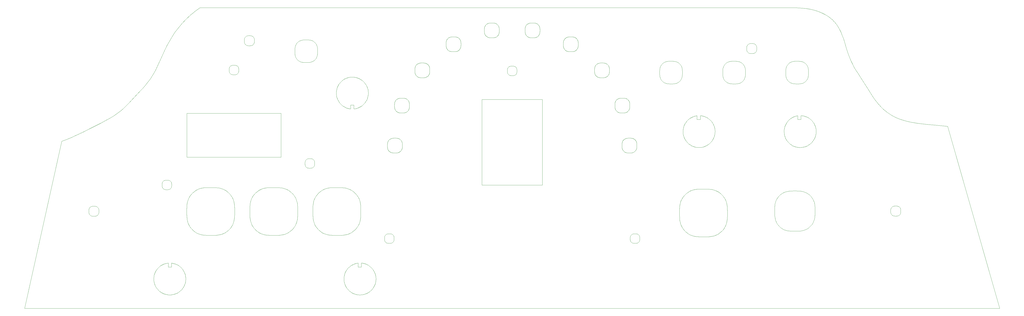
<source format=gbr>
G04 #@! TF.FileFunction,Profile,NP*
%FSLAX46Y46*%
G04 Gerber Fmt 4.6, Leading zero omitted, Abs format (unit mm)*
G04 Created by KiCad (PCBNEW 4.0.7) date 05/07/18 22:31:55*
%MOMM*%
%LPD*%
G01*
G04 APERTURE LIST*
%ADD10C,0.100000*%
G04 APERTURE END LIST*
D10*
X211825671Y-103085746D02*
X211923735Y-103124980D01*
X211726864Y-103054513D02*
X211825671Y-103085746D01*
X211628652Y-103030369D02*
X211726864Y-103054513D01*
X211532374Y-103012401D02*
X211628652Y-103030369D01*
X211439368Y-102999696D02*
X211532374Y-103012401D01*
X211350973Y-102991344D02*
X211439368Y-102999696D01*
X211268528Y-102986430D02*
X211350973Y-102991344D01*
X211193371Y-102984043D02*
X211268528Y-102986430D01*
X211126841Y-102983270D02*
X211193371Y-102984043D01*
X211070269Y-102983200D02*
X211126841Y-102983270D01*
X211023901Y-102983200D02*
X211070269Y-102983200D01*
X210985758Y-102983200D02*
X211023901Y-102983200D01*
X210953589Y-102983200D02*
X210985758Y-102983200D01*
X210925142Y-102983200D02*
X210953589Y-102983200D01*
X210898168Y-102983200D02*
X210925142Y-102983200D01*
X210870414Y-102983200D02*
X210898168Y-102983200D01*
X210839630Y-102983200D02*
X210870414Y-102983200D01*
X210803565Y-102983200D02*
X210839630Y-102983200D01*
X210759967Y-102983200D02*
X210803565Y-102983200D01*
X210706645Y-102983215D02*
X210759967Y-102983200D01*
X210643039Y-102983675D02*
X210706645Y-102983215D01*
X210570394Y-102985468D02*
X210643039Y-102983675D01*
X210490049Y-102989508D02*
X210570394Y-102985468D01*
X210403342Y-102996705D02*
X210490049Y-102989508D01*
X210311612Y-103007973D02*
X210403342Y-102996705D01*
X210216198Y-103024225D02*
X210311612Y-103007973D01*
X210118438Y-103046371D02*
X210216198Y-103024225D01*
X210019672Y-103075326D02*
X210118438Y-103046371D01*
X209921237Y-103112001D02*
X210019672Y-103075326D01*
X209824437Y-103157219D02*
X209921237Y-103112001D01*
X209730201Y-103210859D02*
X209824437Y-103157219D01*
X209639230Y-103272229D02*
X209730201Y-103210859D01*
X209552224Y-103340630D02*
X209639230Y-103272229D01*
X209469882Y-103415362D02*
X209552224Y-103340630D01*
X209392903Y-103495726D02*
X209469882Y-103415362D01*
X209321987Y-103581022D02*
X209392903Y-103495726D01*
X209257832Y-103670552D02*
X209321987Y-103581022D01*
X209201138Y-103763616D02*
X209257832Y-103670552D01*
X209152604Y-103859515D02*
X209201138Y-103763616D01*
X209112719Y-103957613D02*
X209152604Y-103859515D01*
X209080904Y-104057596D02*
X209112719Y-103957613D01*
X209056248Y-104159251D02*
X209080904Y-104057596D01*
X209037837Y-104262365D02*
X209056248Y-104159251D01*
X209024761Y-104366724D02*
X209037837Y-104262365D01*
X209016106Y-104472117D02*
X209024761Y-104366724D01*
X209010961Y-104578328D02*
X209016106Y-104472117D01*
X209008411Y-104685146D02*
X209010961Y-104578328D01*
X209007547Y-104792358D02*
X209008411Y-104685146D01*
X209007455Y-104899750D02*
X209007547Y-104792358D01*
X209007688Y-105007109D02*
X209007455Y-104899750D01*
X209008974Y-105114222D02*
X209007688Y-105007109D01*
X209012225Y-105220876D02*
X209008974Y-105114222D01*
X209018353Y-105326858D02*
X209012225Y-105220876D01*
X209028271Y-105431955D02*
X209018353Y-105326858D01*
X209042892Y-105535954D02*
X209028271Y-105431955D01*
X209063127Y-105638642D02*
X209042892Y-105535954D01*
X209089888Y-105739805D02*
X209063127Y-105638642D01*
X209124089Y-105839231D02*
X209089888Y-105739805D01*
X209166627Y-105936701D02*
X209124089Y-105839231D01*
X209217746Y-106031803D02*
X209166627Y-105936701D01*
X209276810Y-106123854D02*
X209217746Y-106031803D01*
X209343119Y-106212156D02*
X209276810Y-106123854D01*
X209415976Y-106296009D02*
X209343119Y-106212156D01*
X209494679Y-106374714D02*
X209415976Y-106296009D01*
X209578531Y-106447573D02*
X209494679Y-106374714D01*
X209666831Y-106513884D02*
X209578531Y-106447573D01*
X209758881Y-106572950D02*
X209666831Y-106513884D01*
X209853982Y-106624071D02*
X209758881Y-106572950D01*
X209951453Y-106666610D02*
X209853982Y-106624071D01*
X210050879Y-106700812D02*
X209951453Y-106666610D01*
X210152043Y-106727575D02*
X210050879Y-106700812D01*
X210254733Y-106747811D02*
X210152043Y-106727575D01*
X210358734Y-106762432D02*
X210254733Y-106747811D01*
X210463833Y-106772350D02*
X210358734Y-106762432D01*
X210569818Y-106778479D02*
X210463833Y-106772350D01*
X210676475Y-106781730D02*
X210569818Y-106778479D01*
X210783591Y-106783015D02*
X210676475Y-106781730D01*
X210890953Y-106783248D02*
X210783591Y-106783015D01*
X210998348Y-106783157D02*
X210890953Y-106783248D01*
X211105563Y-106782292D02*
X210998348Y-106783157D01*
X211212384Y-106779743D02*
X211105563Y-106782292D01*
X211318598Y-106774597D02*
X211212384Y-106779743D01*
X211423993Y-106765942D02*
X211318598Y-106774597D01*
X211528355Y-106752865D02*
X211423993Y-106765942D01*
X211631470Y-106734454D02*
X211528355Y-106752865D01*
X211733127Y-106709797D02*
X211631470Y-106734454D01*
X211833110Y-106677981D02*
X211733127Y-106709797D01*
X211931209Y-106638094D02*
X211833110Y-106677981D01*
X212027107Y-106589559D02*
X211931209Y-106638094D01*
X212120171Y-106532863D02*
X212027107Y-106589559D01*
X212209699Y-106468706D02*
X212120171Y-106532863D01*
X212294994Y-106397788D02*
X212209699Y-106468706D01*
X212375356Y-106320807D02*
X212294994Y-106397788D01*
X212450086Y-106238463D02*
X212375356Y-106320807D01*
X212518484Y-106151455D02*
X212450086Y-106238463D01*
X212579852Y-106060483D02*
X212518484Y-106151455D01*
X212633490Y-105966246D02*
X212579852Y-106060483D01*
X212678707Y-105869441D02*
X212633490Y-105966246D01*
X212715381Y-105770593D02*
X212678707Y-105869441D01*
X212744335Y-105669941D02*
X212715381Y-105770593D01*
X212766481Y-105567700D02*
X212744335Y-105669941D01*
X212782731Y-105464082D02*
X212766481Y-105567700D01*
X212793999Y-105359300D02*
X212782731Y-105464082D01*
X212801196Y-105253567D02*
X212793999Y-105359300D01*
X212805235Y-105147097D02*
X212801196Y-105253567D01*
X212807029Y-105040103D02*
X212805235Y-105147097D01*
X212807488Y-104932797D02*
X212807029Y-105040103D01*
X212807480Y-104825392D02*
X212807488Y-104932797D01*
X212806950Y-104718103D02*
X212807480Y-104825392D01*
X212805016Y-104611141D02*
X212806950Y-104718103D01*
X212800766Y-104504720D02*
X212805016Y-104611141D01*
X212793288Y-104399053D02*
X212800766Y-104504720D01*
X212781670Y-104294353D02*
X212793288Y-104399053D01*
X212764998Y-104190833D02*
X212781670Y-104294353D01*
X212742361Y-104088707D02*
X212764998Y-104190833D01*
X212712846Y-103988186D02*
X212742361Y-104088707D01*
X212675540Y-103889486D02*
X212712846Y-103988186D01*
X212629655Y-103792854D02*
X212675540Y-103889486D01*
X212575397Y-103698843D02*
X212629655Y-103792854D01*
X212513464Y-103608151D02*
X212575397Y-103698843D01*
X212444553Y-103521478D02*
X212513464Y-103608151D01*
X212369366Y-103439522D02*
X212444553Y-103521478D01*
X212288599Y-103362982D02*
X212369366Y-103439522D01*
X212202954Y-103292559D02*
X212288599Y-103362982D01*
X212113128Y-103228952D02*
X212202954Y-103292559D01*
X212019822Y-103172859D02*
X212113128Y-103228952D01*
X211923735Y-103124980D02*
X212019822Y-103172859D01*
X168637093Y-115882434D02*
X168789348Y-115943349D01*
X168483684Y-115833941D02*
X168637093Y-115882434D01*
X168331198Y-115796454D02*
X168483684Y-115833941D01*
X168181716Y-115768557D02*
X168331198Y-115796454D01*
X168037313Y-115748832D02*
X168181716Y-115768557D01*
X167900071Y-115735863D02*
X168037313Y-115748832D01*
X167772065Y-115728234D02*
X167900071Y-115735863D01*
X167655376Y-115724528D02*
X167772065Y-115728234D01*
X167552081Y-115723328D02*
X167655376Y-115724528D01*
X167464247Y-115723220D02*
X167552081Y-115723328D01*
X167392256Y-115723220D02*
X167464247Y-115723220D01*
X167333034Y-115723220D02*
X167392256Y-115723220D01*
X167283088Y-115723220D02*
X167333034Y-115723220D01*
X167238922Y-115723220D02*
X167283088Y-115723220D01*
X167197041Y-115723220D02*
X167238922Y-115723220D01*
X167153950Y-115723220D02*
X167197041Y-115723220D01*
X167106155Y-115723220D02*
X167153950Y-115723220D01*
X167050160Y-115723220D02*
X167106155Y-115723220D01*
X166982470Y-115723220D02*
X167050160Y-115723220D01*
X166899681Y-115723244D02*
X166982470Y-115723220D01*
X166800926Y-115723957D02*
X166899681Y-115723244D01*
X166688136Y-115726742D02*
X166800926Y-115723957D01*
X166563392Y-115733013D02*
X166688136Y-115726742D01*
X166428770Y-115744188D02*
X166563392Y-115733013D01*
X166286349Y-115761683D02*
X166428770Y-115744188D01*
X166138208Y-115786915D02*
X166286349Y-115761683D01*
X165986425Y-115821300D02*
X166138208Y-115786915D01*
X165833079Y-115866256D02*
X165986425Y-115821300D01*
X165680247Y-115923197D02*
X165833079Y-115866256D01*
X165529954Y-115993404D02*
X165680247Y-115923197D01*
X165383641Y-116076686D02*
X165529954Y-115993404D01*
X165242397Y-116171970D02*
X165383641Y-116076686D01*
X165107310Y-116278169D02*
X165242397Y-116171970D01*
X164979463Y-116394199D02*
X165107310Y-116278169D01*
X164859944Y-116518973D02*
X164979463Y-116394199D01*
X164749837Y-116651405D02*
X164859944Y-116518973D01*
X164650229Y-116790411D02*
X164749837Y-116651405D01*
X164562204Y-116934904D02*
X164650229Y-116790411D01*
X164486850Y-117083798D02*
X164562204Y-116934904D01*
X164424922Y-117236107D02*
X164486850Y-117083798D01*
X164375525Y-117391342D02*
X164424922Y-117236107D01*
X164337243Y-117549174D02*
X164375525Y-117391342D01*
X164308659Y-117709271D02*
X164337243Y-117549174D01*
X164288356Y-117871302D02*
X164308659Y-117709271D01*
X164274918Y-118034936D02*
X164288356Y-117871302D01*
X164266929Y-118199843D02*
X164274918Y-118034936D01*
X164262971Y-118365691D02*
X164266929Y-118199843D01*
X164261629Y-118532150D02*
X164262971Y-118365691D01*
X164261487Y-118698890D02*
X164261629Y-118532150D01*
X164261848Y-118865578D02*
X164261487Y-118698890D01*
X164263845Y-119031884D02*
X164261848Y-118865578D01*
X164268892Y-119197478D02*
X164263845Y-119031884D01*
X164278407Y-119362029D02*
X164268892Y-119197478D01*
X164293806Y-119525205D02*
X164278407Y-119362029D01*
X164316506Y-119686676D02*
X164293806Y-119525205D01*
X164347923Y-119846111D02*
X164316506Y-119686676D01*
X164389475Y-120003179D02*
X164347923Y-119846111D01*
X164442576Y-120157549D02*
X164389475Y-120003179D01*
X164508621Y-120308884D02*
X164442576Y-120157549D01*
X164587990Y-120456540D02*
X164508621Y-120308884D01*
X164679694Y-120599460D02*
X164587990Y-120456540D01*
X164782649Y-120736558D02*
X164679694Y-120599460D01*
X164895767Y-120866750D02*
X164782649Y-120736558D01*
X165017964Y-120988949D02*
X164895767Y-120866750D01*
X165148154Y-121102070D02*
X165017964Y-120988949D01*
X165285252Y-121205026D02*
X165148154Y-121102070D01*
X165428171Y-121296733D02*
X165285252Y-121205026D01*
X165575826Y-121376103D02*
X165428171Y-121296733D01*
X165727161Y-121442150D02*
X165575826Y-121376103D01*
X165881532Y-121495253D02*
X165727161Y-121442150D01*
X166038601Y-121536805D02*
X165881532Y-121495253D01*
X166198038Y-121568223D02*
X166038601Y-121536805D01*
X166359511Y-121590923D02*
X166198038Y-121568223D01*
X166522689Y-121606323D02*
X166359511Y-121590923D01*
X166687242Y-121615838D02*
X166522689Y-121606323D01*
X166852839Y-121620885D02*
X166687242Y-121615838D01*
X167019149Y-121622882D02*
X166852839Y-121620885D01*
X167185840Y-121623244D02*
X167019149Y-121622882D01*
X167352582Y-121623101D02*
X167185840Y-121623244D01*
X167519045Y-121621759D02*
X167352582Y-121623101D01*
X167684896Y-121617801D02*
X167519045Y-121621759D01*
X167849806Y-121609811D02*
X167684896Y-121617801D01*
X168013442Y-121596373D02*
X167849806Y-121609811D01*
X168175475Y-121576070D02*
X168013442Y-121596373D01*
X168335574Y-121547485D02*
X168175475Y-121576070D01*
X168493407Y-121509202D02*
X168335574Y-121547485D01*
X168648643Y-121459804D02*
X168493407Y-121509202D01*
X168800953Y-121397875D02*
X168648643Y-121459804D01*
X168949846Y-121322519D02*
X168800953Y-121397875D01*
X169094338Y-121234492D02*
X168949846Y-121322519D01*
X169233343Y-121134882D02*
X169094338Y-121234492D01*
X169365774Y-121024773D02*
X169233343Y-121134882D01*
X169490546Y-120905252D02*
X169365774Y-121024773D01*
X169606573Y-120777404D02*
X169490546Y-120905252D01*
X169712771Y-120642314D02*
X169606573Y-120777404D01*
X169808052Y-120501070D02*
X169712771Y-120642314D01*
X169891332Y-120354756D02*
X169808052Y-120501070D01*
X169961537Y-120204454D02*
X169891332Y-120354756D01*
X170018478Y-120050980D02*
X169961537Y-120204454D01*
X170063432Y-119894707D02*
X170018478Y-120050980D01*
X170097817Y-119735965D02*
X170063432Y-119894707D01*
X170123048Y-119575085D02*
X170097817Y-119735965D01*
X170140543Y-119412399D02*
X170123048Y-119575085D01*
X170151717Y-119248236D02*
X170140543Y-119412399D01*
X170157988Y-119082928D02*
X170151717Y-119248236D01*
X170160773Y-118916805D02*
X170157988Y-119082928D01*
X170161487Y-118750199D02*
X170160773Y-118916805D01*
X170161473Y-118583440D02*
X170161487Y-118750199D01*
X170160650Y-118416860D02*
X170161473Y-118583440D01*
X170157648Y-118250788D02*
X170160650Y-118416860D01*
X170151050Y-118085556D02*
X170157648Y-118250788D01*
X170139439Y-117921495D02*
X170151050Y-118085556D01*
X170121400Y-117758936D02*
X170139439Y-117921495D01*
X170095515Y-117598209D02*
X170121400Y-117758936D01*
X170060367Y-117439645D02*
X170095515Y-117598209D01*
X170014541Y-117283575D02*
X170060367Y-117439645D01*
X169956620Y-117130331D02*
X170014541Y-117283575D01*
X169885377Y-116980299D02*
X169956620Y-117130331D01*
X169801135Y-116834336D02*
X169885377Y-116980299D01*
X169704975Y-116693527D02*
X169801135Y-116834336D01*
X169597983Y-116558956D02*
X169704975Y-116693527D01*
X169481245Y-116431710D02*
X169597983Y-116558956D01*
X169355845Y-116312874D02*
X169481245Y-116431710D01*
X169222869Y-116203534D02*
X169355845Y-116312874D01*
X169083405Y-116104776D02*
X169222869Y-116203534D01*
X168938535Y-116017686D02*
X169083405Y-116104776D01*
X168789348Y-115943349D02*
X168938535Y-116017686D01*
X220408086Y-85993428D02*
X220560341Y-86054343D01*
X220254677Y-85944935D02*
X220408086Y-85993428D01*
X220102191Y-85907449D02*
X220254677Y-85944935D01*
X219952709Y-85879551D02*
X220102191Y-85907449D01*
X219808306Y-85859826D02*
X219952709Y-85879551D01*
X219671063Y-85846858D02*
X219808306Y-85859826D01*
X219543058Y-85839228D02*
X219671063Y-85846858D01*
X219426369Y-85835522D02*
X219543058Y-85839228D01*
X219323074Y-85834322D02*
X219426369Y-85835522D01*
X219235240Y-85834215D02*
X219323074Y-85834322D01*
X219163249Y-85834215D02*
X219235240Y-85834215D01*
X219104027Y-85834215D02*
X219163249Y-85834215D01*
X219054081Y-85834215D02*
X219104027Y-85834215D01*
X219009915Y-85834215D02*
X219054081Y-85834215D01*
X218968034Y-85834215D02*
X219009915Y-85834215D01*
X218924943Y-85834215D02*
X218968034Y-85834215D01*
X218877148Y-85834215D02*
X218924943Y-85834215D01*
X218821152Y-85834215D02*
X218877148Y-85834215D01*
X218753463Y-85834215D02*
X218821152Y-85834215D01*
X218670674Y-85834238D02*
X218753463Y-85834215D01*
X218571919Y-85834952D02*
X218670674Y-85834238D01*
X218459129Y-85837736D02*
X218571919Y-85834952D01*
X218334385Y-85844007D02*
X218459129Y-85837736D01*
X218199763Y-85855182D02*
X218334385Y-85844007D01*
X218057342Y-85872677D02*
X218199763Y-85855182D01*
X217909201Y-85897909D02*
X218057342Y-85872677D01*
X217757418Y-85932295D02*
X217909201Y-85897909D01*
X217604072Y-85977250D02*
X217757418Y-85932295D01*
X217451240Y-86034192D02*
X217604072Y-85977250D01*
X217300947Y-86104398D02*
X217451240Y-86034192D01*
X217154634Y-86187680D02*
X217300947Y-86104398D01*
X217013390Y-86282964D02*
X217154634Y-86187680D01*
X216878303Y-86389163D02*
X217013390Y-86282964D01*
X216750456Y-86505193D02*
X216878303Y-86389163D01*
X216630937Y-86629967D02*
X216750456Y-86505193D01*
X216520830Y-86762400D02*
X216630937Y-86629967D01*
X216421222Y-86901405D02*
X216520830Y-86762400D01*
X216333197Y-87045898D02*
X216421222Y-86901405D01*
X216257843Y-87194792D02*
X216333197Y-87045898D01*
X216195915Y-87347101D02*
X216257843Y-87194792D01*
X216146518Y-87502337D02*
X216195915Y-87347101D01*
X216108236Y-87660168D02*
X216146518Y-87502337D01*
X216079652Y-87820265D02*
X216108236Y-87660168D01*
X216059349Y-87982296D02*
X216079652Y-87820265D01*
X216045911Y-88145930D02*
X216059349Y-87982296D01*
X216037922Y-88310837D02*
X216045911Y-88145930D01*
X216033964Y-88476685D02*
X216037922Y-88310837D01*
X216032622Y-88643145D02*
X216033964Y-88476685D01*
X216032480Y-88809884D02*
X216032622Y-88643145D01*
X216032841Y-88976572D02*
X216032480Y-88809884D01*
X216034838Y-89142879D02*
X216032841Y-88976572D01*
X216039885Y-89308473D02*
X216034838Y-89142879D01*
X216049400Y-89473023D02*
X216039885Y-89308473D01*
X216064799Y-89636199D02*
X216049400Y-89473023D01*
X216087499Y-89797670D02*
X216064799Y-89636199D01*
X216118916Y-89957105D02*
X216087499Y-89797670D01*
X216160468Y-90114173D02*
X216118916Y-89957105D01*
X216213569Y-90268544D02*
X216160468Y-90114173D01*
X216279614Y-90419878D02*
X216213569Y-90268544D01*
X216358983Y-90567534D02*
X216279614Y-90419878D01*
X216450687Y-90710454D02*
X216358983Y-90567534D01*
X216553642Y-90847553D02*
X216450687Y-90710454D01*
X216666760Y-90977745D02*
X216553642Y-90847553D01*
X216788957Y-91099944D02*
X216666760Y-90977745D01*
X216919147Y-91213064D02*
X216788957Y-91099944D01*
X217056245Y-91316021D02*
X216919147Y-91213064D01*
X217199164Y-91407727D02*
X217056245Y-91316021D01*
X217346819Y-91487098D02*
X217199164Y-91407727D01*
X217498153Y-91553144D02*
X217346819Y-91487098D01*
X217652525Y-91606247D02*
X217498153Y-91553144D01*
X217809594Y-91647799D02*
X217652525Y-91606247D01*
X217969031Y-91679217D02*
X217809594Y-91647799D01*
X218130504Y-91701917D02*
X217969031Y-91679217D01*
X218293682Y-91717317D02*
X218130504Y-91701917D01*
X218458235Y-91726832D02*
X218293682Y-91717317D01*
X218623832Y-91731880D02*
X218458235Y-91726832D01*
X218790142Y-91733876D02*
X218623832Y-91731880D01*
X218956833Y-91734238D02*
X218790142Y-91733876D01*
X219123575Y-91734096D02*
X218956833Y-91734238D01*
X219290038Y-91732753D02*
X219123575Y-91734096D01*
X219455889Y-91728795D02*
X219290038Y-91732753D01*
X219620799Y-91720806D02*
X219455889Y-91728795D01*
X219784435Y-91707367D02*
X219620799Y-91720806D01*
X219946468Y-91687064D02*
X219784435Y-91707367D01*
X220106567Y-91658480D02*
X219946468Y-91687064D01*
X220264400Y-91620197D02*
X220106567Y-91658480D01*
X220419636Y-91570799D02*
X220264400Y-91620197D01*
X220571946Y-91508870D02*
X220419636Y-91570799D01*
X220720839Y-91433513D02*
X220571946Y-91508870D01*
X220865331Y-91345487D02*
X220720839Y-91433513D01*
X221004336Y-91245876D02*
X220865331Y-91345487D01*
X221136767Y-91135767D02*
X221004336Y-91245876D01*
X221261539Y-91016246D02*
X221136767Y-91135767D01*
X221377566Y-90888398D02*
X221261539Y-91016246D01*
X221483764Y-90753309D02*
X221377566Y-90888398D01*
X221579045Y-90612064D02*
X221483764Y-90753309D01*
X221662325Y-90465750D02*
X221579045Y-90612064D01*
X221732530Y-90315448D02*
X221662325Y-90465750D01*
X221789471Y-90161974D02*
X221732530Y-90315448D01*
X221834425Y-90005701D02*
X221789471Y-90161974D01*
X221868810Y-89846959D02*
X221834425Y-90005701D01*
X221894041Y-89686079D02*
X221868810Y-89846959D01*
X221911536Y-89523393D02*
X221894041Y-89686079D01*
X221922710Y-89359230D02*
X221911536Y-89523393D01*
X221928981Y-89193922D02*
X221922710Y-89359230D01*
X221931766Y-89027799D02*
X221928981Y-89193922D01*
X221932479Y-88861193D02*
X221931766Y-89027799D01*
X221932466Y-88694435D02*
X221932479Y-88861193D01*
X221931643Y-88527854D02*
X221932466Y-88694435D01*
X221928641Y-88361782D02*
X221931643Y-88527854D01*
X221922043Y-88196551D02*
X221928641Y-88361782D01*
X221910432Y-88032490D02*
X221922043Y-88196551D01*
X221892393Y-87869930D02*
X221910432Y-88032490D01*
X221866508Y-87709203D02*
X221892393Y-87869930D01*
X221831360Y-87550639D02*
X221866508Y-87709203D01*
X221785534Y-87394569D02*
X221831360Y-87550639D01*
X221727613Y-87241325D02*
X221785534Y-87394569D01*
X221656370Y-87091293D02*
X221727613Y-87241325D01*
X221572128Y-86945330D02*
X221656370Y-87091293D01*
X221475968Y-86804521D02*
X221572128Y-86945330D01*
X221368976Y-86669950D02*
X221475968Y-86804521D01*
X221252237Y-86542704D02*
X221368976Y-86669950D01*
X221126838Y-86423868D02*
X221252237Y-86542704D01*
X220993862Y-86314528D02*
X221126838Y-86423868D01*
X220854398Y-86215770D02*
X220993862Y-86314528D01*
X220709528Y-86128680D02*
X220854398Y-86215770D01*
X220560341Y-86054343D02*
X220709528Y-86128680D01*
X260535690Y-169755755D02*
X260633754Y-169794989D01*
X260436883Y-169724522D02*
X260535690Y-169755755D01*
X260338671Y-169700378D02*
X260436883Y-169724522D01*
X260242393Y-169682410D02*
X260338671Y-169700378D01*
X260149387Y-169669706D02*
X260242393Y-169682410D01*
X260060992Y-169661353D02*
X260149387Y-169669706D01*
X259978547Y-169656439D02*
X260060992Y-169661353D01*
X259903390Y-169654052D02*
X259978547Y-169656439D01*
X259836860Y-169653279D02*
X259903390Y-169654052D01*
X259780288Y-169653210D02*
X259836860Y-169653279D01*
X259733920Y-169653210D02*
X259780288Y-169653210D01*
X259695777Y-169653210D02*
X259733920Y-169653210D01*
X259663608Y-169653210D02*
X259695777Y-169653210D01*
X259635161Y-169653210D02*
X259663608Y-169653210D01*
X259608187Y-169653210D02*
X259635161Y-169653210D01*
X259580433Y-169653210D02*
X259608187Y-169653210D01*
X259549649Y-169653210D02*
X259580433Y-169653210D01*
X259513584Y-169653210D02*
X259549649Y-169653210D01*
X259469986Y-169653210D02*
X259513584Y-169653210D01*
X259416664Y-169653225D02*
X259469986Y-169653210D01*
X259353058Y-169653685D02*
X259416664Y-169653225D01*
X259280413Y-169655478D02*
X259353058Y-169653685D01*
X259200068Y-169659517D02*
X259280413Y-169655478D01*
X259113361Y-169666715D02*
X259200068Y-169659517D01*
X259021631Y-169677983D02*
X259113361Y-169666715D01*
X258926217Y-169694234D02*
X259021631Y-169677983D01*
X258828457Y-169716381D02*
X258926217Y-169694234D01*
X258729691Y-169745335D02*
X258828457Y-169716381D01*
X258631256Y-169782010D02*
X258729691Y-169745335D01*
X258534456Y-169827229D02*
X258631256Y-169782010D01*
X258440220Y-169880869D02*
X258534456Y-169827229D01*
X258349249Y-169942239D02*
X258440220Y-169880869D01*
X258262243Y-170010639D02*
X258349249Y-169942239D01*
X258179901Y-170085371D02*
X258262243Y-170010639D01*
X258102922Y-170165735D02*
X258179901Y-170085371D01*
X258032006Y-170251032D02*
X258102922Y-170165735D01*
X257967851Y-170340562D02*
X258032006Y-170251032D01*
X257911157Y-170433626D02*
X257967851Y-170340562D01*
X257862624Y-170529525D02*
X257911157Y-170433626D01*
X257822738Y-170627623D02*
X257862624Y-170529525D01*
X257790923Y-170727606D02*
X257822738Y-170627623D01*
X257766267Y-170829261D02*
X257790923Y-170727606D01*
X257747856Y-170932374D02*
X257766267Y-170829261D01*
X257734780Y-171036734D02*
X257747856Y-170932374D01*
X257726125Y-171142126D02*
X257734780Y-171036734D01*
X257720980Y-171248338D02*
X257726125Y-171142126D01*
X257718430Y-171355156D02*
X257720980Y-171248338D01*
X257717566Y-171462367D02*
X257718430Y-171355156D01*
X257717474Y-171569759D02*
X257717566Y-171462367D01*
X257717707Y-171677118D02*
X257717474Y-171569759D01*
X257718993Y-171784231D02*
X257717707Y-171677118D01*
X257722244Y-171890886D02*
X257718993Y-171784231D01*
X257728372Y-171996868D02*
X257722244Y-171890886D01*
X257738290Y-172101965D02*
X257728372Y-171996868D01*
X257752911Y-172205964D02*
X257738290Y-172101965D01*
X257773146Y-172308651D02*
X257752911Y-172205964D01*
X257799907Y-172409814D02*
X257773146Y-172308651D01*
X257834108Y-172509240D02*
X257799907Y-172409814D01*
X257876646Y-172606711D02*
X257834108Y-172509240D01*
X257927765Y-172701812D02*
X257876646Y-172606711D01*
X257986829Y-172793863D02*
X257927765Y-172701812D01*
X258053138Y-172882165D02*
X257986829Y-172793863D01*
X258125995Y-172966018D02*
X258053138Y-172882165D01*
X258204698Y-173044724D02*
X258125995Y-172966018D01*
X258288550Y-173117582D02*
X258204698Y-173044724D01*
X258376850Y-173183894D02*
X258288550Y-173117582D01*
X258468900Y-173242960D02*
X258376850Y-173183894D01*
X258564001Y-173294081D02*
X258468900Y-173242960D01*
X258661472Y-173336620D02*
X258564001Y-173294081D01*
X258760898Y-173370822D02*
X258661472Y-173336620D01*
X258862063Y-173397585D02*
X258760898Y-173370822D01*
X258964752Y-173417820D02*
X258862063Y-173397585D01*
X259068753Y-173432441D02*
X258964752Y-173417820D01*
X259173852Y-173442359D02*
X259068753Y-173432441D01*
X259279837Y-173448488D02*
X259173852Y-173442359D01*
X259386494Y-173451739D02*
X259279837Y-173448488D01*
X259493610Y-173453025D02*
X259386494Y-173451739D01*
X259600973Y-173453258D02*
X259493610Y-173453025D01*
X259708367Y-173453166D02*
X259600973Y-173453258D01*
X259815582Y-173452302D02*
X259708367Y-173453166D01*
X259922403Y-173449752D02*
X259815582Y-173452302D01*
X260028617Y-173444606D02*
X259922403Y-173449752D01*
X260134012Y-173435951D02*
X260028617Y-173444606D01*
X260238374Y-173422875D02*
X260134012Y-173435951D01*
X260341489Y-173404464D02*
X260238374Y-173422875D01*
X260443146Y-173379806D02*
X260341489Y-173404464D01*
X260543130Y-173347990D02*
X260443146Y-173379806D01*
X260641228Y-173308103D02*
X260543130Y-173347990D01*
X260737126Y-173259568D02*
X260641228Y-173308103D01*
X260830190Y-173202872D02*
X260737126Y-173259568D01*
X260919718Y-173138715D02*
X260830190Y-173202872D01*
X261005013Y-173067797D02*
X260919718Y-173138715D01*
X261085375Y-172990816D02*
X261005013Y-173067797D01*
X261160105Y-172908472D02*
X261085375Y-172990816D01*
X261228504Y-172821465D02*
X261160105Y-172908472D01*
X261289871Y-172730493D02*
X261228504Y-172821465D01*
X261343509Y-172636256D02*
X261289871Y-172730493D01*
X261388726Y-172539450D02*
X261343509Y-172636256D01*
X261425400Y-172440602D02*
X261388726Y-172539450D01*
X261454354Y-172339951D02*
X261425400Y-172440602D01*
X261476500Y-172237709D02*
X261454354Y-172339951D01*
X261492750Y-172134091D02*
X261476500Y-172237709D01*
X261504018Y-172029309D02*
X261492750Y-172134091D01*
X261511215Y-171923577D02*
X261504018Y-172029309D01*
X261515254Y-171817107D02*
X261511215Y-171923577D01*
X261517048Y-171710112D02*
X261515254Y-171817107D01*
X261517507Y-171602806D02*
X261517048Y-171710112D01*
X261517499Y-171495402D02*
X261517507Y-171602806D01*
X261516969Y-171388112D02*
X261517499Y-171495402D01*
X261515035Y-171281150D02*
X261516969Y-171388112D01*
X261510785Y-171174729D02*
X261515035Y-171281150D01*
X261503307Y-171069062D02*
X261510785Y-171174729D01*
X261491689Y-170964362D02*
X261503307Y-171069062D01*
X261475017Y-170860842D02*
X261491689Y-170964362D01*
X261452380Y-170758716D02*
X261475017Y-170860842D01*
X261422865Y-170658196D02*
X261452380Y-170758716D01*
X261385559Y-170559495D02*
X261422865Y-170658196D01*
X261339674Y-170462864D02*
X261385559Y-170559495D01*
X261285416Y-170368853D02*
X261339674Y-170462864D01*
X261223483Y-170278161D02*
X261285416Y-170368853D01*
X261154572Y-170191487D02*
X261223483Y-170278161D01*
X261079385Y-170109531D02*
X261154572Y-170191487D01*
X260998618Y-170032992D02*
X261079385Y-170109531D01*
X260912973Y-169962569D02*
X260998618Y-170032992D01*
X260823147Y-169898961D02*
X260912973Y-169962569D01*
X260729841Y-169842868D02*
X260823147Y-169898961D01*
X260633754Y-169794989D02*
X260729841Y-169842868D01*
X235583073Y-91516438D02*
X235735328Y-91577353D01*
X235429664Y-91467945D02*
X235583073Y-91516438D01*
X235277178Y-91430459D02*
X235429664Y-91467945D01*
X235127695Y-91402561D02*
X235277178Y-91430459D01*
X234983293Y-91382836D02*
X235127695Y-91402561D01*
X234846050Y-91369868D02*
X234983293Y-91382836D01*
X234718045Y-91362238D02*
X234846050Y-91369868D01*
X234601356Y-91358532D02*
X234718045Y-91362238D01*
X234498061Y-91357332D02*
X234601356Y-91358532D01*
X234410227Y-91357225D02*
X234498061Y-91357332D01*
X234338236Y-91357225D02*
X234410227Y-91357225D01*
X234279014Y-91357225D02*
X234338236Y-91357225D01*
X234229068Y-91357225D02*
X234279014Y-91357225D01*
X234184902Y-91357225D02*
X234229068Y-91357225D01*
X234143021Y-91357225D02*
X234184902Y-91357225D01*
X234099930Y-91357225D02*
X234143021Y-91357225D01*
X234052135Y-91357225D02*
X234099930Y-91357225D01*
X233996139Y-91357225D02*
X234052135Y-91357225D01*
X233928449Y-91357225D02*
X233996139Y-91357225D01*
X233845661Y-91357248D02*
X233928449Y-91357225D01*
X233746906Y-91357962D02*
X233845661Y-91357248D01*
X233634116Y-91360746D02*
X233746906Y-91357962D01*
X233509371Y-91367017D02*
X233634116Y-91360746D01*
X233374749Y-91378192D02*
X233509371Y-91367017D01*
X233232329Y-91395687D02*
X233374749Y-91378192D01*
X233084188Y-91420919D02*
X233232329Y-91395687D01*
X232932405Y-91455304D02*
X233084188Y-91420919D01*
X232779059Y-91500260D02*
X232932405Y-91455304D01*
X232626227Y-91557202D02*
X232779059Y-91500260D01*
X232475934Y-91627408D02*
X232626227Y-91557202D01*
X232329621Y-91710690D02*
X232475934Y-91627408D01*
X232188377Y-91805974D02*
X232329621Y-91710690D01*
X232053290Y-91912173D02*
X232188377Y-91805974D01*
X231925443Y-92028203D02*
X232053290Y-91912173D01*
X231805924Y-92152977D02*
X231925443Y-92028203D01*
X231695817Y-92285409D02*
X231805924Y-92152977D01*
X231596209Y-92424415D02*
X231695817Y-92285409D01*
X231508184Y-92568908D02*
X231596209Y-92424415D01*
X231432829Y-92717802D02*
X231508184Y-92568908D01*
X231370902Y-92870111D02*
X231432829Y-92717802D01*
X231321505Y-93025347D02*
X231370902Y-92870111D01*
X231283223Y-93183178D02*
X231321505Y-93025347D01*
X231254639Y-93343275D02*
X231283223Y-93183178D01*
X231234336Y-93505306D02*
X231254639Y-93343275D01*
X231220898Y-93668940D02*
X231234336Y-93505306D01*
X231212909Y-93833847D02*
X231220898Y-93668940D01*
X231208951Y-93999695D02*
X231212909Y-93833847D01*
X231207609Y-94166155D02*
X231208951Y-93999695D01*
X231207466Y-94332894D02*
X231207609Y-94166155D01*
X231207828Y-94499582D02*
X231207466Y-94332894D01*
X231209825Y-94665889D02*
X231207828Y-94499582D01*
X231214872Y-94831482D02*
X231209825Y-94665889D01*
X231224387Y-94996033D02*
X231214872Y-94831482D01*
X231239786Y-95159209D02*
X231224387Y-94996033D01*
X231262486Y-95320680D02*
X231239786Y-95159209D01*
X231293903Y-95480115D02*
X231262486Y-95320680D01*
X231335454Y-95637183D02*
X231293903Y-95480115D01*
X231388556Y-95791554D02*
X231335454Y-95637183D01*
X231454601Y-95942888D02*
X231388556Y-95791554D01*
X231533970Y-96090544D02*
X231454601Y-95942888D01*
X231625674Y-96233464D02*
X231533970Y-96090544D01*
X231728628Y-96370563D02*
X231625674Y-96233464D01*
X231841747Y-96500754D02*
X231728628Y-96370563D01*
X231963944Y-96622954D02*
X231841747Y-96500754D01*
X232094134Y-96736074D02*
X231963944Y-96622954D01*
X232231232Y-96839030D02*
X232094134Y-96736074D01*
X232374151Y-96930737D02*
X232231232Y-96839030D01*
X232521806Y-97010107D02*
X232374151Y-96930737D01*
X232673140Y-97076154D02*
X232521806Y-97010107D01*
X232827511Y-97129257D02*
X232673140Y-97076154D01*
X232984581Y-97170809D02*
X232827511Y-97129257D01*
X233144017Y-97202227D02*
X232984581Y-97170809D01*
X233305490Y-97224927D02*
X233144017Y-97202227D01*
X233468669Y-97240327D02*
X233305490Y-97224927D01*
X233633222Y-97249842D02*
X233468669Y-97240327D01*
X233798819Y-97254890D02*
X233633222Y-97249842D01*
X233965129Y-97256886D02*
X233798819Y-97254890D01*
X234131820Y-97257248D02*
X233965129Y-97256886D01*
X234298562Y-97257106D02*
X234131820Y-97257248D01*
X234465025Y-97255763D02*
X234298562Y-97257106D01*
X234630876Y-97251805D02*
X234465025Y-97255763D01*
X234795785Y-97243816D02*
X234630876Y-97251805D01*
X234959422Y-97230377D02*
X234795785Y-97243816D01*
X235121455Y-97210074D02*
X234959422Y-97230377D01*
X235281554Y-97181489D02*
X235121455Y-97210074D01*
X235439387Y-97143206D02*
X235281554Y-97181489D01*
X235594623Y-97093809D02*
X235439387Y-97143206D01*
X235746932Y-97031879D02*
X235594623Y-97093809D01*
X235895826Y-96956523D02*
X235746932Y-97031879D01*
X236040318Y-96868496D02*
X235895826Y-96956523D01*
X236179322Y-96768886D02*
X236040318Y-96868496D01*
X236311753Y-96658777D02*
X236179322Y-96768886D01*
X236436526Y-96539256D02*
X236311753Y-96658777D01*
X236552553Y-96411408D02*
X236436526Y-96539256D01*
X236658751Y-96276319D02*
X236552553Y-96411408D01*
X236754032Y-96135074D02*
X236658751Y-96276319D01*
X236837312Y-95988760D02*
X236754032Y-96135074D01*
X236907517Y-95838458D02*
X236837312Y-95988760D01*
X236964458Y-95684984D02*
X236907517Y-95838458D01*
X237009412Y-95528711D02*
X236964458Y-95684984D01*
X237043796Y-95369969D02*
X237009412Y-95528711D01*
X237069028Y-95209089D02*
X237043796Y-95369969D01*
X237086522Y-95046403D02*
X237069028Y-95209089D01*
X237097697Y-94882240D02*
X237086522Y-95046403D01*
X237103968Y-94716932D02*
X237097697Y-94882240D01*
X237106753Y-94550809D02*
X237103968Y-94716932D01*
X237107466Y-94384203D02*
X237106753Y-94550809D01*
X237107453Y-94217444D02*
X237107466Y-94384203D01*
X237106630Y-94050864D02*
X237107453Y-94217444D01*
X237103628Y-93884792D02*
X237106630Y-94050864D01*
X237097030Y-93719560D02*
X237103628Y-93884792D01*
X237085419Y-93555499D02*
X237097030Y-93719560D01*
X237067380Y-93392940D02*
X237085419Y-93555499D01*
X237041495Y-93232213D02*
X237067380Y-93392940D01*
X237006347Y-93073649D02*
X237041495Y-93232213D01*
X236960521Y-92917579D02*
X237006347Y-93073649D01*
X236902600Y-92764335D02*
X236960521Y-92917579D01*
X236831357Y-92614303D02*
X236902600Y-92764335D01*
X236747115Y-92468340D02*
X236831357Y-92614303D01*
X236650955Y-92327531D02*
X236747115Y-92468340D01*
X236543963Y-92192960D02*
X236650955Y-92327531D01*
X236427224Y-92065714D02*
X236543963Y-92192960D01*
X236301825Y-91946878D02*
X236427224Y-92065714D01*
X236168849Y-91837538D02*
X236301825Y-91946878D01*
X236029384Y-91738780D02*
X236168849Y-91837538D01*
X235884515Y-91651690D02*
X236029384Y-91738780D01*
X235735328Y-91577353D02*
X235884515Y-91651690D01*
X189083076Y-91516438D02*
X189235331Y-91577353D01*
X188929666Y-91467945D02*
X189083076Y-91516438D01*
X188777181Y-91430459D02*
X188929666Y-91467945D01*
X188627698Y-91402561D02*
X188777181Y-91430459D01*
X188483296Y-91382836D02*
X188627698Y-91402561D01*
X188346053Y-91369868D02*
X188483296Y-91382836D01*
X188218048Y-91362238D02*
X188346053Y-91369868D01*
X188101358Y-91358532D02*
X188218048Y-91362238D01*
X187998063Y-91357332D02*
X188101358Y-91358532D01*
X187910230Y-91357225D02*
X187998063Y-91357332D01*
X187838238Y-91357225D02*
X187910230Y-91357225D01*
X187779017Y-91357225D02*
X187838238Y-91357225D01*
X187729071Y-91357225D02*
X187779017Y-91357225D01*
X187684905Y-91357225D02*
X187729071Y-91357225D01*
X187643024Y-91357225D02*
X187684905Y-91357225D01*
X187599933Y-91357225D02*
X187643024Y-91357225D01*
X187552137Y-91357225D02*
X187599933Y-91357225D01*
X187496142Y-91357225D02*
X187552137Y-91357225D01*
X187428452Y-91357225D02*
X187496142Y-91357225D01*
X187345664Y-91357248D02*
X187428452Y-91357225D01*
X187246908Y-91357962D02*
X187345664Y-91357248D01*
X187134119Y-91360746D02*
X187246908Y-91357962D01*
X187009374Y-91367017D02*
X187134119Y-91360746D01*
X186874752Y-91378192D02*
X187009374Y-91367017D01*
X186732332Y-91395687D02*
X186874752Y-91378192D01*
X186584191Y-91420919D02*
X186732332Y-91395687D01*
X186432408Y-91455304D02*
X186584191Y-91420919D01*
X186279061Y-91500260D02*
X186432408Y-91455304D01*
X186126230Y-91557202D02*
X186279061Y-91500260D01*
X185975937Y-91627408D02*
X186126230Y-91557202D01*
X185829623Y-91710690D02*
X185975937Y-91627408D01*
X185688380Y-91805974D02*
X185829623Y-91710690D01*
X185553292Y-91912173D02*
X185688380Y-91805974D01*
X185425446Y-92028203D02*
X185553292Y-91912173D01*
X185305927Y-92152977D02*
X185425446Y-92028203D01*
X185195820Y-92285409D02*
X185305927Y-92152977D01*
X185096212Y-92424415D02*
X185195820Y-92285409D01*
X185008187Y-92568908D02*
X185096212Y-92424415D01*
X184932832Y-92717802D02*
X185008187Y-92568908D01*
X184870905Y-92870111D02*
X184932832Y-92717802D01*
X184821508Y-93025347D02*
X184870905Y-92870111D01*
X184783226Y-93183178D02*
X184821508Y-93025347D01*
X184754642Y-93343275D02*
X184783226Y-93183178D01*
X184734339Y-93505306D02*
X184754642Y-93343275D01*
X184720901Y-93668940D02*
X184734339Y-93505306D01*
X184712912Y-93833847D02*
X184720901Y-93668940D01*
X184708954Y-93999695D02*
X184712912Y-93833847D01*
X184707611Y-94166155D02*
X184708954Y-93999695D01*
X184707469Y-94332894D02*
X184707611Y-94166155D01*
X184707831Y-94499582D02*
X184707469Y-94332894D01*
X184709827Y-94665889D02*
X184707831Y-94499582D01*
X184714875Y-94831482D02*
X184709827Y-94665889D01*
X184724390Y-94996033D02*
X184714875Y-94831482D01*
X184739789Y-95159209D02*
X184724390Y-94996033D01*
X184762489Y-95320680D02*
X184739789Y-95159209D01*
X184793906Y-95480115D02*
X184762489Y-95320680D01*
X184835457Y-95637183D02*
X184793906Y-95480115D01*
X184888559Y-95791554D02*
X184835457Y-95637183D01*
X184954604Y-95942888D02*
X184888559Y-95791554D01*
X185033973Y-96090544D02*
X184954604Y-95942888D01*
X185125677Y-96233464D02*
X185033973Y-96090544D01*
X185228631Y-96370563D02*
X185125677Y-96233464D01*
X185341750Y-96500754D02*
X185228631Y-96370563D01*
X185463947Y-96622954D02*
X185341750Y-96500754D01*
X185594137Y-96736074D02*
X185463947Y-96622954D01*
X185731234Y-96839030D02*
X185594137Y-96736074D01*
X185874153Y-96930737D02*
X185731234Y-96839030D01*
X186021808Y-97010107D02*
X185874153Y-96930737D01*
X186173143Y-97076154D02*
X186021808Y-97010107D01*
X186327514Y-97129257D02*
X186173143Y-97076154D01*
X186484584Y-97170809D02*
X186327514Y-97129257D01*
X186644020Y-97202227D02*
X186484584Y-97170809D01*
X186805493Y-97224927D02*
X186644020Y-97202227D01*
X186968672Y-97240327D02*
X186805493Y-97224927D01*
X187133225Y-97249842D02*
X186968672Y-97240327D01*
X187298822Y-97254890D02*
X187133225Y-97249842D01*
X187465131Y-97256886D02*
X187298822Y-97254890D01*
X187631823Y-97257248D02*
X187465131Y-97256886D01*
X187798565Y-97257106D02*
X187631823Y-97257248D01*
X187965027Y-97255763D02*
X187798565Y-97257106D01*
X188130879Y-97251805D02*
X187965027Y-97255763D01*
X188295788Y-97243816D02*
X188130879Y-97251805D01*
X188459425Y-97230377D02*
X188295788Y-97243816D01*
X188621458Y-97210074D02*
X188459425Y-97230377D01*
X188781557Y-97181489D02*
X188621458Y-97210074D01*
X188939390Y-97143206D02*
X188781557Y-97181489D01*
X189094626Y-97093809D02*
X188939390Y-97143206D01*
X189246935Y-97031879D02*
X189094626Y-97093809D01*
X189395829Y-96956523D02*
X189246935Y-97031879D01*
X189540321Y-96868496D02*
X189395829Y-96956523D01*
X189679325Y-96768886D02*
X189540321Y-96868496D01*
X189811756Y-96658777D02*
X189679325Y-96768886D01*
X189936528Y-96539256D02*
X189811756Y-96658777D01*
X190052556Y-96411408D02*
X189936528Y-96539256D01*
X190158753Y-96276319D02*
X190052556Y-96411408D01*
X190254035Y-96135074D02*
X190158753Y-96276319D01*
X190337315Y-95988760D02*
X190254035Y-96135074D01*
X190407520Y-95838458D02*
X190337315Y-95988760D01*
X190464461Y-95684984D02*
X190407520Y-95838458D01*
X190509415Y-95528711D02*
X190464461Y-95684984D01*
X190543799Y-95369969D02*
X190509415Y-95528711D01*
X190569031Y-95209089D02*
X190543799Y-95369969D01*
X190586525Y-95046403D02*
X190569031Y-95209089D01*
X190597700Y-94882240D02*
X190586525Y-95046403D01*
X190603971Y-94716932D02*
X190597700Y-94882240D01*
X190606755Y-94550809D02*
X190603971Y-94716932D01*
X190607469Y-94384203D02*
X190606755Y-94550809D01*
X190607456Y-94217444D02*
X190607469Y-94384203D01*
X190606633Y-94050864D02*
X190607456Y-94217444D01*
X190603631Y-93884792D02*
X190606633Y-94050864D01*
X190597032Y-93719560D02*
X190603631Y-93884792D01*
X190585422Y-93555499D02*
X190597032Y-93719560D01*
X190567382Y-93392940D02*
X190585422Y-93555499D01*
X190541497Y-93232213D02*
X190567382Y-93392940D01*
X190506350Y-93073649D02*
X190541497Y-93232213D01*
X190460524Y-92917579D02*
X190506350Y-93073649D01*
X190402603Y-92764335D02*
X190460524Y-92917579D01*
X190331360Y-92614303D02*
X190402603Y-92764335D01*
X190247118Y-92468340D02*
X190331360Y-92614303D01*
X190150958Y-92327531D02*
X190247118Y-92468340D01*
X190043966Y-92192960D02*
X190150958Y-92327531D01*
X189927227Y-92065714D02*
X190043966Y-92192960D01*
X189801827Y-91946878D02*
X189927227Y-92065714D01*
X189668852Y-91837538D02*
X189801827Y-91946878D01*
X189529387Y-91738780D02*
X189668852Y-91837538D01*
X189384518Y-91651690D02*
X189529387Y-91738780D01*
X189235331Y-91577353D02*
X189384518Y-91651690D01*
X247954044Y-101896442D02*
X248106299Y-101957357D01*
X247800635Y-101847950D02*
X247954044Y-101896442D01*
X247648149Y-101810463D02*
X247800635Y-101847950D01*
X247498666Y-101782565D02*
X247648149Y-101810463D01*
X247354264Y-101762841D02*
X247498666Y-101782565D01*
X247217021Y-101749872D02*
X247354264Y-101762841D01*
X247089016Y-101742243D02*
X247217021Y-101749872D01*
X246972327Y-101738536D02*
X247089016Y-101742243D01*
X246869032Y-101737336D02*
X246972327Y-101738536D01*
X246781198Y-101737229D02*
X246869032Y-101737336D01*
X246709207Y-101737229D02*
X246781198Y-101737229D01*
X246649985Y-101737229D02*
X246709207Y-101737229D01*
X246600039Y-101737229D02*
X246649985Y-101737229D01*
X246555873Y-101737229D02*
X246600039Y-101737229D01*
X246513992Y-101737229D02*
X246555873Y-101737229D01*
X246470901Y-101737229D02*
X246513992Y-101737229D01*
X246423106Y-101737229D02*
X246470901Y-101737229D01*
X246367110Y-101737229D02*
X246423106Y-101737229D01*
X246299420Y-101737229D02*
X246367110Y-101737229D01*
X246216632Y-101737252D02*
X246299420Y-101737229D01*
X246117877Y-101737966D02*
X246216632Y-101737252D01*
X246005087Y-101740750D02*
X246117877Y-101737966D01*
X245880342Y-101747021D02*
X246005087Y-101740750D01*
X245745720Y-101758196D02*
X245880342Y-101747021D01*
X245603300Y-101775691D02*
X245745720Y-101758196D01*
X245455159Y-101800923D02*
X245603300Y-101775691D01*
X245303376Y-101835309D02*
X245455159Y-101800923D01*
X245150030Y-101880264D02*
X245303376Y-101835309D01*
X244997198Y-101937206D02*
X245150030Y-101880264D01*
X244846905Y-102007413D02*
X244997198Y-101937206D01*
X244700592Y-102090694D02*
X244846905Y-102007413D01*
X244559348Y-102185978D02*
X244700592Y-102090694D01*
X244424261Y-102292177D02*
X244559348Y-102185978D01*
X244296414Y-102408207D02*
X244424261Y-102292177D01*
X244176895Y-102532981D02*
X244296414Y-102408207D01*
X244066788Y-102665414D02*
X244176895Y-102532981D01*
X243967180Y-102804419D02*
X244066788Y-102665414D01*
X243879155Y-102948912D02*
X243967180Y-102804419D01*
X243803800Y-103097806D02*
X243879155Y-102948912D01*
X243741873Y-103250115D02*
X243803800Y-103097806D01*
X243692476Y-103405351D02*
X243741873Y-103250115D01*
X243654194Y-103563183D02*
X243692476Y-103405351D01*
X243625610Y-103723279D02*
X243654194Y-103563183D01*
X243605307Y-103885310D02*
X243625610Y-103723279D01*
X243591869Y-104048944D02*
X243605307Y-103885310D01*
X243583880Y-104213851D02*
X243591869Y-104048944D01*
X243579922Y-104379700D02*
X243583880Y-104213851D01*
X243578579Y-104546159D02*
X243579922Y-104379700D01*
X243578437Y-104712898D02*
X243578579Y-104546159D01*
X243578799Y-104879586D02*
X243578437Y-104712898D01*
X243580795Y-105045893D02*
X243578799Y-104879586D01*
X243585843Y-105211487D02*
X243580795Y-105045893D01*
X243595358Y-105376037D02*
X243585843Y-105211487D01*
X243610757Y-105539213D02*
X243595358Y-105376037D01*
X243633457Y-105700684D02*
X243610757Y-105539213D01*
X243664874Y-105860119D02*
X243633457Y-105700684D01*
X243706425Y-106017187D02*
X243664874Y-105860119D01*
X243759527Y-106171558D02*
X243706425Y-106017187D01*
X243825572Y-106322892D02*
X243759527Y-106171558D01*
X243904941Y-106470548D02*
X243825572Y-106322892D01*
X243996645Y-106613468D02*
X243904941Y-106470548D01*
X244099599Y-106750567D02*
X243996645Y-106613468D01*
X244212718Y-106880759D02*
X244099599Y-106750567D01*
X244334915Y-107002958D02*
X244212718Y-106880759D01*
X244465105Y-107116078D02*
X244334915Y-107002958D01*
X244602202Y-107219035D02*
X244465105Y-107116078D01*
X244745121Y-107310741D02*
X244602202Y-107219035D01*
X244892777Y-107390112D02*
X244745121Y-107310741D01*
X245044111Y-107456158D02*
X244892777Y-107390112D01*
X245198482Y-107509261D02*
X245044111Y-107456158D01*
X245355552Y-107550813D02*
X245198482Y-107509261D01*
X245514988Y-107582231D02*
X245355552Y-107550813D01*
X245676461Y-107604932D02*
X245514988Y-107582231D01*
X245839640Y-107620331D02*
X245676461Y-107604932D01*
X246004193Y-107629846D02*
X245839640Y-107620331D01*
X246169790Y-107634894D02*
X246004193Y-107629846D01*
X246336099Y-107636890D02*
X246169790Y-107634894D01*
X246502791Y-107637252D02*
X246336099Y-107636890D01*
X246669533Y-107637110D02*
X246502791Y-107637252D01*
X246835995Y-107635767D02*
X246669533Y-107637110D01*
X247001847Y-107631809D02*
X246835995Y-107635767D01*
X247166756Y-107623820D02*
X247001847Y-107631809D01*
X247330393Y-107610382D02*
X247166756Y-107623820D01*
X247492426Y-107590079D02*
X247330393Y-107610382D01*
X247652525Y-107561494D02*
X247492426Y-107590079D01*
X247810358Y-107523211D02*
X247652525Y-107561494D01*
X247965594Y-107473813D02*
X247810358Y-107523211D01*
X248117903Y-107411884D02*
X247965594Y-107473813D01*
X248266797Y-107336527D02*
X248117903Y-107411884D01*
X248411289Y-107248501D02*
X248266797Y-107336527D01*
X248550293Y-107148890D02*
X248411289Y-107248501D01*
X248682724Y-107038781D02*
X248550293Y-107148890D01*
X248807497Y-106919260D02*
X248682724Y-107038781D01*
X248923524Y-106791412D02*
X248807497Y-106919260D01*
X249029721Y-106656323D02*
X248923524Y-106791412D01*
X249125003Y-106515078D02*
X249029721Y-106656323D01*
X249208283Y-106368764D02*
X249125003Y-106515078D01*
X249278488Y-106218462D02*
X249208283Y-106368764D01*
X249335429Y-106064989D02*
X249278488Y-106218462D01*
X249380383Y-105908715D02*
X249335429Y-106064989D01*
X249414767Y-105749973D02*
X249380383Y-105908715D01*
X249439999Y-105589094D02*
X249414767Y-105749973D01*
X249457493Y-105426407D02*
X249439999Y-105589094D01*
X249468668Y-105262244D02*
X249457493Y-105426407D01*
X249474939Y-105096936D02*
X249468668Y-105262244D01*
X249477723Y-104930813D02*
X249474939Y-105096936D01*
X249478437Y-104764207D02*
X249477723Y-104930813D01*
X249478424Y-104597449D02*
X249478437Y-104764207D01*
X249477601Y-104430868D02*
X249478424Y-104597449D01*
X249474599Y-104264796D02*
X249477601Y-104430868D01*
X249468001Y-104099565D02*
X249474599Y-104264796D01*
X249456390Y-103935504D02*
X249468001Y-104099565D01*
X249438351Y-103772944D02*
X249456390Y-103935504D01*
X249412465Y-103612217D02*
X249438351Y-103772944D01*
X249377318Y-103453653D02*
X249412465Y-103612217D01*
X249331492Y-103297584D02*
X249377318Y-103453653D01*
X249273571Y-103144339D02*
X249331492Y-103297584D01*
X249202328Y-102994307D02*
X249273571Y-103144339D01*
X249118086Y-102848345D02*
X249202328Y-102994307D01*
X249021926Y-102707535D02*
X249118086Y-102848345D01*
X248914934Y-102572964D02*
X249021926Y-102707535D01*
X248798195Y-102445718D02*
X248914934Y-102572964D01*
X248672795Y-102326882D02*
X248798195Y-102445718D01*
X248539820Y-102217542D02*
X248672795Y-102326882D01*
X248400355Y-102118785D02*
X248539820Y-102217542D01*
X248255486Y-102031694D02*
X248400355Y-102118785D01*
X248106299Y-101957357D02*
X248255486Y-102031694D01*
X222907478Y-150283246D02*
X222907478Y-116283248D01*
X222907478Y-150283246D02*
X198907480Y-150283246D01*
X198907480Y-116283248D02*
X222907478Y-116283248D01*
X198907480Y-116283248D02*
X198907480Y-150283246D01*
X256029056Y-115882434D02*
X256181310Y-115943349D01*
X255875646Y-115833941D02*
X256029056Y-115882434D01*
X255723161Y-115796454D02*
X255875646Y-115833941D01*
X255573678Y-115768557D02*
X255723161Y-115796454D01*
X255429276Y-115748832D02*
X255573678Y-115768557D01*
X255292033Y-115735863D02*
X255429276Y-115748832D01*
X255164028Y-115728234D02*
X255292033Y-115735863D01*
X255047338Y-115724528D02*
X255164028Y-115728234D01*
X254944043Y-115723328D02*
X255047338Y-115724528D01*
X254856210Y-115723220D02*
X254944043Y-115723328D01*
X254784218Y-115723220D02*
X254856210Y-115723220D01*
X254724997Y-115723220D02*
X254784218Y-115723220D01*
X254675051Y-115723220D02*
X254724997Y-115723220D01*
X254630884Y-115723220D02*
X254675051Y-115723220D01*
X254589004Y-115723220D02*
X254630884Y-115723220D01*
X254545913Y-115723220D02*
X254589004Y-115723220D01*
X254498117Y-115723220D02*
X254545913Y-115723220D01*
X254442122Y-115723220D02*
X254498117Y-115723220D01*
X254374432Y-115723220D02*
X254442122Y-115723220D01*
X254291644Y-115723244D02*
X254374432Y-115723220D01*
X254192888Y-115723957D02*
X254291644Y-115723244D01*
X254080099Y-115726742D02*
X254192888Y-115723957D01*
X253955354Y-115733013D02*
X254080099Y-115726742D01*
X253820732Y-115744188D02*
X253955354Y-115733013D01*
X253678311Y-115761683D02*
X253820732Y-115744188D01*
X253530170Y-115786915D02*
X253678311Y-115761683D01*
X253378388Y-115821300D02*
X253530170Y-115786915D01*
X253225041Y-115866256D02*
X253378388Y-115821300D01*
X253072210Y-115923197D02*
X253225041Y-115866256D01*
X252921917Y-115993404D02*
X253072210Y-115923197D01*
X252775603Y-116076686D02*
X252921917Y-115993404D01*
X252634360Y-116171970D02*
X252775603Y-116076686D01*
X252499272Y-116278169D02*
X252634360Y-116171970D01*
X252371426Y-116394199D02*
X252499272Y-116278169D01*
X252251907Y-116518973D02*
X252371426Y-116394199D01*
X252141800Y-116651405D02*
X252251907Y-116518973D01*
X252042191Y-116790411D02*
X252141800Y-116651405D01*
X251954167Y-116934904D02*
X252042191Y-116790411D01*
X251878812Y-117083798D02*
X251954167Y-116934904D01*
X251816884Y-117236107D02*
X251878812Y-117083798D01*
X251767488Y-117391342D02*
X251816884Y-117236107D01*
X251729206Y-117549174D02*
X251767488Y-117391342D01*
X251700621Y-117709271D02*
X251729206Y-117549174D01*
X251680319Y-117871302D02*
X251700621Y-117709271D01*
X251666881Y-118034936D02*
X251680319Y-117871302D01*
X251658891Y-118199843D02*
X251666881Y-118034936D01*
X251654934Y-118365691D02*
X251658891Y-118199843D01*
X251653591Y-118532150D02*
X251654934Y-118365691D01*
X251653449Y-118698890D02*
X251653591Y-118532150D01*
X251653811Y-118865578D02*
X251653449Y-118698890D01*
X251655807Y-119031884D02*
X251653811Y-118865578D01*
X251660855Y-119197478D02*
X251655807Y-119031884D01*
X251670370Y-119362029D02*
X251660855Y-119197478D01*
X251685769Y-119525205D02*
X251670370Y-119362029D01*
X251708469Y-119686676D02*
X251685769Y-119525205D01*
X251739886Y-119846111D02*
X251708469Y-119686676D01*
X251781437Y-120003179D02*
X251739886Y-119846111D01*
X251834539Y-120157549D02*
X251781437Y-120003179D01*
X251900584Y-120308884D02*
X251834539Y-120157549D01*
X251979952Y-120456540D02*
X251900584Y-120308884D01*
X252071657Y-120599460D02*
X251979952Y-120456540D01*
X252174611Y-120736558D02*
X252071657Y-120599460D01*
X252287730Y-120866750D02*
X252174611Y-120736558D01*
X252409927Y-120988949D02*
X252287730Y-120866750D01*
X252540117Y-121102070D02*
X252409927Y-120988949D01*
X252677214Y-121205026D02*
X252540117Y-121102070D01*
X252820133Y-121296733D02*
X252677214Y-121205026D01*
X252967788Y-121376103D02*
X252820133Y-121296733D01*
X253119123Y-121442150D02*
X252967788Y-121376103D01*
X253273494Y-121495253D02*
X253119123Y-121442150D01*
X253430563Y-121536805D02*
X253273494Y-121495253D01*
X253590000Y-121568223D02*
X253430563Y-121536805D01*
X253751473Y-121590923D02*
X253590000Y-121568223D01*
X253914652Y-121606323D02*
X253751473Y-121590923D01*
X254079205Y-121615838D02*
X253914652Y-121606323D01*
X254244802Y-121620885D02*
X254079205Y-121615838D01*
X254411111Y-121622882D02*
X254244802Y-121620885D01*
X254577803Y-121623244D02*
X254411111Y-121622882D01*
X254744545Y-121623101D02*
X254577803Y-121623244D01*
X254911007Y-121621759D02*
X254744545Y-121623101D01*
X255076859Y-121617801D02*
X254911007Y-121621759D01*
X255241768Y-121609811D02*
X255076859Y-121617801D01*
X255405405Y-121596373D02*
X255241768Y-121609811D01*
X255567438Y-121576070D02*
X255405405Y-121596373D01*
X255727536Y-121547485D02*
X255567438Y-121576070D01*
X255885369Y-121509202D02*
X255727536Y-121547485D01*
X256040606Y-121459804D02*
X255885369Y-121509202D01*
X256192915Y-121397875D02*
X256040606Y-121459804D01*
X256341809Y-121322519D02*
X256192915Y-121397875D01*
X256486301Y-121234492D02*
X256341809Y-121322519D01*
X256625305Y-121134882D02*
X256486301Y-121234492D01*
X256757736Y-121024773D02*
X256625305Y-121134882D01*
X256882508Y-120905252D02*
X256757736Y-121024773D01*
X256998536Y-120777404D02*
X256882508Y-120905252D01*
X257104733Y-120642314D02*
X256998536Y-120777404D01*
X257200015Y-120501070D02*
X257104733Y-120642314D01*
X257283295Y-120354756D02*
X257200015Y-120501070D01*
X257353500Y-120204454D02*
X257283295Y-120354756D01*
X257410440Y-120050980D02*
X257353500Y-120204454D01*
X257455395Y-119894707D02*
X257410440Y-120050980D01*
X257489779Y-119735965D02*
X257455395Y-119894707D01*
X257515010Y-119575085D02*
X257489779Y-119735965D01*
X257532505Y-119412399D02*
X257515010Y-119575085D01*
X257543680Y-119248236D02*
X257532505Y-119412399D01*
X257549951Y-119082928D02*
X257543680Y-119248236D01*
X257552735Y-118916805D02*
X257549951Y-119082928D01*
X257553449Y-118750199D02*
X257552735Y-118916805D01*
X257553435Y-118583440D02*
X257553449Y-118750199D01*
X257552613Y-118416860D02*
X257553435Y-118583440D01*
X257549610Y-118250788D02*
X257552613Y-118416860D01*
X257543012Y-118085556D02*
X257549610Y-118250788D01*
X257531402Y-117921495D02*
X257543012Y-118085556D01*
X257513362Y-117758936D02*
X257531402Y-117921495D01*
X257487477Y-117598209D02*
X257513362Y-117758936D01*
X257452330Y-117439645D02*
X257487477Y-117598209D01*
X257406504Y-117283575D02*
X257452330Y-117439645D01*
X257348583Y-117130331D02*
X257406504Y-117283575D01*
X257277339Y-116980299D02*
X257348583Y-117130331D01*
X257193098Y-116834336D02*
X257277339Y-116980299D01*
X257096938Y-116693527D02*
X257193098Y-116834336D01*
X256989946Y-116558956D02*
X257096938Y-116693527D01*
X256873207Y-116431710D02*
X256989946Y-116558956D01*
X256747807Y-116312874D02*
X256873207Y-116431710D01*
X256614832Y-116203534D02*
X256747807Y-116312874D01*
X256475367Y-116104776D02*
X256614832Y-116203534D01*
X256330498Y-116017686D02*
X256475367Y-116104776D01*
X256181310Y-115943349D02*
X256330498Y-116017686D01*
X165833077Y-131786424D02*
X165985332Y-131847339D01*
X165679668Y-131737932D02*
X165833077Y-131786424D01*
X165527183Y-131700445D02*
X165679668Y-131737932D01*
X165377700Y-131672548D02*
X165527183Y-131700445D01*
X165233298Y-131652823D02*
X165377700Y-131672548D01*
X165096055Y-131639854D02*
X165233298Y-131652823D01*
X164968049Y-131632225D02*
X165096055Y-131639854D01*
X164851360Y-131628519D02*
X164968049Y-131632225D01*
X164748065Y-131627319D02*
X164851360Y-131628519D01*
X164660231Y-131627211D02*
X164748065Y-131627319D01*
X164588240Y-131627211D02*
X164660231Y-131627211D01*
X164529018Y-131627211D02*
X164588240Y-131627211D01*
X164479072Y-131627211D02*
X164529018Y-131627211D01*
X164434906Y-131627211D02*
X164479072Y-131627211D01*
X164393025Y-131627211D02*
X164434906Y-131627211D01*
X164349934Y-131627211D02*
X164393025Y-131627211D01*
X164302139Y-131627211D02*
X164349934Y-131627211D01*
X164246144Y-131627211D02*
X164302139Y-131627211D01*
X164178454Y-131627211D02*
X164246144Y-131627211D01*
X164095665Y-131627234D02*
X164178454Y-131627211D01*
X163996910Y-131627948D02*
X164095665Y-131627234D01*
X163884120Y-131630733D02*
X163996910Y-131627948D01*
X163759376Y-131637004D02*
X163884120Y-131630733D01*
X163624754Y-131648179D02*
X163759376Y-131637004D01*
X163482333Y-131665674D02*
X163624754Y-131648179D01*
X163334192Y-131690906D02*
X163482333Y-131665674D01*
X163182409Y-131725291D02*
X163334192Y-131690906D01*
X163029063Y-131770246D02*
X163182409Y-131725291D01*
X162876231Y-131827188D02*
X163029063Y-131770246D01*
X162725938Y-131897395D02*
X162876231Y-131827188D01*
X162579625Y-131980677D02*
X162725938Y-131897395D01*
X162438381Y-132075960D02*
X162579625Y-131980677D01*
X162303294Y-132182160D02*
X162438381Y-132075960D01*
X162175447Y-132298189D02*
X162303294Y-132182160D01*
X162055928Y-132422963D02*
X162175447Y-132298189D01*
X161945821Y-132555396D02*
X162055928Y-132422963D01*
X161846213Y-132694402D02*
X161945821Y-132555396D01*
X161758189Y-132838894D02*
X161846213Y-132694402D01*
X161682834Y-132987789D02*
X161758189Y-132838894D01*
X161620906Y-133140098D02*
X161682834Y-132987789D01*
X161571509Y-133295333D02*
X161620906Y-133140098D01*
X161533227Y-133453165D02*
X161571509Y-133295333D01*
X161504643Y-133613262D02*
X161533227Y-133453165D01*
X161484340Y-133775292D02*
X161504643Y-133613262D01*
X161470902Y-133938927D02*
X161484340Y-133775292D01*
X161462913Y-134103833D02*
X161470902Y-133938927D01*
X161458955Y-134269682D02*
X161462913Y-134103833D01*
X161457613Y-134436141D02*
X161458955Y-134269682D01*
X161457471Y-134602880D02*
X161457613Y-134436141D01*
X161457832Y-134769569D02*
X161457471Y-134602880D01*
X161459829Y-134935875D02*
X161457832Y-134769569D01*
X161464876Y-135101469D02*
X161459829Y-134935875D01*
X161474391Y-135266019D02*
X161464876Y-135101469D01*
X161489790Y-135429196D02*
X161474391Y-135266019D01*
X161512490Y-135590667D02*
X161489790Y-135429196D01*
X161543908Y-135750102D02*
X161512490Y-135590667D01*
X161585459Y-135907170D02*
X161543908Y-135750102D01*
X161638560Y-136061540D02*
X161585459Y-135907170D01*
X161704605Y-136212875D02*
X161638560Y-136061540D01*
X161783974Y-136360530D02*
X161704605Y-136212875D01*
X161875678Y-136503450D02*
X161783974Y-136360530D01*
X161978633Y-136640549D02*
X161875678Y-136503450D01*
X162091751Y-136770741D02*
X161978633Y-136640549D01*
X162213948Y-136892940D02*
X162091751Y-136770741D01*
X162344138Y-137006061D02*
X162213948Y-136892940D01*
X162481236Y-137109017D02*
X162344138Y-137006061D01*
X162624155Y-137200723D02*
X162481236Y-137109017D01*
X162771810Y-137280094D02*
X162624155Y-137200723D01*
X162923145Y-137346140D02*
X162771810Y-137280094D01*
X163077516Y-137399243D02*
X162923145Y-137346140D01*
X163234585Y-137440795D02*
X163077516Y-137399243D01*
X163394022Y-137472213D02*
X163234585Y-137440795D01*
X163555495Y-137494914D02*
X163394022Y-137472213D01*
X163718673Y-137510313D02*
X163555495Y-137494914D01*
X163883226Y-137519829D02*
X163718673Y-137510313D01*
X164048823Y-137524876D02*
X163883226Y-137519829D01*
X164215133Y-137526872D02*
X164048823Y-137524876D01*
X164381824Y-137527234D02*
X164215133Y-137526872D01*
X164548566Y-137527092D02*
X164381824Y-137527234D01*
X164715029Y-137525750D02*
X164548566Y-137527092D01*
X164880880Y-137521792D02*
X164715029Y-137525750D01*
X165045790Y-137513802D02*
X164880880Y-137521792D01*
X165209426Y-137500364D02*
X165045790Y-137513802D01*
X165371459Y-137480061D02*
X165209426Y-137500364D01*
X165531558Y-137451476D02*
X165371459Y-137480061D01*
X165689391Y-137413193D02*
X165531558Y-137451476D01*
X165844627Y-137363795D02*
X165689391Y-137413193D01*
X165996937Y-137301866D02*
X165844627Y-137363795D01*
X166145830Y-137226509D02*
X165996937Y-137301866D01*
X166290322Y-137138483D02*
X166145830Y-137226509D01*
X166429327Y-137038873D02*
X166290322Y-137138483D01*
X166561758Y-136928764D02*
X166429327Y-137038873D01*
X166686530Y-136809242D02*
X166561758Y-136928764D01*
X166802557Y-136681394D02*
X166686530Y-136809242D01*
X166908755Y-136546305D02*
X166802557Y-136681394D01*
X167004036Y-136405061D02*
X166908755Y-136546305D01*
X167087316Y-136258746D02*
X167004036Y-136405061D01*
X167157521Y-136108445D02*
X167087316Y-136258746D01*
X167214462Y-135954971D02*
X167157521Y-136108445D01*
X167259416Y-135798698D02*
X167214462Y-135954971D01*
X167293801Y-135639956D02*
X167259416Y-135798698D01*
X167319032Y-135479076D02*
X167293801Y-135639956D01*
X167336527Y-135316389D02*
X167319032Y-135479076D01*
X167347701Y-135152226D02*
X167336527Y-135316389D01*
X167353972Y-134986918D02*
X167347701Y-135152226D01*
X167356757Y-134820796D02*
X167353972Y-134986918D01*
X167357471Y-134654190D02*
X167356757Y-134820796D01*
X167357457Y-134487431D02*
X167357471Y-134654190D01*
X167356634Y-134320850D02*
X167357457Y-134487431D01*
X167353632Y-134154779D02*
X167356634Y-134320850D01*
X167347034Y-133989547D02*
X167353632Y-134154779D01*
X167335423Y-133825486D02*
X167347034Y-133989547D01*
X167317384Y-133662927D02*
X167335423Y-133825486D01*
X167291499Y-133502199D02*
X167317384Y-133662927D01*
X167256351Y-133343636D02*
X167291499Y-133502199D01*
X167210525Y-133187566D02*
X167256351Y-133343636D01*
X167152604Y-133034321D02*
X167210525Y-133187566D01*
X167081361Y-132884290D02*
X167152604Y-133034321D01*
X166997119Y-132738327D02*
X167081361Y-132884290D01*
X166900959Y-132597517D02*
X166997119Y-132738327D01*
X166793967Y-132462947D02*
X166900959Y-132597517D01*
X166677229Y-132335700D02*
X166793967Y-132462947D01*
X166551829Y-132216865D02*
X166677229Y-132335700D01*
X166418854Y-132107525D02*
X166551829Y-132216865D01*
X166279389Y-132008767D02*
X166418854Y-132107525D01*
X166134520Y-131921677D02*
X166279389Y-132008767D01*
X165985332Y-131847339D02*
X166134520Y-131921677D01*
X258833072Y-131786424D02*
X258985326Y-131847339D01*
X258679662Y-131737932D02*
X258833072Y-131786424D01*
X258527177Y-131700445D02*
X258679662Y-131737932D01*
X258377694Y-131672548D02*
X258527177Y-131700445D01*
X258233292Y-131652823D02*
X258377694Y-131672548D01*
X258096049Y-131639854D02*
X258233292Y-131652823D01*
X257968044Y-131632225D02*
X258096049Y-131639854D01*
X257851354Y-131628519D02*
X257968044Y-131632225D01*
X257748059Y-131627319D02*
X257851354Y-131628519D01*
X257660226Y-131627211D02*
X257748059Y-131627319D01*
X257588234Y-131627211D02*
X257660226Y-131627211D01*
X257529013Y-131627211D02*
X257588234Y-131627211D01*
X257479067Y-131627211D02*
X257529013Y-131627211D01*
X257434900Y-131627211D02*
X257479067Y-131627211D01*
X257393019Y-131627211D02*
X257434900Y-131627211D01*
X257349929Y-131627211D02*
X257393019Y-131627211D01*
X257302133Y-131627211D02*
X257349929Y-131627211D01*
X257246138Y-131627211D02*
X257302133Y-131627211D01*
X257178448Y-131627211D02*
X257246138Y-131627211D01*
X257095660Y-131627234D02*
X257178448Y-131627211D01*
X256996904Y-131627948D02*
X257095660Y-131627234D01*
X256884115Y-131630733D02*
X256996904Y-131627948D01*
X256759370Y-131637004D02*
X256884115Y-131630733D01*
X256624748Y-131648179D02*
X256759370Y-131637004D01*
X256482327Y-131665674D02*
X256624748Y-131648179D01*
X256334186Y-131690906D02*
X256482327Y-131665674D01*
X256182404Y-131725291D02*
X256334186Y-131690906D01*
X256029057Y-131770246D02*
X256182404Y-131725291D01*
X255876226Y-131827188D02*
X256029057Y-131770246D01*
X255725933Y-131897395D02*
X255876226Y-131827188D01*
X255579619Y-131980677D02*
X255725933Y-131897395D01*
X255438376Y-132075960D02*
X255579619Y-131980677D01*
X255303288Y-132182160D02*
X255438376Y-132075960D01*
X255175442Y-132298189D02*
X255303288Y-132182160D01*
X255055922Y-132422963D02*
X255175442Y-132298189D01*
X254945816Y-132555396D02*
X255055922Y-132422963D01*
X254846207Y-132694402D02*
X254945816Y-132555396D01*
X254758183Y-132838894D02*
X254846207Y-132694402D01*
X254682828Y-132987789D02*
X254758183Y-132838894D01*
X254620900Y-133140098D02*
X254682828Y-132987789D01*
X254571504Y-133295333D02*
X254620900Y-133140098D01*
X254533221Y-133453165D02*
X254571504Y-133295333D01*
X254504637Y-133613262D02*
X254533221Y-133453165D01*
X254484335Y-133775292D02*
X254504637Y-133613262D01*
X254470897Y-133938927D02*
X254484335Y-133775292D01*
X254462907Y-134103833D02*
X254470897Y-133938927D01*
X254458950Y-134269682D02*
X254462907Y-134103833D01*
X254457607Y-134436141D02*
X254458950Y-134269682D01*
X254457465Y-134602880D02*
X254457607Y-134436141D01*
X254457827Y-134769569D02*
X254457465Y-134602880D01*
X254459823Y-134935875D02*
X254457827Y-134769569D01*
X254464871Y-135101469D02*
X254459823Y-134935875D01*
X254474386Y-135266019D02*
X254464871Y-135101469D01*
X254489785Y-135429196D02*
X254474386Y-135266019D01*
X254512485Y-135590667D02*
X254489785Y-135429196D01*
X254543902Y-135750102D02*
X254512485Y-135590667D01*
X254585453Y-135907170D02*
X254543902Y-135750102D01*
X254638555Y-136061540D02*
X254585453Y-135907170D01*
X254704600Y-136212875D02*
X254638555Y-136061540D01*
X254783968Y-136360530D02*
X254704600Y-136212875D01*
X254875673Y-136503450D02*
X254783968Y-136360530D01*
X254978627Y-136640549D02*
X254875673Y-136503450D01*
X255091746Y-136770741D02*
X254978627Y-136640549D01*
X255213943Y-136892940D02*
X255091746Y-136770741D01*
X255344133Y-137006061D02*
X255213943Y-136892940D01*
X255481230Y-137109017D02*
X255344133Y-137006061D01*
X255624149Y-137200723D02*
X255481230Y-137109017D01*
X255771804Y-137280094D02*
X255624149Y-137200723D01*
X255923139Y-137346140D02*
X255771804Y-137280094D01*
X256077510Y-137399243D02*
X255923139Y-137346140D01*
X256234579Y-137440795D02*
X256077510Y-137399243D01*
X256394016Y-137472213D02*
X256234579Y-137440795D01*
X256555489Y-137494914D02*
X256394016Y-137472213D01*
X256718668Y-137510313D02*
X256555489Y-137494914D01*
X256883221Y-137519829D02*
X256718668Y-137510313D01*
X257048818Y-137524876D02*
X256883221Y-137519829D01*
X257215127Y-137526872D02*
X257048818Y-137524876D01*
X257381819Y-137527234D02*
X257215127Y-137526872D01*
X257548561Y-137527092D02*
X257381819Y-137527234D01*
X257715023Y-137525750D02*
X257548561Y-137527092D01*
X257880874Y-137521792D02*
X257715023Y-137525750D01*
X258045784Y-137513802D02*
X257880874Y-137521792D01*
X258209421Y-137500364D02*
X258045784Y-137513802D01*
X258371454Y-137480061D02*
X258209421Y-137500364D01*
X258531552Y-137451476D02*
X258371454Y-137480061D01*
X258689385Y-137413193D02*
X258531552Y-137451476D01*
X258844622Y-137363795D02*
X258689385Y-137413193D01*
X258996931Y-137301866D02*
X258844622Y-137363795D01*
X259145825Y-137226509D02*
X258996931Y-137301866D01*
X259290317Y-137138483D02*
X259145825Y-137226509D01*
X259429321Y-137038873D02*
X259290317Y-137138483D01*
X259561752Y-136928764D02*
X259429321Y-137038873D01*
X259686524Y-136809242D02*
X259561752Y-136928764D01*
X259802552Y-136681394D02*
X259686524Y-136809242D01*
X259908749Y-136546305D02*
X259802552Y-136681394D01*
X260004031Y-136405061D02*
X259908749Y-136546305D01*
X260087311Y-136258746D02*
X260004031Y-136405061D01*
X260157516Y-136108445D02*
X260087311Y-136258746D01*
X260214456Y-135954971D02*
X260157516Y-136108445D01*
X260259411Y-135798698D02*
X260214456Y-135954971D01*
X260293795Y-135639956D02*
X260259411Y-135798698D01*
X260319026Y-135479076D02*
X260293795Y-135639956D01*
X260336521Y-135316389D02*
X260319026Y-135479076D01*
X260347696Y-135152226D02*
X260336521Y-135316389D01*
X260353967Y-134986918D02*
X260347696Y-135152226D01*
X260356751Y-134820796D02*
X260353967Y-134986918D01*
X260357465Y-134654190D02*
X260356751Y-134820796D01*
X260357451Y-134487431D02*
X260357465Y-134654190D01*
X260356628Y-134320850D02*
X260357451Y-134487431D01*
X260353626Y-134154779D02*
X260356628Y-134320850D01*
X260347028Y-133989547D02*
X260353626Y-134154779D01*
X260335418Y-133825486D02*
X260347028Y-133989547D01*
X260317378Y-133662927D02*
X260335418Y-133825486D01*
X260291493Y-133502199D02*
X260317378Y-133662927D01*
X260256346Y-133343636D02*
X260291493Y-133502199D01*
X260210520Y-133187566D02*
X260256346Y-133343636D01*
X260152599Y-133034321D02*
X260210520Y-133187566D01*
X260081355Y-132884290D02*
X260152599Y-133034321D01*
X259997114Y-132738327D02*
X260081355Y-132884290D01*
X259900954Y-132597517D02*
X259997114Y-132738327D01*
X259793962Y-132462947D02*
X259900954Y-132597517D01*
X259677223Y-132335700D02*
X259793962Y-132462947D01*
X259551823Y-132216865D02*
X259677223Y-132335700D01*
X259418848Y-132107525D02*
X259551823Y-132216865D01*
X259279383Y-132008767D02*
X259418848Y-132107525D01*
X259134514Y-131921677D02*
X259279383Y-132008767D01*
X258985326Y-131847339D02*
X259134514Y-131921677D01*
X176712105Y-101896442D02*
X176864360Y-101957357D01*
X176558696Y-101847950D02*
X176712105Y-101896442D01*
X176406210Y-101810463D02*
X176558696Y-101847950D01*
X176256727Y-101782565D02*
X176406210Y-101810463D01*
X176112325Y-101762841D02*
X176256727Y-101782565D01*
X175975082Y-101749872D02*
X176112325Y-101762841D01*
X175847077Y-101742243D02*
X175975082Y-101749872D01*
X175730387Y-101738536D02*
X175847077Y-101742243D01*
X175627092Y-101737336D02*
X175730387Y-101738536D01*
X175539259Y-101737229D02*
X175627092Y-101737336D01*
X175467267Y-101737229D02*
X175539259Y-101737229D01*
X175408046Y-101737229D02*
X175467267Y-101737229D01*
X175358100Y-101737229D02*
X175408046Y-101737229D01*
X175313934Y-101737229D02*
X175358100Y-101737229D01*
X175272053Y-101737229D02*
X175313934Y-101737229D01*
X175228962Y-101737229D02*
X175272053Y-101737229D01*
X175181166Y-101737229D02*
X175228962Y-101737229D01*
X175125171Y-101737229D02*
X175181166Y-101737229D01*
X175057481Y-101737229D02*
X175125171Y-101737229D01*
X174974693Y-101737252D02*
X175057481Y-101737229D01*
X174875938Y-101737966D02*
X174974693Y-101737252D01*
X174763148Y-101740750D02*
X174875938Y-101737966D01*
X174638403Y-101747021D02*
X174763148Y-101740750D01*
X174503781Y-101758196D02*
X174638403Y-101747021D01*
X174361361Y-101775691D02*
X174503781Y-101758196D01*
X174213220Y-101800923D02*
X174361361Y-101775691D01*
X174061437Y-101835309D02*
X174213220Y-101800923D01*
X173908090Y-101880264D02*
X174061437Y-101835309D01*
X173755259Y-101937206D02*
X173908090Y-101880264D01*
X173604966Y-102007413D02*
X173755259Y-101937206D01*
X173458653Y-102090694D02*
X173604966Y-102007413D01*
X173317409Y-102185978D02*
X173458653Y-102090694D01*
X173182321Y-102292177D02*
X173317409Y-102185978D01*
X173054475Y-102408207D02*
X173182321Y-102292177D01*
X172934956Y-102532981D02*
X173054475Y-102408207D01*
X172824849Y-102665414D02*
X172934956Y-102532981D01*
X172725241Y-102804419D02*
X172824849Y-102665414D01*
X172637216Y-102948912D02*
X172725241Y-102804419D01*
X172561861Y-103097806D02*
X172637216Y-102948912D01*
X172499934Y-103250115D02*
X172561861Y-103097806D01*
X172450537Y-103405351D02*
X172499934Y-103250115D01*
X172412255Y-103563183D02*
X172450537Y-103405351D01*
X172383671Y-103723279D02*
X172412255Y-103563183D01*
X172363368Y-103885310D02*
X172383671Y-103723279D01*
X172349930Y-104048944D02*
X172363368Y-103885310D01*
X172341941Y-104213851D02*
X172349930Y-104048944D01*
X172337983Y-104379700D02*
X172341941Y-104213851D01*
X172336640Y-104546159D02*
X172337983Y-104379700D01*
X172336498Y-104712898D02*
X172336640Y-104546159D01*
X172336860Y-104879586D02*
X172336498Y-104712898D01*
X172338856Y-105045893D02*
X172336860Y-104879586D01*
X172343904Y-105211487D02*
X172338856Y-105045893D01*
X172353419Y-105376037D02*
X172343904Y-105211487D01*
X172368818Y-105539213D02*
X172353419Y-105376037D01*
X172391518Y-105700684D02*
X172368818Y-105539213D01*
X172422935Y-105860119D02*
X172391518Y-105700684D01*
X172464486Y-106017187D02*
X172422935Y-105860119D01*
X172517588Y-106171558D02*
X172464486Y-106017187D01*
X172583633Y-106322892D02*
X172517588Y-106171558D01*
X172663002Y-106470548D02*
X172583633Y-106322892D01*
X172754706Y-106613468D02*
X172663002Y-106470548D01*
X172857660Y-106750567D02*
X172754706Y-106613468D01*
X172970779Y-106880759D02*
X172857660Y-106750567D01*
X173092976Y-107002958D02*
X172970779Y-106880759D01*
X173223166Y-107116078D02*
X173092976Y-107002958D01*
X173360263Y-107219035D02*
X173223166Y-107116078D01*
X173503182Y-107310741D02*
X173360263Y-107219035D01*
X173650837Y-107390112D02*
X173503182Y-107310741D01*
X173802172Y-107456158D02*
X173650837Y-107390112D01*
X173956543Y-107509261D02*
X173802172Y-107456158D01*
X174113613Y-107550813D02*
X173956543Y-107509261D01*
X174273049Y-107582231D02*
X174113613Y-107550813D01*
X174434522Y-107604932D02*
X174273049Y-107582231D01*
X174597701Y-107620331D02*
X174434522Y-107604932D01*
X174762254Y-107629846D02*
X174597701Y-107620331D01*
X174927851Y-107634894D02*
X174762254Y-107629846D01*
X175094160Y-107636890D02*
X174927851Y-107634894D01*
X175260852Y-107637252D02*
X175094160Y-107636890D01*
X175427594Y-107637110D02*
X175260852Y-107637252D01*
X175594056Y-107635767D02*
X175427594Y-107637110D01*
X175759908Y-107631809D02*
X175594056Y-107635767D01*
X175924817Y-107623820D02*
X175759908Y-107631809D01*
X176088454Y-107610382D02*
X175924817Y-107623820D01*
X176250487Y-107590079D02*
X176088454Y-107610382D01*
X176410586Y-107561494D02*
X176250487Y-107590079D01*
X176568419Y-107523211D02*
X176410586Y-107561494D01*
X176723655Y-107473813D02*
X176568419Y-107523211D01*
X176875964Y-107411884D02*
X176723655Y-107473813D01*
X177024858Y-107336527D02*
X176875964Y-107411884D01*
X177169350Y-107248501D02*
X177024858Y-107336527D01*
X177308354Y-107148890D02*
X177169350Y-107248501D01*
X177440785Y-107038781D02*
X177308354Y-107148890D01*
X177565557Y-106919260D02*
X177440785Y-107038781D01*
X177681585Y-106791412D02*
X177565557Y-106919260D01*
X177787782Y-106656323D02*
X177681585Y-106791412D01*
X177883064Y-106515078D02*
X177787782Y-106656323D01*
X177966344Y-106368764D02*
X177883064Y-106515078D01*
X178036549Y-106218462D02*
X177966344Y-106368764D01*
X178093490Y-106064989D02*
X178036549Y-106218462D01*
X178138444Y-105908715D02*
X178093490Y-106064989D01*
X178172828Y-105749973D02*
X178138444Y-105908715D01*
X178198060Y-105589094D02*
X178172828Y-105749973D01*
X178215554Y-105426407D02*
X178198060Y-105589094D01*
X178226729Y-105262244D02*
X178215554Y-105426407D01*
X178233000Y-105096936D02*
X178226729Y-105262244D01*
X178235784Y-104930813D02*
X178233000Y-105096936D01*
X178236498Y-104764207D02*
X178235784Y-104930813D01*
X178236485Y-104597449D02*
X178236498Y-104764207D01*
X178235662Y-104430868D02*
X178236485Y-104597449D01*
X178232660Y-104264796D02*
X178235662Y-104430868D01*
X178226062Y-104099565D02*
X178232660Y-104264796D01*
X178214451Y-103935504D02*
X178226062Y-104099565D01*
X178196411Y-103772944D02*
X178214451Y-103935504D01*
X178170526Y-103612217D02*
X178196411Y-103772944D01*
X178135379Y-103453653D02*
X178170526Y-103612217D01*
X178089553Y-103297584D02*
X178135379Y-103453653D01*
X178031632Y-103144339D02*
X178089553Y-103297584D01*
X177960389Y-102994307D02*
X178031632Y-103144339D01*
X177876147Y-102848345D02*
X177960389Y-102994307D01*
X177779987Y-102707535D02*
X177876147Y-102848345D01*
X177672995Y-102572964D02*
X177779987Y-102707535D01*
X177556256Y-102445718D02*
X177672995Y-102572964D01*
X177430856Y-102326882D02*
X177556256Y-102445718D01*
X177297881Y-102217542D02*
X177430856Y-102326882D01*
X177158416Y-102118785D02*
X177297881Y-102217542D01*
X177013547Y-102031694D02*
X177158416Y-102118785D01*
X176864360Y-101957357D02*
X177013547Y-102031694D01*
X163115652Y-169755755D02*
X163213716Y-169794989D01*
X163016845Y-169724522D02*
X163115652Y-169755755D01*
X162918633Y-169700378D02*
X163016845Y-169724522D01*
X162822355Y-169682410D02*
X162918633Y-169700378D01*
X162729349Y-169669706D02*
X162822355Y-169682410D01*
X162640954Y-169661353D02*
X162729349Y-169669706D01*
X162558509Y-169656439D02*
X162640954Y-169661353D01*
X162483352Y-169654052D02*
X162558509Y-169656439D01*
X162416822Y-169653279D02*
X162483352Y-169654052D01*
X162360250Y-169653210D02*
X162416822Y-169653279D01*
X162313882Y-169653210D02*
X162360250Y-169653210D01*
X162275739Y-169653210D02*
X162313882Y-169653210D01*
X162243570Y-169653210D02*
X162275739Y-169653210D01*
X162215123Y-169653210D02*
X162243570Y-169653210D01*
X162188149Y-169653210D02*
X162215123Y-169653210D01*
X162160395Y-169653210D02*
X162188149Y-169653210D01*
X162129611Y-169653210D02*
X162160395Y-169653210D01*
X162093546Y-169653210D02*
X162129611Y-169653210D01*
X162049948Y-169653210D02*
X162093546Y-169653210D01*
X161996626Y-169653225D02*
X162049948Y-169653210D01*
X161933020Y-169653685D02*
X161996626Y-169653225D01*
X161860375Y-169655478D02*
X161933020Y-169653685D01*
X161780030Y-169659517D02*
X161860375Y-169655478D01*
X161693323Y-169666715D02*
X161780030Y-169659517D01*
X161601593Y-169677983D02*
X161693323Y-169666715D01*
X161506179Y-169694234D02*
X161601593Y-169677983D01*
X161408419Y-169716381D02*
X161506179Y-169694234D01*
X161309653Y-169745335D02*
X161408419Y-169716381D01*
X161211218Y-169782010D02*
X161309653Y-169745335D01*
X161114418Y-169827229D02*
X161211218Y-169782010D01*
X161020182Y-169880869D02*
X161114418Y-169827229D01*
X160929211Y-169942239D02*
X161020182Y-169880869D01*
X160842205Y-170010639D02*
X160929211Y-169942239D01*
X160759863Y-170085371D02*
X160842205Y-170010639D01*
X160682884Y-170165735D02*
X160759863Y-170085371D01*
X160611968Y-170251032D02*
X160682884Y-170165735D01*
X160547813Y-170340562D02*
X160611968Y-170251032D01*
X160491119Y-170433626D02*
X160547813Y-170340562D01*
X160442585Y-170529525D02*
X160491119Y-170433626D01*
X160402700Y-170627623D02*
X160442585Y-170529525D01*
X160370885Y-170727606D02*
X160402700Y-170627623D01*
X160346229Y-170829261D02*
X160370885Y-170727606D01*
X160327818Y-170932374D02*
X160346229Y-170829261D01*
X160314742Y-171036734D02*
X160327818Y-170932374D01*
X160306087Y-171142126D02*
X160314742Y-171036734D01*
X160300941Y-171248338D02*
X160306087Y-171142126D01*
X160298392Y-171355156D02*
X160300941Y-171248338D01*
X160297528Y-171462367D02*
X160298392Y-171355156D01*
X160297436Y-171569759D02*
X160297528Y-171462367D01*
X160297669Y-171677118D02*
X160297436Y-171569759D01*
X160298955Y-171784231D02*
X160297669Y-171677118D01*
X160302206Y-171890886D02*
X160298955Y-171784231D01*
X160308334Y-171996868D02*
X160302206Y-171890886D01*
X160318252Y-172101965D02*
X160308334Y-171996868D01*
X160332873Y-172205964D02*
X160318252Y-172101965D01*
X160353107Y-172308651D02*
X160332873Y-172205964D01*
X160379869Y-172409814D02*
X160353107Y-172308651D01*
X160414070Y-172509240D02*
X160379869Y-172409814D01*
X160456608Y-172606711D02*
X160414070Y-172509240D01*
X160507727Y-172701812D02*
X160456608Y-172606711D01*
X160566791Y-172793863D02*
X160507727Y-172701812D01*
X160633100Y-172882165D02*
X160566791Y-172793863D01*
X160705957Y-172966018D02*
X160633100Y-172882165D01*
X160784660Y-173044724D02*
X160705957Y-172966018D01*
X160868512Y-173117582D02*
X160784660Y-173044724D01*
X160956812Y-173183894D02*
X160868512Y-173117582D01*
X161048862Y-173242960D02*
X160956812Y-173183894D01*
X161143963Y-173294081D02*
X161048862Y-173242960D01*
X161241434Y-173336620D02*
X161143963Y-173294081D01*
X161340860Y-173370822D02*
X161241434Y-173336620D01*
X161442024Y-173397585D02*
X161340860Y-173370822D01*
X161544714Y-173417820D02*
X161442024Y-173397585D01*
X161648715Y-173432441D02*
X161544714Y-173417820D01*
X161753814Y-173442359D02*
X161648715Y-173432441D01*
X161859799Y-173448488D02*
X161753814Y-173442359D01*
X161966456Y-173451739D02*
X161859799Y-173448488D01*
X162073572Y-173453025D02*
X161966456Y-173451739D01*
X162180934Y-173453258D02*
X162073572Y-173453025D01*
X162288329Y-173453166D02*
X162180934Y-173453258D01*
X162395544Y-173452302D02*
X162288329Y-173453166D01*
X162502365Y-173449752D02*
X162395544Y-173452302D01*
X162608579Y-173444606D02*
X162502365Y-173449752D01*
X162713974Y-173435951D02*
X162608579Y-173444606D01*
X162818336Y-173422875D02*
X162713974Y-173435951D01*
X162921451Y-173404464D02*
X162818336Y-173422875D01*
X163023108Y-173379806D02*
X162921451Y-173404464D01*
X163123091Y-173347990D02*
X163023108Y-173379806D01*
X163221190Y-173308103D02*
X163123091Y-173347990D01*
X163317088Y-173259568D02*
X163221190Y-173308103D01*
X163410151Y-173202872D02*
X163317088Y-173259568D01*
X163499680Y-173138715D02*
X163410151Y-173202872D01*
X163584975Y-173067797D02*
X163499680Y-173138715D01*
X163665337Y-172990816D02*
X163584975Y-173067797D01*
X163740067Y-172908472D02*
X163665337Y-172990816D01*
X163808465Y-172821465D02*
X163740067Y-172908472D01*
X163869833Y-172730493D02*
X163808465Y-172821465D01*
X163923471Y-172636256D02*
X163869833Y-172730493D01*
X163968688Y-172539450D02*
X163923471Y-172636256D01*
X164005362Y-172440602D02*
X163968688Y-172539450D01*
X164034315Y-172339951D02*
X164005362Y-172440602D01*
X164056461Y-172237709D02*
X164034315Y-172339951D01*
X164072712Y-172134091D02*
X164056461Y-172237709D01*
X164083980Y-172029309D02*
X164072712Y-172134091D01*
X164091177Y-171923577D02*
X164083980Y-172029309D01*
X164095216Y-171817107D02*
X164091177Y-171923577D01*
X164097009Y-171710112D02*
X164095216Y-171817107D01*
X164097469Y-171602806D02*
X164097009Y-171710112D01*
X164097460Y-171495402D02*
X164097469Y-171602806D01*
X164096931Y-171388112D02*
X164097460Y-171495402D01*
X164094997Y-171281150D02*
X164096931Y-171388112D01*
X164090747Y-171174729D02*
X164094997Y-171281150D01*
X164083269Y-171069062D02*
X164090747Y-171174729D01*
X164071651Y-170964362D02*
X164083269Y-171069062D01*
X164054979Y-170860842D02*
X164071651Y-170964362D01*
X164032342Y-170758716D02*
X164054979Y-170860842D01*
X164002827Y-170658196D02*
X164032342Y-170758716D01*
X163965521Y-170559495D02*
X164002827Y-170658196D01*
X163919636Y-170462864D02*
X163965521Y-170559495D01*
X163865378Y-170368853D02*
X163919636Y-170462864D01*
X163803445Y-170278161D02*
X163865378Y-170368853D01*
X163734534Y-170191487D02*
X163803445Y-170278161D01*
X163659346Y-170109531D02*
X163734534Y-170191487D01*
X163578580Y-170032992D02*
X163659346Y-170109531D01*
X163492935Y-169962569D02*
X163578580Y-170032992D01*
X163403109Y-169898961D02*
X163492935Y-169962569D01*
X163309803Y-169842868D02*
X163403109Y-169898961D01*
X163213716Y-169794989D02*
X163309803Y-169842868D01*
X204258063Y-85993428D02*
X204410317Y-86054343D01*
X204104653Y-85944935D02*
X204258063Y-85993428D01*
X203952168Y-85907449D02*
X204104653Y-85944935D01*
X203802685Y-85879551D02*
X203952168Y-85907449D01*
X203658283Y-85859826D02*
X203802685Y-85879551D01*
X203521040Y-85846858D02*
X203658283Y-85859826D01*
X203393035Y-85839228D02*
X203521040Y-85846858D01*
X203276345Y-85835522D02*
X203393035Y-85839228D01*
X203173050Y-85834322D02*
X203276345Y-85835522D01*
X203085217Y-85834215D02*
X203173050Y-85834322D01*
X203013225Y-85834215D02*
X203085217Y-85834215D01*
X202954004Y-85834215D02*
X203013225Y-85834215D01*
X202904058Y-85834215D02*
X202954004Y-85834215D01*
X202859892Y-85834215D02*
X202904058Y-85834215D01*
X202818011Y-85834215D02*
X202859892Y-85834215D01*
X202774920Y-85834215D02*
X202818011Y-85834215D01*
X202727124Y-85834215D02*
X202774920Y-85834215D01*
X202671129Y-85834215D02*
X202727124Y-85834215D01*
X202603439Y-85834215D02*
X202671129Y-85834215D01*
X202520651Y-85834238D02*
X202603439Y-85834215D01*
X202421895Y-85834952D02*
X202520651Y-85834238D01*
X202309106Y-85837736D02*
X202421895Y-85834952D01*
X202184361Y-85844007D02*
X202309106Y-85837736D01*
X202049739Y-85855182D02*
X202184361Y-85844007D01*
X201907318Y-85872677D02*
X202049739Y-85855182D01*
X201759177Y-85897909D02*
X201907318Y-85872677D01*
X201607395Y-85932295D02*
X201759177Y-85897909D01*
X201454048Y-85977250D02*
X201607395Y-85932295D01*
X201301217Y-86034192D02*
X201454048Y-85977250D01*
X201150924Y-86104398D02*
X201301217Y-86034192D01*
X201004610Y-86187680D02*
X201150924Y-86104398D01*
X200863367Y-86282964D02*
X201004610Y-86187680D01*
X200728279Y-86389163D02*
X200863367Y-86282964D01*
X200600433Y-86505193D02*
X200728279Y-86389163D01*
X200480914Y-86629967D02*
X200600433Y-86505193D01*
X200370807Y-86762400D02*
X200480914Y-86629967D01*
X200271198Y-86901405D02*
X200370807Y-86762400D01*
X200183174Y-87045898D02*
X200271198Y-86901405D01*
X200107819Y-87194792D02*
X200183174Y-87045898D01*
X200045891Y-87347101D02*
X200107819Y-87194792D01*
X199996495Y-87502337D02*
X200045891Y-87347101D01*
X199958213Y-87660168D02*
X199996495Y-87502337D01*
X199929628Y-87820265D02*
X199958213Y-87660168D01*
X199909326Y-87982296D02*
X199929628Y-87820265D01*
X199895888Y-88145930D02*
X199909326Y-87982296D01*
X199887898Y-88310837D02*
X199895888Y-88145930D01*
X199883941Y-88476685D02*
X199887898Y-88310837D01*
X199882598Y-88643145D02*
X199883941Y-88476685D01*
X199882456Y-88809884D02*
X199882598Y-88643145D01*
X199882818Y-88976572D02*
X199882456Y-88809884D01*
X199884814Y-89142879D02*
X199882818Y-88976572D01*
X199889862Y-89308473D02*
X199884814Y-89142879D01*
X199899377Y-89473023D02*
X199889862Y-89308473D01*
X199914776Y-89636199D02*
X199899377Y-89473023D01*
X199937476Y-89797670D02*
X199914776Y-89636199D01*
X199968893Y-89957105D02*
X199937476Y-89797670D01*
X200010444Y-90114173D02*
X199968893Y-89957105D01*
X200063546Y-90268544D02*
X200010444Y-90114173D01*
X200129591Y-90419878D02*
X200063546Y-90268544D01*
X200208959Y-90567534D02*
X200129591Y-90419878D01*
X200300664Y-90710454D02*
X200208959Y-90567534D01*
X200403618Y-90847553D02*
X200300664Y-90710454D01*
X200516737Y-90977745D02*
X200403618Y-90847553D01*
X200638934Y-91099944D02*
X200516737Y-90977745D01*
X200769124Y-91213064D02*
X200638934Y-91099944D01*
X200906221Y-91316021D02*
X200769124Y-91213064D01*
X201049140Y-91407727D02*
X200906221Y-91316021D01*
X201196795Y-91487098D02*
X201049140Y-91407727D01*
X201348130Y-91553144D02*
X201196795Y-91487098D01*
X201502501Y-91606247D02*
X201348130Y-91553144D01*
X201659570Y-91647799D02*
X201502501Y-91606247D01*
X201819007Y-91679217D02*
X201659570Y-91647799D01*
X201980480Y-91701917D02*
X201819007Y-91679217D01*
X202143659Y-91717317D02*
X201980480Y-91701917D01*
X202308212Y-91726832D02*
X202143659Y-91717317D01*
X202473809Y-91731880D02*
X202308212Y-91726832D01*
X202640118Y-91733876D02*
X202473809Y-91731880D01*
X202806810Y-91734238D02*
X202640118Y-91733876D01*
X202973552Y-91734096D02*
X202806810Y-91734238D01*
X203140014Y-91732753D02*
X202973552Y-91734096D01*
X203305866Y-91728795D02*
X203140014Y-91732753D01*
X203470775Y-91720806D02*
X203305866Y-91728795D01*
X203634412Y-91707367D02*
X203470775Y-91720806D01*
X203796445Y-91687064D02*
X203634412Y-91707367D01*
X203956543Y-91658480D02*
X203796445Y-91687064D01*
X204114376Y-91620197D02*
X203956543Y-91658480D01*
X204269613Y-91570799D02*
X204114376Y-91620197D01*
X204421922Y-91508870D02*
X204269613Y-91570799D01*
X204570816Y-91433513D02*
X204421922Y-91508870D01*
X204715308Y-91345487D02*
X204570816Y-91433513D01*
X204854312Y-91245876D02*
X204715308Y-91345487D01*
X204986743Y-91135767D02*
X204854312Y-91245876D01*
X205111515Y-91016246D02*
X204986743Y-91135767D01*
X205227543Y-90888398D02*
X205111515Y-91016246D01*
X205333740Y-90753309D02*
X205227543Y-90888398D01*
X205429022Y-90612064D02*
X205333740Y-90753309D01*
X205512302Y-90465750D02*
X205429022Y-90612064D01*
X205582507Y-90315448D02*
X205512302Y-90465750D01*
X205639447Y-90161974D02*
X205582507Y-90315448D01*
X205684402Y-90005701D02*
X205639447Y-90161974D01*
X205718786Y-89846959D02*
X205684402Y-90005701D01*
X205744017Y-89686079D02*
X205718786Y-89846959D01*
X205761512Y-89523393D02*
X205744017Y-89686079D01*
X205772687Y-89359230D02*
X205761512Y-89523393D01*
X205778958Y-89193922D02*
X205772687Y-89359230D01*
X205781742Y-89027799D02*
X205778958Y-89193922D01*
X205782456Y-88861193D02*
X205781742Y-89027799D01*
X205782442Y-88694435D02*
X205782456Y-88861193D01*
X205781620Y-88527854D02*
X205782442Y-88694435D01*
X205778617Y-88361782D02*
X205781620Y-88527854D01*
X205772019Y-88196551D02*
X205778617Y-88361782D01*
X205760409Y-88032490D02*
X205772019Y-88196551D01*
X205742369Y-87869930D02*
X205760409Y-88032490D01*
X205716484Y-87709203D02*
X205742369Y-87869930D01*
X205681337Y-87550639D02*
X205716484Y-87709203D01*
X205635511Y-87394569D02*
X205681337Y-87550639D01*
X205577590Y-87241325D02*
X205635511Y-87394569D01*
X205506346Y-87091293D02*
X205577590Y-87241325D01*
X205422105Y-86945330D02*
X205506346Y-87091293D01*
X205325945Y-86804521D02*
X205422105Y-86945330D01*
X205218953Y-86669950D02*
X205325945Y-86804521D01*
X205102214Y-86542704D02*
X205218953Y-86669950D01*
X204976814Y-86423868D02*
X205102214Y-86542704D01*
X204843839Y-86314528D02*
X204976814Y-86423868D01*
X204704374Y-86215770D02*
X204843839Y-86314528D01*
X204559505Y-86128680D02*
X204704374Y-86215770D01*
X204410317Y-86054343D02*
X204559505Y-86128680D01*
X276085074Y-101298117D02*
X276317326Y-101391037D01*
X275851062Y-101224146D02*
X276085074Y-101298117D01*
X275618459Y-101166964D02*
X275851062Y-101224146D01*
X275390437Y-101124409D02*
X275618459Y-101166964D01*
X275170165Y-101094321D02*
X275390437Y-101124409D01*
X274960815Y-101074538D02*
X275170165Y-101094321D01*
X274765555Y-101062901D02*
X274960815Y-101074538D01*
X274587557Y-101057247D02*
X274765555Y-101062901D01*
X274429991Y-101055416D02*
X274587557Y-101057247D01*
X274296010Y-101055252D02*
X274429991Y-101055416D01*
X274186194Y-101055252D02*
X274296010Y-101055252D01*
X274095858Y-101055252D02*
X274186194Y-101055252D01*
X274019670Y-101055252D02*
X274095858Y-101055252D01*
X273952299Y-101055252D02*
X274019670Y-101055252D01*
X273888414Y-101055252D02*
X273952299Y-101055252D01*
X273822683Y-101055252D02*
X273888414Y-101055252D01*
X273749776Y-101055252D02*
X273822683Y-101055252D01*
X273664361Y-101055252D02*
X273749776Y-101055252D01*
X273561107Y-101055252D02*
X273664361Y-101055252D01*
X273434822Y-101055288D02*
X273561107Y-101055252D01*
X273284180Y-101056377D02*
X273434822Y-101055288D01*
X273112131Y-101060624D02*
X273284180Y-101056377D01*
X272921845Y-101070190D02*
X273112131Y-101060624D01*
X272716492Y-101087237D02*
X272921845Y-101070190D01*
X272499243Y-101113924D02*
X272716492Y-101087237D01*
X272273268Y-101152413D02*
X272499243Y-101113924D01*
X272041737Y-101204864D02*
X272273268Y-101152413D01*
X271807821Y-101273439D02*
X272041737Y-101204864D01*
X271574690Y-101360298D02*
X271807821Y-101273439D01*
X271345430Y-101467392D02*
X271574690Y-101360298D01*
X271122240Y-101594431D02*
X271345430Y-101467392D01*
X270906784Y-101739777D02*
X271122240Y-101594431D01*
X270700717Y-101901774D02*
X270906784Y-101739777D01*
X270505697Y-102078767D02*
X270700717Y-101901774D01*
X270323378Y-102269098D02*
X270505697Y-102078767D01*
X270155417Y-102471112D02*
X270323378Y-102269098D01*
X270003471Y-102683153D02*
X270155417Y-102471112D01*
X269869195Y-102903565D02*
X270003471Y-102683153D01*
X269754245Y-103130690D02*
X269869195Y-102903565D01*
X269659778Y-103363025D02*
X269754245Y-103130690D01*
X269584427Y-103599825D02*
X269659778Y-103363025D01*
X269526029Y-103840584D02*
X269584427Y-103599825D01*
X269482426Y-104084800D02*
X269526029Y-103840584D01*
X269451456Y-104331966D02*
X269482426Y-104084800D01*
X269430957Y-104581578D02*
X269451456Y-104331966D01*
X269418770Y-104833131D02*
X269430957Y-104581578D01*
X269412732Y-105086120D02*
X269418770Y-104833131D01*
X269410684Y-105340042D02*
X269412732Y-105086120D01*
X269410467Y-105594390D02*
X269410684Y-105340042D01*
X269411019Y-105848661D02*
X269410467Y-105594390D01*
X269414065Y-106102350D02*
X269411019Y-105848661D01*
X269421764Y-106354951D02*
X269414065Y-106102350D01*
X269436279Y-106605961D02*
X269421764Y-106354951D01*
X269459769Y-106854874D02*
X269436279Y-106605961D01*
X269494397Y-107101186D02*
X269459769Y-106854874D01*
X269542322Y-107344391D02*
X269494397Y-107101186D01*
X269605706Y-107583986D02*
X269542322Y-107344391D01*
X269686709Y-107819466D02*
X269605706Y-107583986D01*
X269787456Y-108050315D02*
X269686709Y-107819466D01*
X269908529Y-108275551D02*
X269787456Y-108050315D01*
X270048418Y-108493563D02*
X269908529Y-108275551D01*
X270205469Y-108702695D02*
X270048418Y-108493563D01*
X270378024Y-108901291D02*
X270205469Y-108702695D01*
X270564427Y-109087695D02*
X270378024Y-108901291D01*
X270763023Y-109260250D02*
X270564427Y-109087695D01*
X270972155Y-109417300D02*
X270763023Y-109260250D01*
X271190167Y-109557189D02*
X270972155Y-109417300D01*
X271415403Y-109678262D02*
X271190167Y-109557189D01*
X271646252Y-109779009D02*
X271415403Y-109678262D01*
X271881732Y-109860013D02*
X271646252Y-109779009D01*
X272121327Y-109923396D02*
X271881732Y-109860013D01*
X272364533Y-109971321D02*
X272121327Y-109923396D01*
X272610844Y-110005949D02*
X272364533Y-109971321D01*
X272859757Y-110029439D02*
X272610844Y-110005949D01*
X273110767Y-110043954D02*
X272859757Y-110029439D01*
X273363368Y-110051653D02*
X273110767Y-110043954D01*
X273617057Y-110054699D02*
X273363368Y-110051653D01*
X273871328Y-110055251D02*
X273617057Y-110054699D01*
X274125676Y-110055034D02*
X273871328Y-110055251D01*
X274379598Y-110052986D02*
X274125676Y-110055034D01*
X274632587Y-110046949D02*
X274379598Y-110052986D01*
X274884141Y-110034761D02*
X274632587Y-110046949D01*
X275133752Y-110014263D02*
X274884141Y-110034761D01*
X275380918Y-109983292D02*
X275133752Y-110014263D01*
X275625134Y-109939689D02*
X275380918Y-109983292D01*
X275865893Y-109881292D02*
X275625134Y-109939689D01*
X276102693Y-109805940D02*
X275865893Y-109881292D01*
X276335028Y-109711473D02*
X276102693Y-109805940D01*
X276562154Y-109596523D02*
X276335028Y-109711473D01*
X276782565Y-109462247D02*
X276562154Y-109596523D01*
X276994606Y-109310301D02*
X276782565Y-109462247D01*
X277196620Y-109142340D02*
X276994606Y-109310301D01*
X277386951Y-108960021D02*
X277196620Y-109142340D01*
X277563944Y-108765001D02*
X277386951Y-108960021D01*
X277725941Y-108558934D02*
X277563944Y-108765001D01*
X277871287Y-108343478D02*
X277725941Y-108558934D01*
X277998326Y-108120288D02*
X277871287Y-108343478D01*
X278105420Y-107891015D02*
X277998326Y-108120288D01*
X278192279Y-107656904D02*
X278105420Y-107891015D01*
X278260854Y-107418521D02*
X278192279Y-107656904D01*
X278313306Y-107176372D02*
X278260854Y-107418521D01*
X278351794Y-106930963D02*
X278313306Y-107176372D01*
X278378482Y-106682796D02*
X278351794Y-106930963D01*
X278395528Y-106432378D02*
X278378482Y-106682796D01*
X278405094Y-106180212D02*
X278395528Y-106432378D01*
X278409341Y-105926805D02*
X278405094Y-106180212D01*
X278410430Y-105672659D02*
X278409341Y-105926805D01*
X278410409Y-105418281D02*
X278410430Y-105672659D01*
X278409154Y-105164174D02*
X278410409Y-105418281D01*
X278404575Y-104910844D02*
X278409154Y-105164174D01*
X278394510Y-104658795D02*
X278404575Y-104910844D01*
X278376798Y-104408532D02*
X278394510Y-104658795D01*
X278349280Y-104160560D02*
X278376798Y-104408532D01*
X278309794Y-103915383D02*
X278349280Y-104160560D01*
X278256179Y-103673506D02*
X278309794Y-103915383D01*
X278186274Y-103435434D02*
X278256179Y-103673506D01*
X278097919Y-103201672D02*
X278186274Y-103435434D01*
X277989241Y-102972811D02*
X278097919Y-103201672D01*
X277860736Y-102750157D02*
X277989241Y-102972811D01*
X277714050Y-102535365D02*
X277860736Y-102750157D01*
X277550840Y-102330089D02*
X277714050Y-102535365D01*
X277372763Y-102135986D02*
X277550840Y-102330089D01*
X277181474Y-101954713D02*
X277372763Y-102135986D01*
X276978630Y-101787926D02*
X277181474Y-101954713D01*
X276765886Y-101637280D02*
X276978630Y-101787926D01*
X276544900Y-101504431D02*
X276765886Y-101637280D01*
X276317326Y-101391037D02*
X276544900Y-101504431D01*
X148175488Y-120028243D02*
X148175488Y-118428237D01*
X146529745Y-119983138D02*
X146875500Y-120028243D01*
X146190166Y-119919913D02*
X146529745Y-119983138D01*
X145857266Y-119839072D02*
X146190166Y-119919913D01*
X145531548Y-119741118D02*
X145857266Y-119839072D01*
X145213515Y-119626552D02*
X145531548Y-119741118D01*
X144903668Y-119495879D02*
X145213515Y-119626552D01*
X144602513Y-119349602D02*
X144903668Y-119495879D01*
X144310550Y-119188222D02*
X144602513Y-119349602D01*
X144028283Y-119012243D02*
X144310550Y-119188222D01*
X143756215Y-118822168D02*
X144028283Y-119012243D01*
X143494849Y-118618500D02*
X143756215Y-118822168D01*
X143244687Y-118401742D02*
X143494849Y-118618500D01*
X143006233Y-118172396D02*
X143244687Y-118401742D01*
X142779989Y-117930966D02*
X143006233Y-118172396D01*
X142566457Y-117677955D02*
X142779989Y-117930966D01*
X142366142Y-117413864D02*
X142566457Y-117677955D01*
X142179546Y-117139198D02*
X142366142Y-117413864D01*
X142007171Y-116854459D02*
X142179546Y-117139198D01*
X141849520Y-116560150D02*
X142007171Y-116854459D01*
X141707097Y-116256774D02*
X141849520Y-116560150D01*
X141580403Y-115944834D02*
X141707097Y-116256774D01*
X141469943Y-115624833D02*
X141580403Y-115944834D01*
X141376218Y-115297273D02*
X141469943Y-115624833D01*
X141299732Y-114962658D02*
X141376218Y-115297273D01*
X141240988Y-114621491D02*
X141299732Y-114962658D01*
X141199235Y-114260115D02*
X141240988Y-114621491D01*
X141176843Y-113856457D02*
X141199235Y-114260115D01*
X141179803Y-113457193D02*
X141176843Y-113856457D01*
X141207431Y-113063163D02*
X141179803Y-113457193D01*
X141259045Y-112675207D02*
X141207431Y-113063163D01*
X141333961Y-112294166D02*
X141259045Y-112675207D01*
X141431495Y-111920878D02*
X141333961Y-112294166D01*
X141550965Y-111556185D02*
X141431495Y-111920878D01*
X141691687Y-111200927D02*
X141550965Y-111556185D01*
X141852978Y-110855943D02*
X141691687Y-111200927D01*
X142034154Y-110522073D02*
X141852978Y-110855943D01*
X142234532Y-110200158D02*
X142034154Y-110522073D01*
X142453429Y-109891038D02*
X142234532Y-110200158D01*
X142690161Y-109595552D02*
X142453429Y-109891038D01*
X142944045Y-109314541D02*
X142690161Y-109595552D01*
X143214398Y-109048845D02*
X142944045Y-109314541D01*
X143500536Y-108799305D02*
X143214398Y-109048845D01*
X143801776Y-108566759D02*
X143500536Y-108799305D01*
X144117435Y-108352048D02*
X143801776Y-108566759D01*
X144446830Y-108156012D02*
X144117435Y-108352048D01*
X144789276Y-107979492D02*
X144446830Y-108156012D01*
X145144091Y-107823327D02*
X144789276Y-107979492D01*
X145510592Y-107688357D02*
X145144091Y-107823327D01*
X145888094Y-107575422D02*
X145510592Y-107688357D01*
X146275916Y-107485363D02*
X145888094Y-107575422D01*
X146673372Y-107419020D02*
X146275916Y-107485363D01*
X147078284Y-107377354D02*
X146673372Y-107419020D01*
X147480922Y-107361367D02*
X147078284Y-107377354D01*
X147878957Y-107370561D02*
X147480922Y-107361367D01*
X148271548Y-107404252D02*
X147878957Y-107370561D01*
X148657855Y-107461757D02*
X148271548Y-107404252D01*
X149037037Y-107542392D02*
X148657855Y-107461757D01*
X149408256Y-107645476D02*
X149037037Y-107542392D01*
X149770670Y-107770323D02*
X149408256Y-107645476D01*
X150123440Y-107916251D02*
X149770670Y-107770323D01*
X150465726Y-108082577D02*
X150123440Y-107916251D01*
X150796686Y-108268617D02*
X150465726Y-108082577D01*
X151115483Y-108473689D02*
X150796686Y-108268617D01*
X151421274Y-108697108D02*
X151115483Y-108473689D01*
X151713220Y-108938191D02*
X151421274Y-108697108D01*
X151990482Y-109196255D02*
X151713220Y-108938191D01*
X152252218Y-109470617D02*
X151990482Y-109196255D01*
X152497590Y-109760594D02*
X152252218Y-109470617D01*
X152725756Y-110065502D02*
X152497590Y-109760594D01*
X152935876Y-110384658D02*
X152725756Y-110065502D01*
X153127111Y-110717378D02*
X152935876Y-110384658D01*
X153298621Y-111062980D02*
X153127111Y-110717378D01*
X153449564Y-111420779D02*
X153298621Y-111062980D01*
X153579102Y-111790093D02*
X153449564Y-111420779D01*
X153686394Y-112170239D02*
X153579102Y-111790093D01*
X153770601Y-112560533D02*
X153686394Y-112170239D01*
X153830881Y-112960292D02*
X153770601Y-112560533D01*
X153866161Y-113365456D02*
X153830881Y-112960292D01*
X153875792Y-113767019D02*
X153866161Y-113365456D01*
X153860412Y-114163769D02*
X153875792Y-113767019D01*
X153820706Y-114554865D02*
X153860412Y-114163769D01*
X153757356Y-114939467D02*
X153820706Y-114554865D01*
X153671045Y-115316735D02*
X153757356Y-114939467D01*
X153562457Y-115685830D02*
X153671045Y-115316735D01*
X153432276Y-116045910D02*
X153562457Y-115685830D01*
X153281184Y-116396136D02*
X153432276Y-116045910D01*
X153109866Y-116735668D02*
X153281184Y-116396136D01*
X152919003Y-117063666D02*
X153109866Y-116735668D01*
X152709280Y-117379289D02*
X152919003Y-117063666D01*
X152481381Y-117681698D02*
X152709280Y-117379289D01*
X152235987Y-117970052D02*
X152481381Y-117681698D01*
X151973783Y-118243512D02*
X152235987Y-117970052D01*
X151695452Y-118501236D02*
X151973783Y-118243512D01*
X151401677Y-118742386D02*
X151695452Y-118501236D01*
X151093142Y-118966120D02*
X151401677Y-118742386D01*
X150770530Y-119171600D02*
X151093142Y-118966120D01*
X150434524Y-119357984D02*
X150770530Y-119171600D01*
X150085808Y-119524433D02*
X150434524Y-119357984D01*
X149725065Y-119670106D02*
X150085808Y-119524433D01*
X149352978Y-119794164D02*
X149725065Y-119670106D01*
X148970231Y-119895766D02*
X149352978Y-119794164D01*
X148577506Y-119974073D02*
X148970231Y-119895766D01*
X148175488Y-120028243D02*
X148577506Y-119974073D01*
X148175488Y-118428237D02*
X146875500Y-118428237D01*
X146875500Y-118428237D02*
X146875500Y-120028243D01*
X326876456Y-153064984D02*
X327289349Y-153230176D01*
X326460435Y-152933479D02*
X326876456Y-153064984D01*
X326046920Y-152831821D02*
X326460435Y-152933479D01*
X325641549Y-152756168D02*
X326046920Y-152831821D01*
X325249956Y-152702677D02*
X325641549Y-152756168D01*
X324877778Y-152667508D02*
X325249956Y-152702677D01*
X324530651Y-152646819D02*
X324877778Y-152667508D01*
X324214212Y-152636768D02*
X324530651Y-152646819D01*
X323934095Y-152633513D02*
X324214212Y-152636768D01*
X323695907Y-152633222D02*
X323934095Y-152633513D01*
X323500681Y-152633222D02*
X323695907Y-152633222D01*
X323340084Y-152633222D02*
X323500681Y-152633222D01*
X323204639Y-152633222D02*
X323340084Y-152633222D01*
X323084869Y-152633222D02*
X323204639Y-152633222D01*
X322971296Y-152633222D02*
X323084869Y-152633222D01*
X322854442Y-152633222D02*
X322971296Y-152633222D01*
X322724830Y-152633222D02*
X322854442Y-152633222D01*
X322572981Y-152633222D02*
X322724830Y-152633222D01*
X322389419Y-152633222D02*
X322572981Y-152633222D01*
X322164913Y-152633285D02*
X322389419Y-152633222D01*
X321897107Y-152635221D02*
X322164913Y-152633285D01*
X321591244Y-152642771D02*
X321897107Y-152635221D01*
X321252959Y-152659778D02*
X321591244Y-152642771D01*
X320887889Y-152690083D02*
X321252959Y-152659778D01*
X320501670Y-152737527D02*
X320887889Y-152690083D01*
X320099937Y-152805952D02*
X320501670Y-152737527D01*
X319688328Y-152899199D02*
X320099937Y-152805952D01*
X319272478Y-153021111D02*
X319688328Y-152899199D01*
X318858022Y-153175529D02*
X319272478Y-153021111D01*
X318450449Y-153365919D02*
X318858022Y-153175529D01*
X318053667Y-153591766D02*
X318450449Y-153365919D01*
X317670633Y-153850161D02*
X318053667Y-153591766D01*
X317304291Y-154138157D02*
X317670633Y-153850161D01*
X316957586Y-154452812D02*
X317304291Y-154138157D01*
X316633463Y-154791180D02*
X316957586Y-154452812D01*
X316334864Y-155150318D02*
X316633463Y-154791180D01*
X316064736Y-155527280D02*
X316334864Y-155150318D01*
X315826022Y-155919123D02*
X316064736Y-155527280D01*
X315621666Y-156322902D02*
X315826022Y-155919123D01*
X315453724Y-156735942D02*
X315621666Y-156322902D01*
X315319765Y-157156918D02*
X315453724Y-156735942D01*
X315215947Y-157584935D02*
X315319765Y-157156918D01*
X315138430Y-158019094D02*
X315215947Y-157584935D01*
X315083371Y-158458499D02*
X315138430Y-158019094D01*
X315046928Y-158902252D02*
X315083371Y-158458499D01*
X315025262Y-159349455D02*
X315046928Y-158902252D01*
X315014529Y-159799213D02*
X315025262Y-159349455D01*
X315010888Y-160250627D02*
X315014529Y-159799213D01*
X315010502Y-160702800D02*
X315010888Y-160250627D01*
X315011484Y-161154835D02*
X315010502Y-160702800D01*
X315016897Y-161605835D02*
X315011484Y-161154835D01*
X315030585Y-162054902D02*
X315016897Y-161605835D01*
X315056389Y-162501139D02*
X315030585Y-162054902D01*
X315098151Y-162943650D02*
X315056389Y-162501139D01*
X315159711Y-163381536D02*
X315098151Y-162943650D01*
X315244911Y-163813901D02*
X315159711Y-163381536D01*
X315357594Y-164239847D02*
X315244911Y-163813901D01*
X315501601Y-164658477D02*
X315357594Y-164239847D01*
X315680709Y-165068874D02*
X315501601Y-164658477D01*
X315895950Y-165469295D02*
X315680709Y-165068874D01*
X316144643Y-165856872D02*
X315895950Y-165469295D01*
X316423845Y-166228664D02*
X316144643Y-165856872D01*
X316730611Y-166581724D02*
X316423845Y-166228664D01*
X317061996Y-166913110D02*
X316730611Y-166581724D01*
X317415057Y-167219876D02*
X317061996Y-166913110D01*
X317786848Y-167499078D02*
X317415057Y-167219876D01*
X318174426Y-167747771D02*
X317786848Y-167499078D01*
X318574846Y-167963012D02*
X318174426Y-167747771D01*
X318985244Y-168142120D02*
X318574846Y-167963012D01*
X319403874Y-168286127D02*
X318985244Y-168142120D01*
X319829820Y-168398809D02*
X319403874Y-168286127D01*
X320262185Y-168484010D02*
X319829820Y-168398809D01*
X320700071Y-168545570D02*
X320262185Y-168484010D01*
X321142581Y-168587332D02*
X320700071Y-168545570D01*
X321588819Y-168613135D02*
X321142581Y-168587332D01*
X322037886Y-168626823D02*
X321588819Y-168613135D01*
X322488886Y-168632237D02*
X322037886Y-168626823D01*
X322940921Y-168633219D02*
X322488886Y-168632237D01*
X323393094Y-168632833D02*
X322940921Y-168633219D01*
X323844508Y-168629192D02*
X323393094Y-168632833D01*
X324294265Y-168618459D02*
X323844508Y-168629192D01*
X324741469Y-168596792D02*
X324294265Y-168618459D01*
X325185222Y-168560350D02*
X324741469Y-168596792D01*
X325624627Y-168505291D02*
X325185222Y-168560350D01*
X326058786Y-168427774D02*
X325624627Y-168505291D01*
X326486802Y-168323956D02*
X326058786Y-168427774D01*
X326907779Y-168189997D02*
X326486802Y-168323956D01*
X327320818Y-168022054D02*
X326907779Y-168189997D01*
X327724598Y-167817699D02*
X327320818Y-168022054D01*
X328116441Y-167578985D02*
X327724598Y-167817699D01*
X328493403Y-167308856D02*
X328116441Y-167578985D01*
X328852541Y-167010258D02*
X328493403Y-167308856D01*
X329190909Y-166686134D02*
X328852541Y-167010258D01*
X329505563Y-166339430D02*
X329190909Y-166686134D01*
X329793560Y-165973088D02*
X329505563Y-166339430D01*
X330051955Y-165590054D02*
X329793560Y-165973088D01*
X330277802Y-165193271D02*
X330051955Y-165590054D01*
X330468192Y-164785676D02*
X330277802Y-165193271D01*
X330622610Y-164369477D02*
X330468192Y-164785676D01*
X330744521Y-163945687D02*
X330622610Y-164369477D01*
X330837769Y-163515201D02*
X330744521Y-163945687D01*
X330906194Y-163078918D02*
X330837769Y-163515201D01*
X330953638Y-162637735D02*
X330906194Y-163078918D01*
X330983943Y-162192549D02*
X330953638Y-162637735D01*
X331000950Y-161744257D02*
X330983943Y-162192549D01*
X331008500Y-161293756D02*
X331000950Y-161744257D01*
X331010436Y-160841944D02*
X331008500Y-161293756D01*
X331010399Y-160389718D02*
X331010436Y-160841944D01*
X331008168Y-159937975D02*
X331010399Y-160389718D01*
X331000026Y-159487612D02*
X331008168Y-159937975D01*
X330982133Y-159039527D02*
X331000026Y-159487612D01*
X330950646Y-158594617D02*
X330982133Y-159039527D01*
X330901724Y-158153779D02*
X330950646Y-158594617D01*
X330831526Y-157717910D02*
X330901724Y-158153779D01*
X330736210Y-157287908D02*
X330831526Y-157717910D01*
X330611934Y-156864669D02*
X330736210Y-157287908D01*
X330454857Y-156449092D02*
X330611934Y-156864669D01*
X330261652Y-156042228D02*
X330454857Y-156449092D01*
X330033196Y-155646399D02*
X330261652Y-156042228D01*
X329772420Y-155264544D02*
X330033196Y-155646399D01*
X329482268Y-154899609D02*
X329772420Y-155264544D01*
X329165685Y-154554536D02*
X329482268Y-154899609D01*
X328825614Y-154232272D02*
X329165685Y-154554536D01*
X328465001Y-153935759D02*
X328825614Y-154232272D01*
X328086790Y-153667942D02*
X328465001Y-153935759D01*
X327693924Y-153431767D02*
X328086790Y-153667942D01*
X327289349Y-153230176D02*
X327693924Y-153431767D01*
X284236454Y-124268233D02*
X285536503Y-124268233D01*
X285536503Y-124268233D02*
X285536503Y-122684249D01*
X284236454Y-122712234D02*
X284236454Y-124268233D01*
X285883126Y-122721912D02*
X285536503Y-122684249D01*
X286223966Y-122777821D02*
X285883126Y-122721912D01*
X286558508Y-122851484D02*
X286223966Y-122777821D01*
X286886240Y-122942410D02*
X286558508Y-122851484D01*
X287206647Y-123050106D02*
X286886240Y-122942410D01*
X287519217Y-123174081D02*
X287206647Y-123050106D01*
X287823436Y-123313842D02*
X287519217Y-123174081D01*
X288118789Y-123468898D02*
X287823436Y-123313842D01*
X288404764Y-123638757D02*
X288118789Y-123468898D01*
X288680847Y-123822927D02*
X288404764Y-123638757D01*
X288946525Y-124020916D02*
X288680847Y-123822927D01*
X289201284Y-124232232D02*
X288946525Y-124020916D01*
X289444610Y-124456384D02*
X289201284Y-124232232D01*
X289675989Y-124692879D02*
X289444610Y-124456384D01*
X289894910Y-124941226D02*
X289675989Y-124692879D01*
X290100856Y-125200933D02*
X289894910Y-124941226D01*
X290293316Y-125471507D02*
X290100856Y-125200933D01*
X290471776Y-125752458D02*
X290293316Y-125471507D01*
X290635722Y-126043292D02*
X290471776Y-125752458D01*
X290784641Y-126343519D02*
X290635722Y-126043292D01*
X290918018Y-126652646D02*
X290784641Y-126343519D01*
X291035341Y-126970182D02*
X290918018Y-126652646D01*
X291136096Y-127295634D02*
X291035341Y-126970182D01*
X291219770Y-127628511D02*
X291136096Y-127295634D01*
X291285848Y-127968320D02*
X291219770Y-127628511D01*
X291335375Y-128328702D02*
X291285848Y-127968320D01*
X291366458Y-128731780D02*
X291335375Y-128328702D01*
X291372101Y-129131012D02*
X291366458Y-128731780D01*
X291352968Y-129525544D02*
X291372101Y-129131012D01*
X291309725Y-129914520D02*
X291352968Y-129525544D01*
X291243037Y-130297085D02*
X291309725Y-129914520D01*
X291153568Y-130672386D02*
X291243037Y-130297085D01*
X291041984Y-131039567D02*
X291153568Y-130672386D01*
X290908949Y-131397775D02*
X291041984Y-131039567D01*
X290755130Y-131746154D02*
X290908949Y-131397775D01*
X290581190Y-132083849D02*
X290755130Y-131746154D01*
X290387795Y-132410007D02*
X290581190Y-132083849D01*
X290175610Y-132723772D02*
X290387795Y-132410007D01*
X289945300Y-133024290D02*
X290175610Y-132723772D01*
X289697531Y-133310707D02*
X289945300Y-133024290D01*
X289432966Y-133582167D02*
X289697531Y-133310707D01*
X289152272Y-133837817D02*
X289432966Y-133582167D01*
X288856113Y-134076801D02*
X289152272Y-133837817D01*
X288545154Y-134298264D02*
X288856113Y-134076801D01*
X288220061Y-134501354D02*
X288545154Y-134298264D01*
X287881498Y-134685213D02*
X288220061Y-134501354D01*
X287530130Y-134848989D02*
X287881498Y-134685213D01*
X287166624Y-134991827D02*
X287530130Y-134848989D01*
X286791642Y-135112871D02*
X287166624Y-134991827D01*
X286405852Y-135211267D02*
X286791642Y-135112871D01*
X286009917Y-135286161D02*
X286405852Y-135211267D01*
X285606001Y-135336544D02*
X286009917Y-135286161D01*
X285203807Y-135361205D02*
X285606001Y-135336544D01*
X284805672Y-135360592D02*
X285203807Y-135361205D01*
X284412452Y-135335369D02*
X284805672Y-135360592D01*
X284025000Y-135286202D02*
X284412452Y-135335369D01*
X283644172Y-135213757D02*
X284025000Y-135286202D01*
X283270821Y-135118697D02*
X283644172Y-135213757D01*
X282905804Y-135001688D02*
X283270821Y-135118697D01*
X282549974Y-134863395D02*
X282905804Y-135001688D01*
X282204185Y-134704483D02*
X282549974Y-134863395D01*
X281869294Y-134525618D02*
X282204185Y-134704483D01*
X281546154Y-134327464D02*
X281869294Y-134525618D01*
X281235619Y-134110686D02*
X281546154Y-134327464D01*
X280938545Y-133875950D02*
X281235619Y-134110686D01*
X280655787Y-133623920D02*
X280938545Y-133875950D01*
X280388198Y-133355262D02*
X280655787Y-133623920D01*
X280136633Y-133070641D02*
X280388198Y-133355262D01*
X279901948Y-132770721D02*
X280136633Y-133070641D01*
X279684997Y-132456168D02*
X279901948Y-132770721D01*
X279486634Y-132127647D02*
X279684997Y-132456168D01*
X279307714Y-131785823D02*
X279486634Y-132127647D01*
X279149091Y-131431361D02*
X279307714Y-131785823D01*
X279011622Y-131064925D02*
X279149091Y-131431361D01*
X278896159Y-130687182D02*
X279011622Y-131064925D01*
X278803557Y-130298796D02*
X278896159Y-130687182D01*
X278734672Y-129900433D02*
X278803557Y-130298796D01*
X278690669Y-129496121D02*
X278734672Y-129900433D01*
X278672389Y-129094856D02*
X278690669Y-129496121D01*
X278679217Y-128697864D02*
X278672389Y-129094856D01*
X278710488Y-128306001D02*
X278679217Y-128697864D01*
X278765537Y-127920121D02*
X278710488Y-128306001D01*
X278843699Y-127541079D02*
X278765537Y-127920121D01*
X278944309Y-127169729D02*
X278843699Y-127541079D01*
X279066701Y-126806926D02*
X278944309Y-127169729D01*
X279210211Y-126453524D02*
X279066701Y-126806926D01*
X279374174Y-126110379D02*
X279210211Y-126453524D01*
X279557925Y-125778344D02*
X279374174Y-126110379D01*
X279760798Y-125458274D02*
X279557925Y-125778344D01*
X279982128Y-125151025D02*
X279760798Y-125458274D01*
X280221251Y-124857450D02*
X279982128Y-125151025D01*
X280477501Y-124578404D02*
X280221251Y-124857450D01*
X280750214Y-124314741D02*
X280477501Y-124578404D01*
X281038724Y-124067317D02*
X280750214Y-124314741D01*
X281342366Y-123836986D02*
X281038724Y-124067317D01*
X281660475Y-123624603D02*
X281342366Y-123836986D01*
X281992386Y-123431021D02*
X281660475Y-123624603D01*
X282337434Y-123257096D02*
X281992386Y-123431021D01*
X282694955Y-123103683D02*
X282337434Y-123257096D01*
X283064282Y-122971635D02*
X282694955Y-123103683D01*
X283444751Y-122861808D02*
X283064282Y-122971635D01*
X283835697Y-122775056D02*
X283444751Y-122861808D01*
X284236454Y-122712234D02*
X283835697Y-122775056D01*
X291367319Y-152396946D02*
X291857629Y-152593112D01*
X290873294Y-152240785D02*
X291367319Y-152396946D01*
X290382245Y-152120066D02*
X290873294Y-152240785D01*
X289900866Y-152030227D02*
X290382245Y-152120066D01*
X289435849Y-151966707D02*
X289900866Y-152030227D01*
X288993888Y-151924944D02*
X289435849Y-151966707D01*
X288581674Y-151900375D02*
X288993888Y-151924944D01*
X288205902Y-151888440D02*
X288581674Y-151900375D01*
X287873264Y-151884575D02*
X288205902Y-151888440D01*
X287590415Y-151884229D02*
X287873264Y-151884575D01*
X287358583Y-151884229D02*
X287590415Y-151884229D01*
X287167874Y-151884229D02*
X287358583Y-151884229D01*
X287007034Y-151884229D02*
X287167874Y-151884229D01*
X286864807Y-151884229D02*
X287007034Y-151884229D01*
X286729938Y-151884229D02*
X286864807Y-151884229D01*
X286591174Y-151884229D02*
X286729938Y-151884229D01*
X286437260Y-151884229D02*
X286591174Y-151884229D01*
X286256940Y-151884229D02*
X286437260Y-151884229D01*
X286038960Y-151884229D02*
X286256940Y-151884229D01*
X285772359Y-151884304D02*
X286038960Y-151884229D01*
X285454339Y-151886603D02*
X285772359Y-151884304D01*
X285091126Y-151895569D02*
X285454339Y-151886603D01*
X284689412Y-151915765D02*
X285091126Y-151895569D01*
X284255891Y-151951751D02*
X284689412Y-151915765D01*
X283797256Y-152008091D02*
X284255891Y-151951751D01*
X283320198Y-152089346D02*
X283797256Y-152008091D01*
X282831412Y-152200077D02*
X283320198Y-152089346D01*
X282337589Y-152344847D02*
X282831412Y-152200077D01*
X281845424Y-152528218D02*
X282337589Y-152344847D01*
X281361431Y-152754306D02*
X281845424Y-152528218D01*
X280890252Y-153022500D02*
X281361431Y-152754306D01*
X280435399Y-153329343D02*
X280890252Y-153022500D01*
X280000369Y-153671338D02*
X280435399Y-153329343D01*
X279588657Y-154044991D02*
X280000369Y-153671338D01*
X279203760Y-154446803D02*
X279588657Y-154044991D01*
X278849175Y-154873278D02*
X279203760Y-154446803D01*
X278528398Y-155320921D02*
X278849175Y-154873278D01*
X278244925Y-155786234D02*
X278528398Y-155320921D01*
X278002253Y-156265722D02*
X278244925Y-155786234D01*
X277802822Y-156756206D02*
X278002253Y-156265722D01*
X277643745Y-157256116D02*
X277802822Y-156756206D01*
X277520462Y-157764386D02*
X277643745Y-157256116D01*
X277428410Y-158279950D02*
X277520462Y-157764386D01*
X277363027Y-158801744D02*
X277428410Y-158279950D01*
X277319752Y-159328701D02*
X277363027Y-158801744D01*
X277294023Y-159859755D02*
X277319752Y-159328701D01*
X277281278Y-160393843D02*
X277294023Y-159859755D01*
X277276954Y-160929897D02*
X277281278Y-160393843D01*
X277276496Y-161466853D02*
X277276954Y-160929897D01*
X277277662Y-162003645D02*
X277276496Y-161466853D01*
X277284090Y-162539208D02*
X277277662Y-162003645D01*
X277300345Y-163072475D02*
X277284090Y-162539208D01*
X277330987Y-163602383D02*
X277300345Y-163072475D01*
X277380578Y-164127864D02*
X277330987Y-163602383D01*
X277453681Y-164647854D02*
X277380578Y-164127864D01*
X277554857Y-165161288D02*
X277453681Y-164647854D01*
X277688668Y-165667099D02*
X277554857Y-165161288D01*
X277859675Y-166164222D02*
X277688668Y-165667099D01*
X278072366Y-166651569D02*
X277859675Y-166164222D01*
X278327964Y-167127068D02*
X278072366Y-166651569D01*
X278623288Y-167587316D02*
X278327964Y-167127068D01*
X278954840Y-168028819D02*
X278623288Y-167587316D01*
X279319124Y-168448078D02*
X278954840Y-168028819D01*
X279712644Y-168841598D02*
X279319124Y-168448078D01*
X280131903Y-169205882D02*
X279712644Y-168841598D01*
X280573405Y-169537434D02*
X280131903Y-169205882D01*
X281033654Y-169832757D02*
X280573405Y-169537434D01*
X281509152Y-170088356D02*
X281033654Y-169832757D01*
X281996499Y-170301046D02*
X281509152Y-170088356D01*
X282493623Y-170472054D02*
X281996499Y-170301046D01*
X282999434Y-170605864D02*
X282493623Y-170472054D01*
X283512867Y-170707040D02*
X282999434Y-170605864D01*
X284032857Y-170780143D02*
X283512867Y-170707040D01*
X284558339Y-170829734D02*
X284032857Y-170780143D01*
X285088246Y-170860376D02*
X284558339Y-170829734D01*
X285621514Y-170876631D02*
X285088246Y-170860376D01*
X286157076Y-170883060D02*
X285621514Y-170876631D01*
X286693868Y-170884225D02*
X286157076Y-170883060D01*
X287230824Y-170883767D02*
X286693868Y-170884225D01*
X287766879Y-170879444D02*
X287230824Y-170883767D01*
X288300966Y-170866698D02*
X287766879Y-170879444D01*
X288832021Y-170840969D02*
X288300966Y-170866698D01*
X289358978Y-170797694D02*
X288832021Y-170840969D01*
X289880771Y-170732312D02*
X289358978Y-170797694D01*
X290396335Y-170640260D02*
X289880771Y-170732312D01*
X290904605Y-170516976D02*
X290396335Y-170640260D01*
X291404515Y-170357900D02*
X290904605Y-170516976D01*
X291894999Y-170158468D02*
X291404515Y-170357900D01*
X292374487Y-169915796D02*
X291894999Y-170158468D01*
X292839800Y-169632324D02*
X292374487Y-169915796D01*
X293287443Y-169311546D02*
X292839800Y-169632324D01*
X293713919Y-168956961D02*
X293287443Y-169311546D01*
X294115731Y-168572065D02*
X293713919Y-168956961D01*
X294489383Y-168160353D02*
X294115731Y-168572065D01*
X294831379Y-167725322D02*
X294489383Y-168160353D01*
X295138222Y-167270469D02*
X294831379Y-167725322D01*
X295406416Y-166799290D02*
X295138222Y-167270469D01*
X295632503Y-166315270D02*
X295406416Y-166799290D01*
X295815874Y-165821035D02*
X295632503Y-166315270D01*
X295960644Y-165317783D02*
X295815874Y-165821035D01*
X296071376Y-164806582D02*
X295960644Y-165317783D01*
X296152630Y-164288496D02*
X296071376Y-164806582D01*
X296208970Y-163764590D02*
X296152630Y-164288496D01*
X296244957Y-163235931D02*
X296208970Y-163764590D01*
X296265152Y-162703584D02*
X296244957Y-163235931D01*
X296274119Y-162168614D02*
X296265152Y-162703584D01*
X296276418Y-161632087D02*
X296274119Y-162168614D01*
X296276374Y-161095068D02*
X296276418Y-161632087D01*
X296273724Y-160558622D02*
X296276374Y-161095068D01*
X296264056Y-160023816D02*
X296273724Y-160558622D01*
X296242807Y-159491715D02*
X296264056Y-160023816D01*
X296205417Y-158963384D02*
X296242807Y-159491715D01*
X296147323Y-158439888D02*
X296205417Y-158963384D01*
X296063963Y-157922294D02*
X296147323Y-158439888D01*
X295950775Y-157411666D02*
X296063963Y-157922294D01*
X295803197Y-156909070D02*
X295950775Y-157411666D01*
X295616668Y-156415572D02*
X295803197Y-156909070D01*
X295387237Y-155932422D02*
X295616668Y-156415572D01*
X295115946Y-155462375D02*
X295387237Y-155932422D01*
X294806275Y-155008922D02*
X295115946Y-155462375D01*
X294461720Y-154575561D02*
X294806275Y-155008922D01*
X294085777Y-154165788D02*
X294461720Y-154575561D01*
X293681944Y-153783099D02*
X294085777Y-154165788D01*
X293253716Y-153430990D02*
X293681944Y-153783099D01*
X292804590Y-153112959D02*
X293253716Y-153430990D01*
X292338062Y-152832500D02*
X292804590Y-153112959D01*
X291857629Y-152593112D02*
X292338062Y-152832500D01*
X324170473Y-124268233D02*
X325470460Y-124268233D01*
X325470460Y-124268233D02*
X325470460Y-122674239D01*
X324170473Y-122733230D02*
X324170473Y-124268233D01*
X325817839Y-122703657D02*
X325470460Y-122674239D01*
X326159871Y-122751448D02*
X325817839Y-122703657D01*
X326496030Y-122817134D02*
X326159871Y-122751448D01*
X326825793Y-122900235D02*
X326496030Y-122817134D01*
X327148634Y-123000272D02*
X326825793Y-122900235D01*
X327464028Y-123116766D02*
X327148634Y-123000272D01*
X327771451Y-123249238D02*
X327464028Y-123116766D01*
X328070377Y-123397207D02*
X327771451Y-123249238D01*
X328360281Y-123560194D02*
X328070377Y-123397207D01*
X328640639Y-123737721D02*
X328360281Y-123560194D01*
X328910926Y-123929308D02*
X328640639Y-123737721D01*
X329170617Y-124134475D02*
X328910926Y-123929308D01*
X329419187Y-124352743D02*
X329170617Y-124134475D01*
X329656110Y-124583633D02*
X329419187Y-124352743D01*
X329880863Y-124826666D02*
X329656110Y-124583633D01*
X330092920Y-125081361D02*
X329880863Y-124826666D01*
X330291756Y-125347240D02*
X330092920Y-125081361D01*
X330476847Y-125623824D02*
X330291756Y-125347240D01*
X330647667Y-125910632D02*
X330476847Y-125623824D01*
X330803691Y-126207186D02*
X330647667Y-125910632D01*
X330944395Y-126513007D02*
X330803691Y-126207186D01*
X331069254Y-126827614D02*
X330944395Y-126513007D01*
X331177742Y-127150529D02*
X331069254Y-126827614D01*
X331269336Y-127481272D02*
X331177742Y-127150529D01*
X331343509Y-127819364D02*
X331269336Y-127481272D01*
X331401631Y-128178427D02*
X331343509Y-127819364D01*
X331442335Y-128580649D02*
X331401631Y-128178427D01*
X331457513Y-128979634D02*
X331442335Y-128580649D01*
X331447812Y-129374512D02*
X331457513Y-128979634D01*
X331413874Y-129764411D02*
X331447812Y-129374512D01*
X331356345Y-130148462D02*
X331413874Y-129764411D01*
X331275869Y-130525795D02*
X331356345Y-130148462D01*
X331173090Y-130895539D02*
X331275869Y-130525795D01*
X331048652Y-131256825D02*
X331173090Y-130895539D01*
X330903201Y-131608781D02*
X331048652Y-131256825D01*
X330737381Y-131950537D02*
X330903201Y-131608781D01*
X330551836Y-132281224D02*
X330737381Y-131950537D01*
X330347210Y-132599971D02*
X330551836Y-132281224D01*
X330124149Y-132905908D02*
X330347210Y-132599971D01*
X329883295Y-133198165D02*
X330124149Y-132905908D01*
X329625295Y-133475870D02*
X329883295Y-133198165D01*
X329350792Y-133738155D02*
X329625295Y-133475870D01*
X329060431Y-133984148D02*
X329350792Y-133738155D01*
X328754856Y-134212980D02*
X329060431Y-133984148D01*
X328434711Y-134423780D02*
X328754856Y-134212980D01*
X328100642Y-134615679D02*
X328434711Y-134423780D01*
X327753293Y-134787805D02*
X328100642Y-134615679D01*
X327393307Y-134939288D02*
X327753293Y-134787805D01*
X327021330Y-135069259D02*
X327393307Y-134939288D01*
X326638006Y-135176846D02*
X327021330Y-135069259D01*
X326243979Y-135261180D02*
X326638006Y-135176846D01*
X325841381Y-135321201D02*
X326243979Y-135261180D01*
X325439883Y-135355467D02*
X325841381Y-135321201D01*
X325041841Y-135364368D02*
X325439883Y-135355467D01*
X324648124Y-135348550D02*
X325041841Y-135364368D01*
X324259604Y-135308656D02*
X324648124Y-135348550D01*
X323877149Y-135245332D02*
X324259604Y-135308656D01*
X323501631Y-135159221D02*
X323877149Y-135245332D01*
X323133919Y-135050969D02*
X323501631Y-135159221D01*
X322774884Y-134921219D02*
X323133919Y-135050969D01*
X322425396Y-134770617D02*
X322774884Y-134921219D01*
X322086325Y-134599805D02*
X322425396Y-134770617D01*
X321758541Y-134409430D02*
X322086325Y-134599805D01*
X321442915Y-134200135D02*
X321758541Y-134409430D01*
X321140317Y-133972565D02*
X321442915Y-134200135D01*
X320851616Y-133727365D02*
X321140317Y-133972565D01*
X320577684Y-133465178D02*
X320851616Y-133727365D01*
X320319391Y-133186649D02*
X320577684Y-133465178D01*
X320077606Y-132892423D02*
X320319391Y-133186649D01*
X319853200Y-132583143D02*
X320077606Y-132892423D01*
X319647043Y-132259456D02*
X319853200Y-132583143D01*
X319460005Y-131922004D02*
X319647043Y-132259456D01*
X319292956Y-131571433D02*
X319460005Y-131922004D01*
X319146768Y-131208386D02*
X319292956Y-131571433D01*
X319022309Y-130833509D02*
X319146768Y-131208386D01*
X318920451Y-130447446D02*
X319022309Y-130833509D01*
X318842062Y-130050841D02*
X318920451Y-130447446D01*
X318788412Y-129647697D02*
X318842062Y-130050841D01*
X318760551Y-129246984D02*
X318788412Y-129647697D01*
X318757892Y-128849944D02*
X318760551Y-129246984D01*
X318779790Y-128457447D02*
X318757892Y-128849944D01*
X318825602Y-128070363D02*
X318779790Y-128457447D01*
X318894684Y-127689562D02*
X318825602Y-128070363D01*
X318986390Y-127315915D02*
X318894684Y-127689562D01*
X319100076Y-126950292D02*
X318986390Y-127315915D01*
X319235098Y-126593562D02*
X319100076Y-126950292D01*
X319390812Y-126246597D02*
X319235098Y-126593562D01*
X319566573Y-125910266D02*
X319390812Y-126246597D01*
X319761737Y-125585441D02*
X319566573Y-125910266D01*
X319975660Y-125272990D02*
X319761737Y-125585441D01*
X320207696Y-124973785D02*
X319975660Y-125272990D01*
X320457202Y-124688695D02*
X320207696Y-124973785D01*
X320723533Y-124418591D02*
X320457202Y-124688695D01*
X321006045Y-124164343D02*
X320723533Y-124418591D01*
X321304094Y-123926822D02*
X321006045Y-124164343D01*
X321617035Y-123706897D02*
X321304094Y-123926822D01*
X321944223Y-123505439D02*
X321617035Y-123706897D01*
X322285015Y-123323318D02*
X321944223Y-123505439D01*
X322638766Y-123161404D02*
X322285015Y-123323318D01*
X323004832Y-123020569D02*
X322638766Y-123161404D01*
X323382568Y-122901681D02*
X323004832Y-123020569D01*
X323771329Y-122805611D02*
X323382568Y-122901681D01*
X324170473Y-122733230D02*
X323771329Y-122805611D01*
X145970294Y-151804966D02*
X146460604Y-152001132D01*
X145476269Y-151648805D02*
X145970294Y-151804966D01*
X144985220Y-151528086D02*
X145476269Y-151648805D01*
X144503841Y-151438247D02*
X144985220Y-151528086D01*
X144038824Y-151374727D02*
X144503841Y-151438247D01*
X143596863Y-151332964D02*
X144038824Y-151374727D01*
X143184649Y-151308395D02*
X143596863Y-151332964D01*
X142808877Y-151296460D02*
X143184649Y-151308395D01*
X142476239Y-151292595D02*
X142808877Y-151296460D01*
X142193390Y-151292249D02*
X142476239Y-151292595D01*
X141961558Y-151292249D02*
X142193390Y-151292249D01*
X141770849Y-151292249D02*
X141961558Y-151292249D01*
X141610009Y-151292249D02*
X141770849Y-151292249D01*
X141467782Y-151292249D02*
X141610009Y-151292249D01*
X141332914Y-151292249D02*
X141467782Y-151292249D01*
X141194149Y-151292249D02*
X141332914Y-151292249D01*
X141040235Y-151292249D02*
X141194149Y-151292249D01*
X140859915Y-151292249D02*
X141040235Y-151292249D01*
X140641935Y-151292249D02*
X140859915Y-151292249D01*
X140375334Y-151292324D02*
X140641935Y-151292249D01*
X140057314Y-151294623D02*
X140375334Y-151292324D01*
X139694101Y-151303589D02*
X140057314Y-151294623D01*
X139292387Y-151323785D02*
X139694101Y-151303589D01*
X138858866Y-151359771D02*
X139292387Y-151323785D01*
X138400231Y-151416111D02*
X138858866Y-151359771D01*
X137923173Y-151497366D02*
X138400231Y-151416111D01*
X137434387Y-151608097D02*
X137923173Y-151497366D01*
X136940564Y-151752867D02*
X137434387Y-151608097D01*
X136448399Y-151936238D02*
X136940564Y-151752867D01*
X135964406Y-152162326D02*
X136448399Y-151936238D01*
X135493227Y-152430520D02*
X135964406Y-152162326D01*
X135038374Y-152737363D02*
X135493227Y-152430520D01*
X134603344Y-153079358D02*
X135038374Y-152737363D01*
X134191632Y-153453011D02*
X134603344Y-153079358D01*
X133806735Y-153854823D02*
X134191632Y-153453011D01*
X133452150Y-154281298D02*
X133806735Y-153854823D01*
X133131373Y-154728941D02*
X133452150Y-154281298D01*
X132847900Y-155194254D02*
X133131373Y-154728941D01*
X132605228Y-155673742D02*
X132847900Y-155194254D01*
X132405797Y-156164226D02*
X132605228Y-155673742D01*
X132246720Y-156664136D02*
X132405797Y-156164226D01*
X132123437Y-157172406D02*
X132246720Y-156664136D01*
X132031385Y-157687971D02*
X132123437Y-157172406D01*
X131966002Y-158209764D02*
X132031385Y-157687971D01*
X131922727Y-158736721D02*
X131966002Y-158209764D01*
X131896998Y-159267775D02*
X131922727Y-158736721D01*
X131884253Y-159801863D02*
X131896998Y-159267775D01*
X131879929Y-160337917D02*
X131884253Y-159801863D01*
X131879471Y-160874873D02*
X131879929Y-160337917D01*
X131880637Y-161411665D02*
X131879471Y-160874873D01*
X131887065Y-161947228D02*
X131880637Y-161411665D01*
X131903320Y-162480495D02*
X131887065Y-161947228D01*
X131933962Y-163010403D02*
X131903320Y-162480495D01*
X131983553Y-163535884D02*
X131933962Y-163010403D01*
X132056656Y-164055874D02*
X131983553Y-163535884D01*
X132157832Y-164569308D02*
X132056656Y-164055874D01*
X132291643Y-165075119D02*
X132157832Y-164569308D01*
X132462650Y-165572242D02*
X132291643Y-165075119D01*
X132675341Y-166059589D02*
X132462650Y-165572242D01*
X132930939Y-166535088D02*
X132675341Y-166059589D01*
X133226263Y-166995336D02*
X132930939Y-166535088D01*
X133557815Y-167436839D02*
X133226263Y-166995336D01*
X133922099Y-167856098D02*
X133557815Y-167436839D01*
X134315619Y-168249618D02*
X133922099Y-167856098D01*
X134734878Y-168613902D02*
X134315619Y-168249618D01*
X135176380Y-168945454D02*
X134734878Y-168613902D01*
X135636629Y-169240777D02*
X135176380Y-168945454D01*
X136112127Y-169496376D02*
X135636629Y-169240777D01*
X136599474Y-169709066D02*
X136112127Y-169496376D01*
X137096598Y-169880074D02*
X136599474Y-169709066D01*
X137602409Y-170013885D02*
X137096598Y-169880074D01*
X138115842Y-170115060D02*
X137602409Y-170013885D01*
X138635832Y-170188163D02*
X138115842Y-170115060D01*
X139161314Y-170237754D02*
X138635832Y-170188163D01*
X139691221Y-170268396D02*
X139161314Y-170237754D01*
X140224489Y-170284651D02*
X139691221Y-170268396D01*
X140760051Y-170291080D02*
X140224489Y-170284651D01*
X141296843Y-170292245D02*
X140760051Y-170291080D01*
X141833799Y-170291787D02*
X141296843Y-170292245D01*
X142369854Y-170287464D02*
X141833799Y-170291787D01*
X142903941Y-170274718D02*
X142369854Y-170287464D01*
X143434996Y-170248989D02*
X142903941Y-170274718D01*
X143961953Y-170205714D02*
X143434996Y-170248989D01*
X144483746Y-170140332D02*
X143961953Y-170205714D01*
X144999310Y-170048280D02*
X144483746Y-170140332D01*
X145507580Y-169924996D02*
X144999310Y-170048280D01*
X146007490Y-169765920D02*
X145507580Y-169924996D01*
X146497974Y-169566488D02*
X146007490Y-169765920D01*
X146977462Y-169323816D02*
X146497974Y-169566488D01*
X147442775Y-169040344D02*
X146977462Y-169323816D01*
X147890418Y-168719566D02*
X147442775Y-169040344D01*
X148316894Y-168364981D02*
X147890418Y-168719566D01*
X148718706Y-167980085D02*
X148316894Y-168364981D01*
X149092358Y-167568373D02*
X148718706Y-167980085D01*
X149434354Y-167133342D02*
X149092358Y-167568373D01*
X149741197Y-166678489D02*
X149434354Y-167133342D01*
X150009391Y-166207311D02*
X149741197Y-166678489D01*
X150235478Y-165723290D02*
X150009391Y-166207311D01*
X150418849Y-165229055D02*
X150235478Y-165723290D01*
X150563619Y-164725803D02*
X150418849Y-165229055D01*
X150674351Y-164214602D02*
X150563619Y-164725803D01*
X150755605Y-163696516D02*
X150674351Y-164214602D01*
X150811945Y-163172610D02*
X150755605Y-163696516D01*
X150847932Y-162643951D02*
X150811945Y-163172610D01*
X150868127Y-162111604D02*
X150847932Y-162643951D01*
X150877094Y-161576634D02*
X150868127Y-162111604D01*
X150879393Y-161040107D02*
X150877094Y-161576634D01*
X150879349Y-160503088D02*
X150879393Y-161040107D01*
X150876699Y-159966642D02*
X150879349Y-160503088D01*
X150867031Y-159431836D02*
X150876699Y-159966642D01*
X150845782Y-158899735D02*
X150867031Y-159431836D01*
X150808392Y-158371404D02*
X150845782Y-158899735D01*
X150750298Y-157847908D02*
X150808392Y-158371404D01*
X150666938Y-157330314D02*
X150750298Y-157847908D01*
X150553750Y-156819686D02*
X150666938Y-157330314D01*
X150406172Y-156317090D02*
X150553750Y-156819686D01*
X150219643Y-155823592D02*
X150406172Y-156317090D01*
X149990212Y-155340442D02*
X150219643Y-155823592D01*
X149718921Y-154870395D02*
X149990212Y-155340442D01*
X149409250Y-154416942D02*
X149718921Y-154870395D01*
X149064695Y-153983581D02*
X149409250Y-154416942D01*
X148688752Y-153573808D02*
X149064695Y-153983581D01*
X148284919Y-153191119D02*
X148688752Y-153573808D01*
X147856691Y-152839010D02*
X148284919Y-153191119D01*
X147407565Y-152520979D02*
X147856691Y-152839010D01*
X146941037Y-152240520D02*
X147407565Y-152520979D01*
X146460604Y-152001132D02*
X146941037Y-152240520D01*
X74540483Y-182875224D02*
X75840501Y-182875224D01*
X75840501Y-182875224D02*
X75840501Y-181309245D01*
X74540483Y-181299236D02*
X74540483Y-182875224D01*
X76185894Y-181357016D02*
X75840501Y-181309245D01*
X76524972Y-181422856D02*
X76185894Y-181357016D01*
X76857235Y-181506261D02*
X76524972Y-181422856D01*
X77182186Y-181606722D02*
X76857235Y-181506261D01*
X77499325Y-181723734D02*
X77182186Y-181606722D01*
X77808153Y-181856789D02*
X77499325Y-181723734D01*
X78108171Y-182005382D02*
X77808153Y-181856789D01*
X78398881Y-182169004D02*
X78108171Y-182005382D01*
X78679783Y-182347150D02*
X78398881Y-182169004D01*
X78950377Y-182539313D02*
X78679783Y-182347150D01*
X79210167Y-182744985D02*
X78950377Y-182539313D01*
X79458651Y-182963661D02*
X79210167Y-182744985D01*
X79695332Y-183194834D02*
X79458651Y-182963661D01*
X79919710Y-183437996D02*
X79695332Y-183194834D01*
X80131287Y-183692641D02*
X79919710Y-183437996D01*
X80329563Y-183958263D02*
X80131287Y-183692641D01*
X80514039Y-184234355D02*
X80329563Y-183958263D01*
X80684217Y-184520409D02*
X80514039Y-184234355D01*
X80839598Y-184815920D02*
X80684217Y-184520409D01*
X80979682Y-185120380D02*
X80839598Y-184815920D01*
X81103970Y-185433283D02*
X80979682Y-185120380D01*
X81211965Y-185754121D02*
X81103970Y-185433283D01*
X81303165Y-186082390D02*
X81211965Y-185754121D01*
X81377074Y-186417580D02*
X81303165Y-186082390D01*
X81433191Y-186759187D02*
X81377074Y-186417580D01*
X81472161Y-187120871D02*
X81433191Y-186759187D01*
X81491443Y-187524689D02*
X81472161Y-187120871D01*
X81485408Y-187923919D02*
X81491443Y-187524689D01*
X81454745Y-188317724D02*
X81485408Y-187923919D01*
X81400145Y-188705272D02*
X81454745Y-188317724D01*
X81322297Y-189085726D02*
X81400145Y-188705272D01*
X81221891Y-189458253D02*
X81322297Y-189085726D01*
X81099617Y-189822016D02*
X81221891Y-189458253D01*
X80956164Y-190176182D02*
X81099617Y-189822016D01*
X80792222Y-190519916D02*
X80956164Y-190176182D01*
X80608482Y-190852383D02*
X80792222Y-190519916D01*
X80405632Y-191172747D02*
X80608482Y-190852383D01*
X80184363Y-191480175D02*
X80405632Y-191172747D01*
X79945364Y-191773832D02*
X80184363Y-191480175D01*
X79689325Y-192052882D02*
X79945364Y-191773832D01*
X79416937Y-192316490D02*
X79689325Y-192052882D01*
X79128888Y-192563823D02*
X79416937Y-192316490D01*
X78825868Y-192794045D02*
X79128888Y-192563823D01*
X78508568Y-193006322D02*
X78825868Y-192794045D01*
X78177677Y-193199818D02*
X78508568Y-193006322D01*
X77833884Y-193373699D02*
X78177677Y-193199818D01*
X77477880Y-193527130D02*
X77833884Y-193373699D01*
X77110355Y-193659276D02*
X77477880Y-193527130D01*
X76731998Y-193769303D02*
X77110355Y-193659276D01*
X76343498Y-193856375D02*
X76731998Y-193769303D01*
X75945546Y-193919659D02*
X76343498Y-193856375D01*
X75540329Y-193958207D02*
X75945546Y-193919659D01*
X75137580Y-193971096D02*
X75540329Y-193958207D01*
X74739628Y-193958839D02*
X75137580Y-193971096D01*
X74347308Y-193922129D02*
X74739628Y-193958839D01*
X73961456Y-193861653D02*
X74347308Y-193922129D01*
X73582905Y-193778102D02*
X73961456Y-193861653D01*
X73212491Y-193672165D02*
X73582905Y-193778102D01*
X72851049Y-193544532D02*
X73212491Y-193672165D01*
X72499413Y-193395894D02*
X72851049Y-193544532D01*
X72158417Y-193226939D02*
X72499413Y-193395894D01*
X71828898Y-193038358D02*
X72158417Y-193226939D01*
X71511689Y-192830840D02*
X71828898Y-193038358D01*
X71207626Y-192605074D02*
X71511689Y-192830840D01*
X70917543Y-192361752D02*
X71207626Y-192605074D01*
X70642275Y-192101562D02*
X70917543Y-192361752D01*
X70382657Y-191825194D02*
X70642275Y-192101562D01*
X70139524Y-191533338D02*
X70382657Y-191825194D01*
X69913710Y-191226683D02*
X70139524Y-191533338D01*
X69706050Y-190905920D02*
X69913710Y-191226683D01*
X69517379Y-190571739D02*
X69706050Y-190905920D01*
X69348532Y-190224828D02*
X69517379Y-190571739D01*
X69200344Y-189865878D02*
X69348532Y-190224828D01*
X69073650Y-189495578D02*
X69200344Y-189865878D01*
X68969283Y-189114618D02*
X69073650Y-189495578D01*
X68888080Y-188723688D02*
X68969283Y-189114618D01*
X68830875Y-188323478D02*
X68888080Y-188723688D01*
X68798715Y-187918052D02*
X68830875Y-188323478D01*
X68792177Y-187516424D02*
X68798715Y-187918052D01*
X68810612Y-187119802D02*
X68792177Y-187516424D01*
X68853328Y-186729021D02*
X68810612Y-187119802D01*
X68919638Y-186344916D02*
X68853328Y-186729021D01*
X69008850Y-185968321D02*
X68919638Y-186344916D01*
X69120275Y-185600072D02*
X69008850Y-185968321D01*
X69253224Y-185241003D02*
X69120275Y-185600072D01*
X69407006Y-184891948D02*
X69253224Y-185241003D01*
X69580932Y-184553744D02*
X69407006Y-184891948D01*
X69774313Y-184227224D02*
X69580932Y-184553744D01*
X69986457Y-183913223D02*
X69774313Y-184227224D01*
X70216676Y-183612577D02*
X69986457Y-183913223D01*
X70464280Y-183326119D02*
X70216676Y-183612577D01*
X70728580Y-183054686D02*
X70464280Y-183326119D01*
X71008884Y-182799110D02*
X70728580Y-183054686D01*
X71304505Y-182560229D02*
X71008884Y-182799110D01*
X71614751Y-182338875D02*
X71304505Y-182560229D01*
X71938933Y-182135884D02*
X71614751Y-182338875D01*
X72276362Y-181952091D02*
X71938933Y-182135884D01*
X72626347Y-181788331D02*
X72276362Y-181952091D01*
X72988199Y-181645438D02*
X72626347Y-181788331D01*
X73361229Y-181524247D02*
X72988199Y-181645438D01*
X73744746Y-181425593D02*
X73361229Y-181524247D01*
X74138060Y-181350311D02*
X73744746Y-181425593D01*
X74540483Y-181299236D02*
X74138060Y-181350311D01*
X120970296Y-151804966D02*
X121460605Y-152001132D01*
X120476270Y-151648805D02*
X120970296Y-151804966D01*
X119985222Y-151528086D02*
X120476270Y-151648805D01*
X119503842Y-151438247D02*
X119985222Y-151528086D01*
X119038826Y-151374727D02*
X119503842Y-151438247D01*
X118596864Y-151332964D02*
X119038826Y-151374727D01*
X118184651Y-151308395D02*
X118596864Y-151332964D01*
X117808879Y-151296460D02*
X118184651Y-151308395D01*
X117476240Y-151292595D02*
X117808879Y-151296460D01*
X117193392Y-151292249D02*
X117476240Y-151292595D01*
X116961560Y-151292249D02*
X117193392Y-151292249D01*
X116770851Y-151292249D02*
X116961560Y-151292249D01*
X116610010Y-151292249D02*
X116770851Y-151292249D01*
X116467783Y-151292249D02*
X116610010Y-151292249D01*
X116332915Y-151292249D02*
X116467783Y-151292249D01*
X116194151Y-151292249D02*
X116332915Y-151292249D01*
X116040236Y-151292249D02*
X116194151Y-151292249D01*
X115859916Y-151292249D02*
X116040236Y-151292249D01*
X115641936Y-151292249D02*
X115859916Y-151292249D01*
X115375335Y-151292324D02*
X115641936Y-151292249D01*
X115057315Y-151294623D02*
X115375335Y-151292324D01*
X114694102Y-151303589D02*
X115057315Y-151294623D01*
X114292389Y-151323785D02*
X114694102Y-151303589D01*
X113858868Y-151359771D02*
X114292389Y-151323785D01*
X113400232Y-151416111D02*
X113858868Y-151359771D01*
X112923175Y-151497366D02*
X113400232Y-151416111D01*
X112434388Y-151608097D02*
X112923175Y-151497366D01*
X111940566Y-151752867D02*
X112434388Y-151608097D01*
X111448400Y-151936238D02*
X111940566Y-151752867D01*
X110964407Y-152162326D02*
X111448400Y-151936238D01*
X110493229Y-152430520D02*
X110964407Y-152162326D01*
X110038376Y-152737363D02*
X110493229Y-152430520D01*
X109603345Y-153079358D02*
X110038376Y-152737363D01*
X109191633Y-153453011D02*
X109603345Y-153079358D01*
X108806737Y-153854823D02*
X109191633Y-153453011D01*
X108452152Y-154281298D02*
X108806737Y-153854823D01*
X108131374Y-154728941D02*
X108452152Y-154281298D01*
X107847902Y-155194254D02*
X108131374Y-154728941D01*
X107605230Y-155673742D02*
X107847902Y-155194254D01*
X107405798Y-156164226D02*
X107605230Y-155673742D01*
X107246722Y-156664136D02*
X107405798Y-156164226D01*
X107123438Y-157172406D02*
X107246722Y-156664136D01*
X107031386Y-157687971D02*
X107123438Y-157172406D01*
X106966004Y-158209764D02*
X107031386Y-157687971D01*
X106922729Y-158736721D02*
X106966004Y-158209764D01*
X106897000Y-159267775D02*
X106922729Y-158736721D01*
X106884254Y-159801863D02*
X106897000Y-159267775D01*
X106879931Y-160337917D02*
X106884254Y-159801863D01*
X106879473Y-160874873D02*
X106879931Y-160337917D01*
X106880638Y-161411665D02*
X106879473Y-160874873D01*
X106887067Y-161947228D02*
X106880638Y-161411665D01*
X106903322Y-162480495D02*
X106887067Y-161947228D01*
X106933964Y-163010403D02*
X106903322Y-162480495D01*
X106983555Y-163535884D02*
X106933964Y-163010403D01*
X107056658Y-164055874D02*
X106983555Y-163535884D01*
X107157833Y-164569308D02*
X107056658Y-164055874D01*
X107291644Y-165075119D02*
X107157833Y-164569308D01*
X107462652Y-165572242D02*
X107291644Y-165075119D01*
X107675342Y-166059589D02*
X107462652Y-165572242D01*
X107930941Y-166535088D02*
X107675342Y-166059589D01*
X108226264Y-166995336D02*
X107930941Y-166535088D01*
X108557816Y-167436839D02*
X108226264Y-166995336D01*
X108922100Y-167856098D02*
X108557816Y-167436839D01*
X109315620Y-168249618D02*
X108922100Y-167856098D01*
X109734879Y-168613902D02*
X109315620Y-168249618D01*
X110176381Y-168945454D02*
X109734879Y-168613902D01*
X110636630Y-169240777D02*
X110176381Y-168945454D01*
X111112129Y-169496376D02*
X110636630Y-169240777D01*
X111599476Y-169709066D02*
X111112129Y-169496376D01*
X112096599Y-169880074D02*
X111599476Y-169709066D01*
X112602410Y-170013885D02*
X112096599Y-169880074D01*
X113115844Y-170115060D02*
X112602410Y-170013885D01*
X113635834Y-170188163D02*
X113115844Y-170115060D01*
X114161315Y-170237754D02*
X113635834Y-170188163D01*
X114691223Y-170268396D02*
X114161315Y-170237754D01*
X115224490Y-170284651D02*
X114691223Y-170268396D01*
X115760053Y-170291080D02*
X115224490Y-170284651D01*
X116296845Y-170292245D02*
X115760053Y-170291080D01*
X116833801Y-170291787D02*
X116296845Y-170292245D01*
X117369855Y-170287464D02*
X116833801Y-170291787D01*
X117903943Y-170274718D02*
X117369855Y-170287464D01*
X118434997Y-170248989D02*
X117903943Y-170274718D01*
X118961954Y-170205714D02*
X118434997Y-170248989D01*
X119483747Y-170140332D02*
X118961954Y-170205714D01*
X119999312Y-170048280D02*
X119483747Y-170140332D01*
X120507582Y-169924996D02*
X119999312Y-170048280D01*
X121007491Y-169765920D02*
X120507582Y-169924996D01*
X121497976Y-169566488D02*
X121007491Y-169765920D01*
X121977464Y-169323816D02*
X121497976Y-169566488D01*
X122442777Y-169040344D02*
X121977464Y-169323816D01*
X122890420Y-168719566D02*
X122442777Y-169040344D01*
X123316895Y-168364981D02*
X122890420Y-168719566D01*
X123718707Y-167980085D02*
X123316895Y-168364981D01*
X124092359Y-167568373D02*
X123718707Y-167980085D01*
X124434355Y-167133342D02*
X124092359Y-167568373D01*
X124741198Y-166678489D02*
X124434355Y-167133342D01*
X125009392Y-166207311D02*
X124741198Y-166678489D01*
X125235480Y-165723290D02*
X125009392Y-166207311D01*
X125418851Y-165229055D02*
X125235480Y-165723290D01*
X125563621Y-164725803D02*
X125418851Y-165229055D01*
X125674352Y-164214602D02*
X125563621Y-164725803D01*
X125755607Y-163696516D02*
X125674352Y-164214602D01*
X125811947Y-163172610D02*
X125755607Y-163696516D01*
X125847933Y-162643951D02*
X125811947Y-163172610D01*
X125868129Y-162111604D02*
X125847933Y-162643951D01*
X125877095Y-161576634D02*
X125868129Y-162111604D01*
X125879394Y-161040107D02*
X125877095Y-161576634D01*
X125879350Y-160503088D02*
X125879394Y-161040107D01*
X125876700Y-159966642D02*
X125879350Y-160503088D01*
X125867032Y-159431836D02*
X125876700Y-159966642D01*
X125845784Y-158899735D02*
X125867032Y-159431836D01*
X125808394Y-158371404D02*
X125845784Y-158899735D01*
X125750299Y-157847908D02*
X125808394Y-158371404D01*
X125666939Y-157330314D02*
X125750299Y-157847908D01*
X125553751Y-156819686D02*
X125666939Y-157330314D01*
X125406174Y-156317090D02*
X125553751Y-156819686D01*
X125219645Y-155823592D02*
X125406174Y-156317090D01*
X124990214Y-155340442D02*
X125219645Y-155823592D01*
X124718923Y-154870395D02*
X124990214Y-155340442D01*
X124409251Y-154416942D02*
X124718923Y-154870395D01*
X124064696Y-153983581D02*
X124409251Y-154416942D01*
X123688754Y-153573808D02*
X124064696Y-153983581D01*
X123284920Y-153191119D02*
X123688754Y-153573808D01*
X122856693Y-152839010D02*
X123284920Y-153191119D01*
X122407566Y-152520979D02*
X122856693Y-152839010D01*
X121941039Y-152240520D02*
X122407566Y-152520979D01*
X121460605Y-152001132D02*
X121941039Y-152240520D01*
X149815503Y-182875224D02*
X151115490Y-182875224D01*
X151115490Y-182875224D02*
X151115490Y-181294231D01*
X149815503Y-181315227D02*
X149815503Y-182875224D01*
X151461921Y-181333750D02*
X151115490Y-181294231D01*
X151802469Y-181391485D02*
X151461921Y-181333750D01*
X152136624Y-181466941D02*
X151802469Y-181391485D01*
X152463874Y-181559624D02*
X152136624Y-181466941D01*
X152783710Y-181669038D02*
X152463874Y-181559624D01*
X153095619Y-181794690D02*
X152783710Y-181669038D01*
X153399091Y-181936084D02*
X153095619Y-181794690D01*
X153693616Y-182092726D02*
X153399091Y-181936084D01*
X153978682Y-182264122D02*
X153693616Y-182092726D01*
X154253778Y-182449775D02*
X153978682Y-182264122D01*
X154518395Y-182649192D02*
X154253778Y-182449775D01*
X154772020Y-182861878D02*
X154518395Y-182649192D01*
X155014143Y-183087339D02*
X154772020Y-182861878D01*
X155244253Y-183325079D02*
X155014143Y-183087339D01*
X155461839Y-183574604D02*
X155244253Y-183325079D01*
X155666391Y-183835420D02*
X155461839Y-183574604D01*
X155857397Y-184107031D02*
X155666391Y-183835420D01*
X156034347Y-184388943D02*
X155857397Y-184107031D01*
X156196729Y-184680661D02*
X156034347Y-184388943D01*
X156344034Y-184981690D02*
X156196729Y-184680661D01*
X156475749Y-185291536D02*
X156344034Y-184981690D01*
X156591365Y-185609705D02*
X156475749Y-185291536D01*
X156690370Y-185935700D02*
X156591365Y-185609705D01*
X156772254Y-186269029D02*
X156690370Y-185935700D01*
X156836505Y-186609195D02*
X156772254Y-186269029D01*
X156884091Y-186969844D02*
X156836505Y-186609195D01*
X156912998Y-187373088D02*
X156884091Y-186969844D01*
X156916486Y-187772348D02*
X156912998Y-187373088D01*
X156895225Y-188166774D02*
X156916486Y-187772348D01*
X156849884Y-188555514D02*
X156895225Y-188166774D01*
X156781133Y-188937717D02*
X156849884Y-188555514D01*
X156689642Y-189312533D02*
X156781133Y-188937717D01*
X156576080Y-189679111D02*
X156689642Y-189312533D01*
X156441117Y-190036598D02*
X156576080Y-189679111D01*
X156285422Y-190384146D02*
X156441117Y-190036598D01*
X156109666Y-190720901D02*
X156285422Y-190384146D01*
X155914517Y-191046014D02*
X156109666Y-190720901D01*
X155700646Y-191358633D02*
X155914517Y-191046014D01*
X155468721Y-191657907D02*
X155700646Y-191358633D01*
X155219414Y-191942986D02*
X155468721Y-191657907D01*
X154953393Y-192213018D02*
X155219414Y-191942986D01*
X154671327Y-192467152D02*
X154953393Y-192213018D01*
X154373887Y-192704537D02*
X154671327Y-192467152D01*
X154061743Y-192924323D02*
X154373887Y-192704537D01*
X153735563Y-193125658D02*
X154061743Y-192924323D01*
X153396017Y-193307691D02*
X153735563Y-193125658D01*
X153043776Y-193469571D02*
X153396017Y-193307691D01*
X152679508Y-193610447D02*
X153043776Y-193469571D01*
X152303883Y-193729468D02*
X152679508Y-193610447D01*
X151917572Y-193825784D02*
X152303883Y-193729468D01*
X151521243Y-193898542D02*
X151917572Y-193825784D01*
X151117058Y-193946747D02*
X151521243Y-193898542D01*
X150714727Y-193969239D02*
X151117058Y-193946747D01*
X150316592Y-193966479D02*
X150714727Y-193969239D01*
X149923506Y-193939138D02*
X150316592Y-193966479D01*
X149536317Y-193887883D02*
X149923506Y-193939138D01*
X149155879Y-193813385D02*
X149536317Y-193887883D01*
X148783041Y-193716314D02*
X149155879Y-193813385D01*
X148418654Y-193597339D02*
X148783041Y-193716314D01*
X148063571Y-193457130D02*
X148418654Y-193597339D01*
X147718640Y-193296357D02*
X148063571Y-193457130D01*
X147384715Y-193115689D02*
X147718640Y-193296357D01*
X147062645Y-192915796D02*
X147384715Y-193115689D01*
X146753283Y-192697347D02*
X147062645Y-192915796D01*
X146457477Y-192461012D02*
X146753283Y-192697347D01*
X146176081Y-192207461D02*
X146457477Y-192461012D01*
X145909944Y-191937364D02*
X146176081Y-192207461D01*
X145659918Y-191651390D02*
X145909944Y-191937364D01*
X145426854Y-191350208D02*
X145659918Y-191651390D01*
X145211603Y-191034489D02*
X145426854Y-191350208D01*
X145015016Y-190704902D02*
X145211603Y-191034489D01*
X144837943Y-190362116D02*
X145015016Y-190704902D01*
X144681236Y-190006802D02*
X144837943Y-190362116D01*
X144545747Y-189639629D02*
X144681236Y-190006802D01*
X144432325Y-189261266D02*
X144545747Y-189639629D01*
X144341822Y-188872384D02*
X144432325Y-189261266D01*
X144275089Y-188473652D02*
X144341822Y-188872384D01*
X144233265Y-188069110D02*
X144275089Y-188473652D01*
X144217145Y-187667755D02*
X144233265Y-188069110D01*
X144226111Y-187270809D02*
X144217145Y-187667755D01*
X144259492Y-186879122D02*
X144226111Y-187270809D01*
X144316618Y-186493546D02*
X144259492Y-186879122D01*
X144396821Y-186114933D02*
X144316618Y-186493546D01*
X144499430Y-185744132D02*
X144396821Y-186114933D01*
X144623775Y-185381994D02*
X144499430Y-185744132D01*
X144769188Y-185029372D02*
X144623775Y-185381994D01*
X144934997Y-184687116D02*
X144769188Y-185029372D01*
X145120534Y-184356077D02*
X144934997Y-184687116D01*
X145325129Y-184037106D02*
X145120534Y-184356077D01*
X145548112Y-183731053D02*
X145325129Y-184037106D01*
X145788814Y-183438771D02*
X145548112Y-183731053D01*
X146046564Y-183161110D02*
X145788814Y-183438771D01*
X146320693Y-182898922D02*
X146046564Y-183161110D01*
X146610532Y-182653056D02*
X146320693Y-182898922D01*
X146915410Y-182424365D02*
X146610532Y-182653056D01*
X147234658Y-182213698D02*
X146915410Y-182424365D01*
X147567607Y-182021908D02*
X147234658Y-182213698D01*
X147913586Y-181849846D02*
X147567607Y-182021908D01*
X148271927Y-181698361D02*
X147913586Y-181849846D01*
X148641958Y-181568306D02*
X148271927Y-181698361D01*
X149023011Y-181460531D02*
X148641958Y-181568306D01*
X149414416Y-181375888D02*
X149023011Y-181460531D01*
X149815503Y-181315227D02*
X149414416Y-181375888D01*
X95970297Y-151804966D02*
X96460607Y-152001132D01*
X95476272Y-151648805D02*
X95970297Y-151804966D01*
X94985223Y-151528086D02*
X95476272Y-151648805D01*
X94503844Y-151438247D02*
X94985223Y-151528086D01*
X94038827Y-151374727D02*
X94503844Y-151438247D01*
X93596866Y-151332964D02*
X94038827Y-151374727D01*
X93184652Y-151308395D02*
X93596866Y-151332964D01*
X92808880Y-151296460D02*
X93184652Y-151308395D01*
X92476242Y-151292595D02*
X92808880Y-151296460D01*
X92193393Y-151292249D02*
X92476242Y-151292595D01*
X91961561Y-151292249D02*
X92193393Y-151292249D01*
X91770852Y-151292249D02*
X91961561Y-151292249D01*
X91610012Y-151292249D02*
X91770852Y-151292249D01*
X91467785Y-151292249D02*
X91610012Y-151292249D01*
X91332917Y-151292249D02*
X91467785Y-151292249D01*
X91194152Y-151292249D02*
X91332917Y-151292249D01*
X91040238Y-151292249D02*
X91194152Y-151292249D01*
X90859918Y-151292249D02*
X91040238Y-151292249D01*
X90641938Y-151292249D02*
X90859918Y-151292249D01*
X90375337Y-151292324D02*
X90641938Y-151292249D01*
X90057317Y-151294623D02*
X90375337Y-151292324D01*
X89694104Y-151303589D02*
X90057317Y-151294623D01*
X89292390Y-151323785D02*
X89694104Y-151303589D01*
X88858869Y-151359771D02*
X89292390Y-151323785D01*
X88400234Y-151416111D02*
X88858869Y-151359771D01*
X87923176Y-151497366D02*
X88400234Y-151416111D01*
X87434390Y-151608097D02*
X87923176Y-151497366D01*
X86940567Y-151752867D02*
X87434390Y-151608097D01*
X86448402Y-151936238D02*
X86940567Y-151752867D01*
X85964409Y-152162326D02*
X86448402Y-151936238D01*
X85493230Y-152430520D02*
X85964409Y-152162326D01*
X85038377Y-152737363D02*
X85493230Y-152430520D01*
X84603347Y-153079358D02*
X85038377Y-152737363D01*
X84191635Y-153453011D02*
X84603347Y-153079358D01*
X83806738Y-153854823D02*
X84191635Y-153453011D01*
X83452153Y-154281298D02*
X83806738Y-153854823D01*
X83131376Y-154728941D02*
X83452153Y-154281298D01*
X82847903Y-155194254D02*
X83131376Y-154728941D01*
X82605231Y-155673742D02*
X82847903Y-155194254D01*
X82405800Y-156164226D02*
X82605231Y-155673742D01*
X82246723Y-156664136D02*
X82405800Y-156164226D01*
X82123440Y-157172406D02*
X82246723Y-156664136D01*
X82031388Y-157687971D02*
X82123440Y-157172406D01*
X81966005Y-158209764D02*
X82031388Y-157687971D01*
X81922730Y-158736721D02*
X81966005Y-158209764D01*
X81897001Y-159267775D02*
X81922730Y-158736721D01*
X81884256Y-159801863D02*
X81897001Y-159267775D01*
X81879932Y-160337917D02*
X81884256Y-159801863D01*
X81879474Y-160874873D02*
X81879932Y-160337917D01*
X81880640Y-161411665D02*
X81879474Y-160874873D01*
X81887069Y-161947228D02*
X81880640Y-161411665D01*
X81903323Y-162480495D02*
X81887069Y-161947228D01*
X81933965Y-163010403D02*
X81903323Y-162480495D01*
X81983556Y-163535884D02*
X81933965Y-163010403D01*
X82056659Y-164055874D02*
X81983556Y-163535884D01*
X82157835Y-164569308D02*
X82056659Y-164055874D01*
X82291646Y-165075119D02*
X82157835Y-164569308D01*
X82462654Y-165572242D02*
X82291646Y-165075119D01*
X82675344Y-166059589D02*
X82462654Y-165572242D01*
X82930942Y-166535088D02*
X82675344Y-166059589D01*
X83226266Y-166995336D02*
X82930942Y-166535088D01*
X83557818Y-167436839D02*
X83226266Y-166995336D01*
X83922102Y-167856098D02*
X83557818Y-167436839D01*
X84315622Y-168249618D02*
X83922102Y-167856098D01*
X84734881Y-168613902D02*
X84315622Y-168249618D01*
X85176383Y-168945454D02*
X84734881Y-168613902D01*
X85636632Y-169240777D02*
X85176383Y-168945454D01*
X86112130Y-169496376D02*
X85636632Y-169240777D01*
X86599477Y-169709066D02*
X86112130Y-169496376D01*
X87096601Y-169880074D02*
X86599477Y-169709066D01*
X87602412Y-170013885D02*
X87096601Y-169880074D01*
X88115845Y-170115060D02*
X87602412Y-170013885D01*
X88635835Y-170188163D02*
X88115845Y-170115060D01*
X89161317Y-170237754D02*
X88635835Y-170188163D01*
X89691224Y-170268396D02*
X89161317Y-170237754D01*
X90224492Y-170284651D02*
X89691224Y-170268396D01*
X90760054Y-170291080D02*
X90224492Y-170284651D01*
X91296846Y-170292245D02*
X90760054Y-170291080D01*
X91833802Y-170291787D02*
X91296846Y-170292245D01*
X92369857Y-170287464D02*
X91833802Y-170291787D01*
X92903944Y-170274718D02*
X92369857Y-170287464D01*
X93434999Y-170248989D02*
X92903944Y-170274718D01*
X93961956Y-170205714D02*
X93434999Y-170248989D01*
X94483749Y-170140332D02*
X93961956Y-170205714D01*
X94999313Y-170048280D02*
X94483749Y-170140332D01*
X95507583Y-169924996D02*
X94999313Y-170048280D01*
X96007493Y-169765920D02*
X95507583Y-169924996D01*
X96497977Y-169566488D02*
X96007493Y-169765920D01*
X96977465Y-169323816D02*
X96497977Y-169566488D01*
X97442778Y-169040344D02*
X96977465Y-169323816D01*
X97890421Y-168719566D02*
X97442778Y-169040344D01*
X98316897Y-168364981D02*
X97890421Y-168719566D01*
X98718709Y-167980085D02*
X98316897Y-168364981D01*
X99092361Y-167568373D02*
X98718709Y-167980085D01*
X99434357Y-167133342D02*
X99092361Y-167568373D01*
X99741200Y-166678489D02*
X99434357Y-167133342D01*
X100009394Y-166207311D02*
X99741200Y-166678489D01*
X100235481Y-165723290D02*
X100009394Y-166207311D01*
X100418852Y-165229055D02*
X100235481Y-165723290D01*
X100563622Y-164725803D02*
X100418852Y-165229055D01*
X100674354Y-164214602D02*
X100563622Y-164725803D01*
X100755608Y-163696516D02*
X100674354Y-164214602D01*
X100811948Y-163172610D02*
X100755608Y-163696516D01*
X100847935Y-162643951D02*
X100811948Y-163172610D01*
X100868130Y-162111604D02*
X100847935Y-162643951D01*
X100877097Y-161576634D02*
X100868130Y-162111604D01*
X100879396Y-161040107D02*
X100877097Y-161576634D01*
X100879352Y-160503088D02*
X100879396Y-161040107D01*
X100876702Y-159966642D02*
X100879352Y-160503088D01*
X100867034Y-159431836D02*
X100876702Y-159966642D01*
X100845785Y-158899735D02*
X100867034Y-159431836D01*
X100808395Y-158371404D02*
X100845785Y-158899735D01*
X100750301Y-157847908D02*
X100808395Y-158371404D01*
X100666941Y-157330314D02*
X100750301Y-157847908D01*
X100553753Y-156819686D02*
X100666941Y-157330314D01*
X100406175Y-156317090D02*
X100553753Y-156819686D01*
X100219646Y-155823592D02*
X100406175Y-156317090D01*
X99990215Y-155340442D02*
X100219646Y-155823592D01*
X99718924Y-154870395D02*
X99990215Y-155340442D01*
X99409253Y-154416942D02*
X99718924Y-154870395D01*
X99064698Y-153983581D02*
X99409253Y-154416942D01*
X98688755Y-153573808D02*
X99064698Y-153983581D01*
X98284922Y-153191119D02*
X98688755Y-153573808D01*
X97856694Y-152839010D02*
X98284922Y-153191119D01*
X97407568Y-152520979D02*
X97856694Y-152839010D01*
X96941040Y-152240520D02*
X97407568Y-152520979D01*
X96460607Y-152001132D02*
X96941040Y-152240520D01*
X46008998Y-158793162D02*
X46112221Y-158834459D01*
X45904992Y-158760287D02*
X46008998Y-158793162D01*
X45801613Y-158734872D02*
X45904992Y-158760287D01*
X45700269Y-158715959D02*
X45801613Y-158734872D01*
X45602370Y-158702587D02*
X45700269Y-158715959D01*
X45509325Y-158693795D02*
X45602370Y-158702587D01*
X45422542Y-158688623D02*
X45509325Y-158693795D01*
X45343431Y-158686110D02*
X45422542Y-158688623D01*
X45273401Y-158685296D02*
X45343431Y-158686110D01*
X45213853Y-158685223D02*
X45273401Y-158685296D01*
X45165046Y-158685223D02*
X45213853Y-158685223D01*
X45124896Y-158685223D02*
X45165046Y-158685223D01*
X45091034Y-158685223D02*
X45124896Y-158685223D01*
X45061091Y-158685223D02*
X45091034Y-158685223D01*
X45032698Y-158685223D02*
X45061091Y-158685223D01*
X45003484Y-158685223D02*
X45032698Y-158685223D01*
X44971080Y-158685223D02*
X45003484Y-158685223D01*
X44933118Y-158685223D02*
X44971080Y-158685223D01*
X44887227Y-158685223D02*
X44933118Y-158685223D01*
X44831099Y-158685239D02*
X44887227Y-158685223D01*
X44764147Y-158685723D02*
X44831099Y-158685239D01*
X44687680Y-158687611D02*
X44764147Y-158685723D01*
X44603108Y-158691862D02*
X44687680Y-158687611D01*
X44511839Y-158699438D02*
X44603108Y-158691862D01*
X44415283Y-158711299D02*
X44511839Y-158699438D01*
X44314849Y-158728405D02*
X44415283Y-158711299D01*
X44211946Y-158751717D02*
X44314849Y-158728405D01*
X44107983Y-158782194D02*
X44211946Y-158751717D01*
X44004369Y-158820798D02*
X44107983Y-158782194D01*
X43902476Y-158868394D02*
X44004369Y-158820798D01*
X43803281Y-158924855D02*
X43902476Y-158868394D01*
X43707523Y-158989453D02*
X43803281Y-158924855D01*
X43615938Y-159061451D02*
X43707523Y-158989453D01*
X43529263Y-159140114D02*
X43615938Y-159061451D01*
X43448233Y-159224705D02*
X43529263Y-159140114D01*
X43373584Y-159314489D02*
X43448233Y-159224705D01*
X43306053Y-159408728D02*
X43373584Y-159314489D01*
X43246376Y-159506689D02*
X43306053Y-159408728D01*
X43195288Y-159607633D02*
X43246376Y-159506689D01*
X43153303Y-159710893D02*
X43195288Y-159607633D01*
X43119814Y-159816138D02*
X43153303Y-159710893D01*
X43093860Y-159923143D02*
X43119814Y-159816138D01*
X43074481Y-160031683D02*
X43093860Y-159923143D01*
X43060716Y-160141536D02*
X43074481Y-160031683D01*
X43051606Y-160252475D02*
X43060716Y-160141536D01*
X43046189Y-160364277D02*
X43051606Y-160252475D01*
X43043506Y-160476718D02*
X43046189Y-160364277D01*
X43042596Y-160589573D02*
X43043506Y-160476718D01*
X43042499Y-160702618D02*
X43042596Y-160589573D01*
X43042745Y-160815628D02*
X43042499Y-160702618D01*
X43044098Y-160928380D02*
X43042745Y-160815628D01*
X43047520Y-161040648D02*
X43044098Y-160928380D01*
X43053971Y-161152209D02*
X43047520Y-161040648D01*
X43064411Y-161262838D02*
X43053971Y-161152209D01*
X43079801Y-161372310D02*
X43064411Y-161262838D01*
X43101101Y-161480402D02*
X43079801Y-161372310D01*
X43129271Y-161586889D02*
X43101101Y-161480402D01*
X43165272Y-161691547D02*
X43129271Y-161586889D01*
X43210048Y-161794147D02*
X43165272Y-161691547D01*
X43263858Y-161894251D02*
X43210048Y-161794147D01*
X43326030Y-161991145D02*
X43263858Y-161894251D01*
X43395829Y-162084093D02*
X43326030Y-161991145D01*
X43472520Y-162172357D02*
X43395829Y-162084093D01*
X43555365Y-162255202D02*
X43472520Y-162172357D01*
X43643629Y-162331893D02*
X43555365Y-162255202D01*
X43736577Y-162401692D02*
X43643629Y-162331893D01*
X43833471Y-162463864D02*
X43736577Y-162401692D01*
X43933575Y-162517674D02*
X43833471Y-162463864D01*
X44036175Y-162562450D02*
X43933575Y-162517674D01*
X44140833Y-162598451D02*
X44036175Y-162562450D01*
X44247320Y-162626621D02*
X44140833Y-162598451D01*
X44355412Y-162647921D02*
X44247320Y-162626621D01*
X44464884Y-162663311D02*
X44355412Y-162647921D01*
X44575513Y-162673751D02*
X44464884Y-162663311D01*
X44687074Y-162680202D02*
X44575513Y-162673751D01*
X44799342Y-162683624D02*
X44687074Y-162680202D01*
X44912094Y-162684977D02*
X44799342Y-162683624D01*
X45025104Y-162685223D02*
X44912094Y-162684977D01*
X45138149Y-162685126D02*
X45025104Y-162685223D01*
X45251004Y-162684216D02*
X45138149Y-162685126D01*
X45363444Y-162681533D02*
X45251004Y-162684216D01*
X45475247Y-162676116D02*
X45363444Y-162681533D01*
X45586186Y-162667006D02*
X45475247Y-162676116D01*
X45696039Y-162653241D02*
X45586186Y-162667006D01*
X45804579Y-162633862D02*
X45696039Y-162653241D01*
X45911584Y-162607908D02*
X45804579Y-162633862D01*
X46016829Y-162574419D02*
X45911584Y-162607908D01*
X46120089Y-162532434D02*
X46016829Y-162574419D01*
X46221033Y-162481346D02*
X46120089Y-162532434D01*
X46318994Y-162421669D02*
X46221033Y-162481346D01*
X46413233Y-162354138D02*
X46318994Y-162421669D01*
X46503017Y-162279489D02*
X46413233Y-162354138D01*
X46587608Y-162198459D02*
X46503017Y-162279489D01*
X46666271Y-162111784D02*
X46587608Y-162198459D01*
X46738269Y-162020199D02*
X46666271Y-162111784D01*
X46802867Y-161924441D02*
X46738269Y-162020199D01*
X46859328Y-161825246D02*
X46802867Y-161924441D01*
X46906924Y-161723347D02*
X46859328Y-161825246D01*
X46945528Y-161619297D02*
X46906924Y-161723347D01*
X46976005Y-161513349D02*
X46945528Y-161619297D01*
X46999317Y-161405727D02*
X46976005Y-161513349D01*
X47016423Y-161296655D02*
X46999317Y-161405727D01*
X47028284Y-161186358D02*
X47016423Y-161296655D01*
X47035860Y-161075060D02*
X47028284Y-161186358D01*
X47040111Y-160962986D02*
X47035860Y-161075060D01*
X47041999Y-160850359D02*
X47040111Y-160962986D01*
X47042483Y-160737405D02*
X47041999Y-160850359D01*
X47042474Y-160624347D02*
X47042483Y-160737405D01*
X47041916Y-160511409D02*
X47042474Y-160624347D01*
X47039880Y-160398817D02*
X47041916Y-160511409D01*
X47035407Y-160286794D02*
X47039880Y-160398817D01*
X47027536Y-160175566D02*
X47035407Y-160286794D01*
X47015305Y-160065355D02*
X47027536Y-160175566D01*
X46997756Y-159956387D02*
X47015305Y-160065355D01*
X46973928Y-159848885D02*
X46997756Y-159956387D01*
X46942859Y-159743075D02*
X46973928Y-159848885D01*
X46903590Y-159639181D02*
X46942859Y-159743075D01*
X46855290Y-159537465D02*
X46903590Y-159639181D01*
X46798177Y-159438508D02*
X46855290Y-159537465D01*
X46732984Y-159343045D02*
X46798177Y-159438508D01*
X46660447Y-159251812D02*
X46732984Y-159343045D01*
X46581302Y-159165545D02*
X46660447Y-159251812D01*
X46496286Y-159084979D02*
X46581302Y-159165545D01*
X46406133Y-159010852D02*
X46496286Y-159084979D01*
X46311581Y-158943899D02*
X46406133Y-159010852D01*
X46213365Y-158884856D02*
X46311581Y-158943899D01*
X46112221Y-158834459D02*
X46213365Y-158884856D01*
X131421081Y-92810111D02*
X131653333Y-92903031D01*
X131187069Y-92736140D02*
X131421081Y-92810111D01*
X130954467Y-92678958D02*
X131187069Y-92736140D01*
X130726444Y-92636403D02*
X130954467Y-92678958D01*
X130506173Y-92606315D02*
X130726444Y-92636403D01*
X130296822Y-92586532D02*
X130506173Y-92606315D01*
X130101562Y-92574895D02*
X130296822Y-92586532D01*
X129923564Y-92569241D02*
X130101562Y-92574895D01*
X129765998Y-92567410D02*
X129923564Y-92569241D01*
X129632017Y-92567246D02*
X129765998Y-92567410D01*
X129522201Y-92567246D02*
X129632017Y-92567246D01*
X129431865Y-92567246D02*
X129522201Y-92567246D01*
X129355677Y-92567246D02*
X129431865Y-92567246D01*
X129288306Y-92567246D02*
X129355677Y-92567246D01*
X129224421Y-92567246D02*
X129288306Y-92567246D01*
X129158690Y-92567246D02*
X129224421Y-92567246D01*
X129085783Y-92567246D02*
X129158690Y-92567246D01*
X129000368Y-92567246D02*
X129085783Y-92567246D01*
X128897114Y-92567246D02*
X129000368Y-92567246D01*
X128770829Y-92567282D02*
X128897114Y-92567246D01*
X128620187Y-92568371D02*
X128770829Y-92567282D01*
X128448138Y-92572618D02*
X128620187Y-92568371D01*
X128257852Y-92582184D02*
X128448138Y-92572618D01*
X128052500Y-92599231D02*
X128257852Y-92582184D01*
X127835251Y-92625918D02*
X128052500Y-92599231D01*
X127609275Y-92664406D02*
X127835251Y-92625918D01*
X127377745Y-92716858D02*
X127609275Y-92664406D01*
X127143828Y-92785433D02*
X127377745Y-92716858D01*
X126910697Y-92872292D02*
X127143828Y-92785433D01*
X126681437Y-92979386D02*
X126910697Y-92872292D01*
X126458248Y-93106425D02*
X126681437Y-92979386D01*
X126242791Y-93251771D02*
X126458248Y-93106425D01*
X126036725Y-93413768D02*
X126242791Y-93251771D01*
X125841704Y-93590761D02*
X126036725Y-93413768D01*
X125659385Y-93781092D02*
X125841704Y-93590761D01*
X125491424Y-93983106D02*
X125659385Y-93781092D01*
X125339478Y-94195147D02*
X125491424Y-93983106D01*
X125205202Y-94415558D02*
X125339478Y-94195147D01*
X125090253Y-94642684D02*
X125205202Y-94415558D01*
X124995786Y-94875019D02*
X125090253Y-94642684D01*
X124920434Y-95111819D02*
X124995786Y-94875019D01*
X124862037Y-95352578D02*
X124920434Y-95111819D01*
X124818433Y-95596794D02*
X124862037Y-95352578D01*
X124787463Y-95843960D02*
X124818433Y-95596794D01*
X124766964Y-96093571D02*
X124787463Y-95843960D01*
X124754777Y-96345125D02*
X124766964Y-96093571D01*
X124748740Y-96598114D02*
X124754777Y-96345125D01*
X124746692Y-96852036D02*
X124748740Y-96598114D01*
X124746475Y-97106384D02*
X124746692Y-96852036D01*
X124747027Y-97360655D02*
X124746475Y-97106384D01*
X124750072Y-97614344D02*
X124747027Y-97360655D01*
X124757771Y-97866945D02*
X124750072Y-97614344D01*
X124772286Y-98117955D02*
X124757771Y-97866945D01*
X124795777Y-98366868D02*
X124772286Y-98117955D01*
X124830404Y-98613180D02*
X124795777Y-98366868D01*
X124878329Y-98856385D02*
X124830404Y-98613180D01*
X124941713Y-99095980D02*
X124878329Y-98856385D01*
X125022716Y-99331460D02*
X124941713Y-99095980D01*
X125123464Y-99562309D02*
X125022716Y-99331460D01*
X125244536Y-99787545D02*
X125123464Y-99562309D01*
X125384425Y-100005557D02*
X125244536Y-99787545D01*
X125541476Y-100214689D02*
X125384425Y-100005557D01*
X125714031Y-100413285D02*
X125541476Y-100214689D01*
X125900434Y-100599689D02*
X125714031Y-100413285D01*
X126099030Y-100772244D02*
X125900434Y-100599689D01*
X126308162Y-100929294D02*
X126099030Y-100772244D01*
X126526175Y-101069183D02*
X126308162Y-100929294D01*
X126751411Y-101190256D02*
X126526175Y-101069183D01*
X126982259Y-101291003D02*
X126751411Y-101190256D01*
X127217739Y-101372006D02*
X126982259Y-101291003D01*
X127457334Y-101435390D02*
X127217739Y-101372006D01*
X127700540Y-101483315D02*
X127457334Y-101435390D01*
X127946852Y-101517943D02*
X127700540Y-101483315D01*
X128195765Y-101541433D02*
X127946852Y-101517943D01*
X128446774Y-101555948D02*
X128195765Y-101541433D01*
X128699376Y-101563647D02*
X128446774Y-101555948D01*
X128953064Y-101566693D02*
X128699376Y-101563647D01*
X129207335Y-101567245D02*
X128953064Y-101566693D01*
X129461684Y-101567028D02*
X129207335Y-101567245D01*
X129715605Y-101564980D02*
X129461684Y-101567028D01*
X129968595Y-101558942D02*
X129715605Y-101564980D01*
X130220148Y-101546755D02*
X129968595Y-101558942D01*
X130469760Y-101526256D02*
X130220148Y-101546755D01*
X130716926Y-101495286D02*
X130469760Y-101526256D01*
X130961141Y-101451683D02*
X130716926Y-101495286D01*
X131201901Y-101393285D02*
X130961141Y-101451683D01*
X131438700Y-101317934D02*
X131201901Y-101393285D01*
X131671035Y-101223467D02*
X131438700Y-101317934D01*
X131898161Y-101108517D02*
X131671035Y-101223467D01*
X132118572Y-100974241D02*
X131898161Y-101108517D01*
X132330613Y-100822295D02*
X132118572Y-100974241D01*
X132532627Y-100654334D02*
X132330613Y-100822295D01*
X132722959Y-100472015D02*
X132532627Y-100654334D01*
X132899951Y-100276995D02*
X132722959Y-100472015D01*
X133061949Y-100070928D02*
X132899951Y-100276995D01*
X133207295Y-99855472D02*
X133061949Y-100070928D01*
X133334333Y-99632282D02*
X133207295Y-99855472D01*
X133441427Y-99403009D02*
X133334333Y-99632282D01*
X133528286Y-99168897D02*
X133441427Y-99403009D01*
X133596861Y-98930515D02*
X133528286Y-99168897D01*
X133649313Y-98688366D02*
X133596861Y-98930515D01*
X133687802Y-98442956D02*
X133649313Y-98688366D01*
X133714489Y-98194790D02*
X133687802Y-98442956D01*
X133731535Y-97944372D02*
X133714489Y-98194790D01*
X133741101Y-97692206D02*
X133731535Y-97944372D01*
X133745348Y-97438799D02*
X133741101Y-97692206D01*
X133746437Y-97184653D02*
X133745348Y-97438799D01*
X133746417Y-96930275D02*
X133746437Y-97184653D01*
X133745161Y-96676168D02*
X133746417Y-96930275D01*
X133740582Y-96422838D02*
X133745161Y-96676168D01*
X133730517Y-96170789D02*
X133740582Y-96422838D01*
X133712806Y-95920526D02*
X133730517Y-96170789D01*
X133685288Y-95672554D02*
X133712806Y-95920526D01*
X133645801Y-95427377D02*
X133685288Y-95672554D01*
X133592186Y-95185500D02*
X133645801Y-95427377D01*
X133522281Y-94947428D02*
X133592186Y-95185500D01*
X133433926Y-94713666D02*
X133522281Y-94947428D01*
X133325249Y-94484805D02*
X133433926Y-94713666D01*
X133196743Y-94262151D02*
X133325249Y-94484805D01*
X133050057Y-94047359D02*
X133196743Y-94262151D01*
X132886848Y-93842083D02*
X133050057Y-94047359D01*
X132708770Y-93647980D02*
X132886848Y-93842083D01*
X132517481Y-93466707D02*
X132708770Y-93647980D01*
X132314637Y-93299919D02*
X132517481Y-93466707D01*
X132101894Y-93149274D02*
X132314637Y-93299919D01*
X131880907Y-93016425D02*
X132101894Y-93149274D01*
X131653333Y-92903031D02*
X131880907Y-93016425D01*
X107657981Y-91005172D02*
X107761204Y-91046469D01*
X107553975Y-90972296D02*
X107657981Y-91005172D01*
X107450596Y-90946882D02*
X107553975Y-90972296D01*
X107349252Y-90927969D02*
X107450596Y-90946882D01*
X107251353Y-90914597D02*
X107349252Y-90927969D01*
X107158308Y-90905804D02*
X107251353Y-90914597D01*
X107071525Y-90900632D02*
X107158308Y-90905804D01*
X106992414Y-90898120D02*
X107071525Y-90900632D01*
X106922384Y-90897306D02*
X106992414Y-90898120D01*
X106862836Y-90897233D02*
X106922384Y-90897306D01*
X106814029Y-90897233D02*
X106862836Y-90897233D01*
X106773879Y-90897233D02*
X106814029Y-90897233D01*
X106740017Y-90897233D02*
X106773879Y-90897233D01*
X106710074Y-90897233D02*
X106740017Y-90897233D01*
X106681681Y-90897233D02*
X106710074Y-90897233D01*
X106652467Y-90897233D02*
X106681681Y-90897233D01*
X106620063Y-90897233D02*
X106652467Y-90897233D01*
X106582101Y-90897233D02*
X106620063Y-90897233D01*
X106536210Y-90897233D02*
X106582101Y-90897233D01*
X106480082Y-90897249D02*
X106536210Y-90897233D01*
X106413130Y-90897733D02*
X106480082Y-90897249D01*
X106336663Y-90899620D02*
X106413130Y-90897733D01*
X106252091Y-90903872D02*
X106336663Y-90899620D01*
X106160822Y-90911448D02*
X106252091Y-90903872D01*
X106064267Y-90923309D02*
X106160822Y-90911448D01*
X105963833Y-90940415D02*
X106064267Y-90923309D01*
X105860930Y-90963726D02*
X105963833Y-90940415D01*
X105756966Y-90994204D02*
X105860930Y-90963726D01*
X105653352Y-91032808D02*
X105756966Y-90994204D01*
X105551459Y-91080404D02*
X105653352Y-91032808D01*
X105452264Y-91136865D02*
X105551459Y-91080404D01*
X105356506Y-91201463D02*
X105452264Y-91136865D01*
X105264921Y-91273461D02*
X105356506Y-91201463D01*
X105178246Y-91352124D02*
X105264921Y-91273461D01*
X105097216Y-91436715D02*
X105178246Y-91352124D01*
X105022568Y-91526498D02*
X105097216Y-91436715D01*
X104955037Y-91620738D02*
X105022568Y-91526498D01*
X104895359Y-91718698D02*
X104955037Y-91620738D01*
X104844271Y-91819643D02*
X104895359Y-91718698D01*
X104802286Y-91922903D02*
X104844271Y-91819643D01*
X104768797Y-92028148D02*
X104802286Y-91922903D01*
X104742843Y-92135152D02*
X104768797Y-92028148D01*
X104723464Y-92243693D02*
X104742843Y-92135152D01*
X104709699Y-92353545D02*
X104723464Y-92243693D01*
X104700589Y-92464485D02*
X104709699Y-92353545D01*
X104695172Y-92576287D02*
X104700589Y-92464485D01*
X104692489Y-92688728D02*
X104695172Y-92576287D01*
X104691579Y-92801583D02*
X104692489Y-92688728D01*
X104691483Y-92914628D02*
X104691579Y-92801583D01*
X104691728Y-93027638D02*
X104691483Y-92914628D01*
X104693081Y-93140390D02*
X104691728Y-93027638D01*
X104696503Y-93252658D02*
X104693081Y-93140390D01*
X104702954Y-93364219D02*
X104696503Y-93252658D01*
X104713394Y-93474847D02*
X104702954Y-93364219D01*
X104728784Y-93584320D02*
X104713394Y-93474847D01*
X104750084Y-93692412D02*
X104728784Y-93584320D01*
X104778254Y-93798899D02*
X104750084Y-93692412D01*
X104814255Y-93903557D02*
X104778254Y-93798899D01*
X104859031Y-94006156D02*
X104814255Y-93903557D01*
X104912841Y-94106261D02*
X104859031Y-94006156D01*
X104975013Y-94203155D02*
X104912841Y-94106261D01*
X105044812Y-94296102D02*
X104975013Y-94203155D01*
X105121503Y-94384367D02*
X105044812Y-94296102D01*
X105204348Y-94467212D02*
X105121503Y-94384367D01*
X105292613Y-94543902D02*
X105204348Y-94467212D01*
X105385560Y-94613702D02*
X105292613Y-94543902D01*
X105482454Y-94675874D02*
X105385560Y-94613702D01*
X105582558Y-94729684D02*
X105482454Y-94675874D01*
X105685158Y-94774460D02*
X105582558Y-94729684D01*
X105789816Y-94810461D02*
X105685158Y-94774460D01*
X105896303Y-94838631D02*
X105789816Y-94810461D01*
X106004395Y-94859931D02*
X105896303Y-94838631D01*
X106113867Y-94875321D02*
X106004395Y-94859931D01*
X106224496Y-94885761D02*
X106113867Y-94875321D01*
X106336057Y-94892212D02*
X106224496Y-94885761D01*
X106448325Y-94895634D02*
X106336057Y-94892212D01*
X106561077Y-94896987D02*
X106448325Y-94895634D01*
X106674087Y-94897232D02*
X106561077Y-94896987D01*
X106787132Y-94897136D02*
X106674087Y-94897232D01*
X106899987Y-94896226D02*
X106787132Y-94897136D01*
X107012428Y-94893542D02*
X106899987Y-94896226D01*
X107124230Y-94888126D02*
X107012428Y-94893542D01*
X107235169Y-94879016D02*
X107124230Y-94888126D01*
X107345022Y-94865251D02*
X107235169Y-94879016D01*
X107453562Y-94845872D02*
X107345022Y-94865251D01*
X107560567Y-94819918D02*
X107453562Y-94845872D01*
X107665812Y-94786429D02*
X107560567Y-94819918D01*
X107769072Y-94744444D02*
X107665812Y-94786429D01*
X107870016Y-94693356D02*
X107769072Y-94744444D01*
X107967977Y-94633678D02*
X107870016Y-94693356D01*
X108062217Y-94566147D02*
X107967977Y-94633678D01*
X108152000Y-94491499D02*
X108062217Y-94566147D01*
X108236591Y-94410469D02*
X108152000Y-94491499D01*
X108315254Y-94323793D02*
X108236591Y-94410469D01*
X108387252Y-94232209D02*
X108315254Y-94323793D01*
X108451850Y-94136451D02*
X108387252Y-94232209D01*
X108508311Y-94037256D02*
X108451850Y-94136451D01*
X108555907Y-93935357D02*
X108508311Y-94037256D01*
X108594511Y-93831307D02*
X108555907Y-93935357D01*
X108624988Y-93725359D02*
X108594511Y-93831307D01*
X108648300Y-93617737D02*
X108624988Y-93725359D01*
X108665406Y-93508665D02*
X108648300Y-93617737D01*
X108677267Y-93398368D02*
X108665406Y-93508665D01*
X108684843Y-93287070D02*
X108677267Y-93398368D01*
X108689094Y-93174996D02*
X108684843Y-93287070D01*
X108690982Y-93062369D02*
X108689094Y-93174996D01*
X108691466Y-92949414D02*
X108690982Y-93062369D01*
X108691457Y-92836356D02*
X108691466Y-92949414D01*
X108690899Y-92723419D02*
X108691457Y-92836356D01*
X108688863Y-92610827D02*
X108690899Y-92723419D01*
X108684390Y-92498804D02*
X108688863Y-92610827D01*
X108676519Y-92387575D02*
X108684390Y-92498804D01*
X108664289Y-92277365D02*
X108676519Y-92387575D01*
X108646739Y-92168396D02*
X108664289Y-92277365D01*
X108622911Y-92060895D02*
X108646739Y-92168396D01*
X108591842Y-91955085D02*
X108622911Y-92060895D01*
X108552574Y-91851190D02*
X108591842Y-91955085D01*
X108504273Y-91749475D02*
X108552574Y-91851190D01*
X108447160Y-91650518D02*
X108504273Y-91749475D01*
X108381967Y-91555055D02*
X108447160Y-91650518D01*
X108309430Y-91463821D02*
X108381967Y-91555055D01*
X108230285Y-91377554D02*
X108309430Y-91463821D01*
X108145269Y-91296989D02*
X108230285Y-91377554D01*
X108055116Y-91222862D02*
X108145269Y-91296989D01*
X107960564Y-91155909D02*
X108055116Y-91222862D01*
X107862348Y-91096866D02*
X107960564Y-91155909D01*
X107761204Y-91046469D02*
X107862348Y-91096866D01*
X326085071Y-101298117D02*
X326317323Y-101391037D01*
X325851059Y-101224146D02*
X326085071Y-101298117D01*
X325618456Y-101166964D02*
X325851059Y-101224146D01*
X325390434Y-101124409D02*
X325618456Y-101166964D01*
X325170162Y-101094321D02*
X325390434Y-101124409D01*
X324960812Y-101074538D02*
X325170162Y-101094321D01*
X324765552Y-101062901D02*
X324960812Y-101074538D01*
X324587554Y-101057247D02*
X324765552Y-101062901D01*
X324429988Y-101055416D02*
X324587554Y-101057247D01*
X324296007Y-101055252D02*
X324429988Y-101055416D01*
X324186191Y-101055252D02*
X324296007Y-101055252D01*
X324095855Y-101055252D02*
X324186191Y-101055252D01*
X324019667Y-101055252D02*
X324095855Y-101055252D01*
X323952296Y-101055252D02*
X324019667Y-101055252D01*
X323888411Y-101055252D02*
X323952296Y-101055252D01*
X323822680Y-101055252D02*
X323888411Y-101055252D01*
X323749773Y-101055252D02*
X323822680Y-101055252D01*
X323664358Y-101055252D02*
X323749773Y-101055252D01*
X323561104Y-101055252D02*
X323664358Y-101055252D01*
X323434819Y-101055288D02*
X323561104Y-101055252D01*
X323284177Y-101056377D02*
X323434819Y-101055288D01*
X323112128Y-101060624D02*
X323284177Y-101056377D01*
X322921842Y-101070190D02*
X323112128Y-101060624D01*
X322716489Y-101087237D02*
X322921842Y-101070190D01*
X322499240Y-101113924D02*
X322716489Y-101087237D01*
X322273265Y-101152413D02*
X322499240Y-101113924D01*
X322041734Y-101204864D02*
X322273265Y-101152413D01*
X321807818Y-101273439D02*
X322041734Y-101204864D01*
X321574687Y-101360298D02*
X321807818Y-101273439D01*
X321345427Y-101467392D02*
X321574687Y-101360298D01*
X321122237Y-101594431D02*
X321345427Y-101467392D01*
X320906781Y-101739777D02*
X321122237Y-101594431D01*
X320700714Y-101901774D02*
X320906781Y-101739777D01*
X320505694Y-102078767D02*
X320700714Y-101901774D01*
X320323375Y-102269098D02*
X320505694Y-102078767D01*
X320155414Y-102471112D02*
X320323375Y-102269098D01*
X320003468Y-102683153D02*
X320155414Y-102471112D01*
X319869192Y-102903565D02*
X320003468Y-102683153D01*
X319754242Y-103130690D02*
X319869192Y-102903565D01*
X319659775Y-103363025D02*
X319754242Y-103130690D01*
X319584424Y-103599825D02*
X319659775Y-103363025D01*
X319526026Y-103840584D02*
X319584424Y-103599825D01*
X319482423Y-104084800D02*
X319526026Y-103840584D01*
X319451453Y-104331966D02*
X319482423Y-104084800D01*
X319430954Y-104581578D02*
X319451453Y-104331966D01*
X319418767Y-104833131D02*
X319430954Y-104581578D01*
X319412729Y-105086120D02*
X319418767Y-104833131D01*
X319410681Y-105340042D02*
X319412729Y-105086120D01*
X319410464Y-105594390D02*
X319410681Y-105340042D01*
X319411016Y-105848661D02*
X319410464Y-105594390D01*
X319414062Y-106102350D02*
X319411016Y-105848661D01*
X319421761Y-106354951D02*
X319414062Y-106102350D01*
X319436276Y-106605961D02*
X319421761Y-106354951D01*
X319459766Y-106854874D02*
X319436276Y-106605961D01*
X319494394Y-107101186D02*
X319459766Y-106854874D01*
X319542319Y-107344391D02*
X319494394Y-107101186D01*
X319605703Y-107583986D02*
X319542319Y-107344391D01*
X319686706Y-107819466D02*
X319605703Y-107583986D01*
X319787453Y-108050315D02*
X319686706Y-107819466D01*
X319908526Y-108275551D02*
X319787453Y-108050315D01*
X320048415Y-108493563D02*
X319908526Y-108275551D01*
X320205466Y-108702695D02*
X320048415Y-108493563D01*
X320378020Y-108901291D02*
X320205466Y-108702695D01*
X320564424Y-109087695D02*
X320378020Y-108901291D01*
X320763020Y-109260250D02*
X320564424Y-109087695D01*
X320972152Y-109417300D02*
X320763020Y-109260250D01*
X321190164Y-109557189D02*
X320972152Y-109417300D01*
X321415400Y-109678262D02*
X321190164Y-109557189D01*
X321646249Y-109779009D02*
X321415400Y-109678262D01*
X321881729Y-109860013D02*
X321646249Y-109779009D01*
X322121324Y-109923396D02*
X321881729Y-109860013D01*
X322364530Y-109971321D02*
X322121324Y-109923396D01*
X322610841Y-110005949D02*
X322364530Y-109971321D01*
X322859754Y-110029439D02*
X322610841Y-110005949D01*
X323110764Y-110043954D02*
X322859754Y-110029439D01*
X323363365Y-110051653D02*
X323110764Y-110043954D01*
X323617054Y-110054699D02*
X323363365Y-110051653D01*
X323871325Y-110055251D02*
X323617054Y-110054699D01*
X324125673Y-110055034D02*
X323871325Y-110055251D01*
X324379595Y-110052986D02*
X324125673Y-110055034D01*
X324632584Y-110046949D02*
X324379595Y-110052986D01*
X324884138Y-110034761D02*
X324632584Y-110046949D01*
X325133749Y-110014263D02*
X324884138Y-110034761D01*
X325380915Y-109983292D02*
X325133749Y-110014263D01*
X325625131Y-109939689D02*
X325380915Y-109983292D01*
X325865890Y-109881292D02*
X325625131Y-109939689D01*
X326102690Y-109805940D02*
X325865890Y-109881292D01*
X326335025Y-109711473D02*
X326102690Y-109805940D01*
X326562151Y-109596523D02*
X326335025Y-109711473D01*
X326782562Y-109462247D02*
X326562151Y-109596523D01*
X326994603Y-109310301D02*
X326782562Y-109462247D01*
X327196617Y-109142340D02*
X326994603Y-109310301D01*
X327386948Y-108960021D02*
X327196617Y-109142340D01*
X327563941Y-108765001D02*
X327386948Y-108960021D01*
X327725938Y-108558934D02*
X327563941Y-108765001D01*
X327871284Y-108343478D02*
X327725938Y-108558934D01*
X327998323Y-108120288D02*
X327871284Y-108343478D01*
X328105417Y-107891015D02*
X327998323Y-108120288D01*
X328192276Y-107656904D02*
X328105417Y-107891015D01*
X328260851Y-107418521D02*
X328192276Y-107656904D01*
X328313303Y-107176372D02*
X328260851Y-107418521D01*
X328351791Y-106930963D02*
X328313303Y-107176372D01*
X328378479Y-106682796D02*
X328351791Y-106930963D01*
X328395525Y-106432378D02*
X328378479Y-106682796D01*
X328405091Y-106180212D02*
X328395525Y-106432378D01*
X328409338Y-105926805D02*
X328405091Y-106180212D01*
X328410427Y-105672659D02*
X328409338Y-105926805D01*
X328410406Y-105418281D02*
X328410427Y-105672659D01*
X328409151Y-105164174D02*
X328410406Y-105418281D01*
X328404572Y-104910844D02*
X328409151Y-105164174D01*
X328394507Y-104658795D02*
X328404572Y-104910844D01*
X328376795Y-104408532D02*
X328394507Y-104658795D01*
X328349277Y-104160560D02*
X328376795Y-104408532D01*
X328309791Y-103915383D02*
X328349277Y-104160560D01*
X328256176Y-103673506D02*
X328309791Y-103915383D01*
X328186271Y-103435434D02*
X328256176Y-103673506D01*
X328097916Y-103201672D02*
X328186271Y-103435434D01*
X327989238Y-102972811D02*
X328097916Y-103201672D01*
X327860733Y-102750157D02*
X327989238Y-102972811D01*
X327714047Y-102535365D02*
X327860733Y-102750157D01*
X327550837Y-102330089D02*
X327714047Y-102535365D01*
X327372760Y-102135986D02*
X327550837Y-102330089D01*
X327181471Y-101954713D02*
X327372760Y-102135986D01*
X326978627Y-101787926D02*
X327181471Y-101954713D01*
X326765883Y-101637280D02*
X326978627Y-101787926D01*
X326544897Y-101504431D02*
X326765883Y-101637280D01*
X326317323Y-101391037D02*
X326544897Y-101504431D01*
X306872976Y-94106185D02*
X306976199Y-94147482D01*
X306768971Y-94073309D02*
X306872976Y-94106185D01*
X306665593Y-94047895D02*
X306768971Y-94073309D01*
X306564251Y-94028982D02*
X306665593Y-94047895D01*
X306466354Y-94015610D02*
X306564251Y-94028982D01*
X306373310Y-94006817D02*
X306466354Y-94015610D01*
X306286529Y-94001645D02*
X306373310Y-94006817D01*
X306207421Y-93999133D02*
X306286529Y-94001645D01*
X306137392Y-93998319D02*
X306207421Y-93999133D01*
X306077846Y-93998246D02*
X306137392Y-93998319D01*
X306029040Y-93998246D02*
X306077846Y-93998246D01*
X305988892Y-93998246D02*
X306029040Y-93998246D01*
X305955031Y-93998246D02*
X305988892Y-93998246D01*
X305925089Y-93998246D02*
X305955031Y-93998246D01*
X305896696Y-93998246D02*
X305925089Y-93998246D01*
X305867483Y-93998246D02*
X305896696Y-93998246D01*
X305835080Y-93998246D02*
X305867483Y-93998246D01*
X305797119Y-93998246D02*
X305835080Y-93998246D01*
X305751229Y-93998246D02*
X305797119Y-93998246D01*
X305695103Y-93998262D02*
X305751229Y-93998246D01*
X305628152Y-93998746D02*
X305695103Y-93998262D01*
X305551688Y-94000633D02*
X305628152Y-93998746D01*
X305467117Y-94004885D02*
X305551688Y-94000633D01*
X305375851Y-94012461D02*
X305467117Y-94004885D01*
X305279297Y-94024322D02*
X305375851Y-94012461D01*
X305178865Y-94041428D02*
X305279297Y-94024322D01*
X305075963Y-94064739D02*
X305178865Y-94041428D01*
X304972001Y-94095217D02*
X305075963Y-94064739D01*
X304868388Y-94133821D02*
X304972001Y-94095217D01*
X304766494Y-94181417D02*
X304868388Y-94133821D01*
X304667298Y-94237878D02*
X304766494Y-94181417D01*
X304571539Y-94302476D02*
X304667298Y-94237878D01*
X304479953Y-94374474D02*
X304571539Y-94302476D01*
X304393276Y-94453137D02*
X304479953Y-94374474D01*
X304312244Y-94537728D02*
X304393276Y-94453137D01*
X304237593Y-94627511D02*
X304312244Y-94537728D01*
X304170060Y-94721751D02*
X304237593Y-94627511D01*
X304110381Y-94819711D02*
X304170060Y-94721751D01*
X304059291Y-94920656D02*
X304110381Y-94819711D01*
X304017305Y-95023916D02*
X304059291Y-94920656D01*
X303983814Y-95129161D02*
X304017305Y-95023916D01*
X303957859Y-95236165D02*
X303983814Y-95129161D01*
X303938480Y-95344706D02*
X303957859Y-95236165D01*
X303924715Y-95454558D02*
X303938480Y-95344706D01*
X303915604Y-95565498D02*
X303924715Y-95454558D01*
X303910187Y-95677300D02*
X303915604Y-95565498D01*
X303907504Y-95789741D02*
X303910187Y-95677300D01*
X303906594Y-95902596D02*
X303907504Y-95789741D01*
X303906497Y-96015641D02*
X303906594Y-95902596D01*
X303906743Y-96128651D02*
X303906497Y-96015641D01*
X303908096Y-96241403D02*
X303906743Y-96128651D01*
X303911518Y-96353671D02*
X303908096Y-96241403D01*
X303917969Y-96465232D02*
X303911518Y-96353671D01*
X303928410Y-96575860D02*
X303917969Y-96465232D01*
X303943800Y-96685333D02*
X303928410Y-96575860D01*
X303965101Y-96793425D02*
X303943800Y-96685333D01*
X303993272Y-96899912D02*
X303965101Y-96793425D01*
X304029274Y-97004570D02*
X303993272Y-96899912D01*
X304074052Y-97107169D02*
X304029274Y-97004570D01*
X304127863Y-97207274D02*
X304074052Y-97107169D01*
X304190037Y-97304168D02*
X304127863Y-97207274D01*
X304259839Y-97397115D02*
X304190037Y-97304168D01*
X304336531Y-97485380D02*
X304259839Y-97397115D01*
X304419379Y-97568225D02*
X304336531Y-97485380D01*
X304507645Y-97644915D02*
X304419379Y-97568225D01*
X304600593Y-97714715D02*
X304507645Y-97644915D01*
X304697488Y-97776887D02*
X304600593Y-97714715D01*
X304797594Y-97830697D02*
X304697488Y-97776887D01*
X304900193Y-97875473D02*
X304797594Y-97830697D01*
X305004850Y-97911474D02*
X304900193Y-97875473D01*
X305111336Y-97939644D02*
X305004850Y-97911474D01*
X305219426Y-97960944D02*
X305111336Y-97939644D01*
X305328897Y-97976334D02*
X305219426Y-97960944D01*
X305439523Y-97986774D02*
X305328897Y-97976334D01*
X305551081Y-97993225D02*
X305439523Y-97986774D01*
X305663347Y-97996647D02*
X305551081Y-97993225D01*
X305776095Y-97998000D02*
X305663347Y-97996647D01*
X305889102Y-97998245D02*
X305776095Y-97998000D01*
X306002144Y-97998149D02*
X305889102Y-97998245D01*
X306114996Y-97997239D02*
X306002144Y-97998149D01*
X306227434Y-97994555D02*
X306114996Y-97997239D01*
X306339233Y-97989139D02*
X306227434Y-97994555D01*
X306450170Y-97980029D02*
X306339233Y-97989139D01*
X306560020Y-97966264D02*
X306450170Y-97980029D01*
X306668559Y-97946885D02*
X306560020Y-97966264D01*
X306775563Y-97920931D02*
X306668559Y-97946885D01*
X306880807Y-97887442D02*
X306775563Y-97920931D01*
X306984066Y-97845457D02*
X306880807Y-97887442D01*
X307085011Y-97794369D02*
X306984066Y-97845457D01*
X307182972Y-97734691D02*
X307085011Y-97794369D01*
X307277214Y-97667160D02*
X307182972Y-97734691D01*
X307366999Y-97592512D02*
X307277214Y-97667160D01*
X307451592Y-97511482D02*
X307366999Y-97592512D01*
X307530257Y-97424806D02*
X307451592Y-97511482D01*
X307602257Y-97333222D02*
X307530257Y-97424806D01*
X307666856Y-97237464D02*
X307602257Y-97333222D01*
X307723319Y-97138269D02*
X307666856Y-97237464D01*
X307770917Y-97036370D02*
X307723319Y-97138269D01*
X307809523Y-96932320D02*
X307770917Y-97036370D01*
X307840001Y-96826372D02*
X307809523Y-96932320D01*
X307863313Y-96718750D02*
X307840001Y-96826372D01*
X307880420Y-96609678D02*
X307863313Y-96718750D01*
X307892281Y-96499381D02*
X307880420Y-96609678D01*
X307899857Y-96388083D02*
X307892281Y-96499381D01*
X307904109Y-96276009D02*
X307899857Y-96388083D01*
X307905997Y-96163382D02*
X307904109Y-96276009D01*
X307906481Y-96050427D02*
X307905997Y-96163382D01*
X307906472Y-95937369D02*
X307906481Y-96050427D01*
X307905914Y-95824432D02*
X307906472Y-95937369D01*
X307903878Y-95711840D02*
X307905914Y-95824432D01*
X307899405Y-95599817D02*
X307903878Y-95711840D01*
X307891533Y-95488588D02*
X307899405Y-95599817D01*
X307879302Y-95378378D02*
X307891533Y-95488588D01*
X307861753Y-95269409D02*
X307879302Y-95378378D01*
X307837923Y-95161908D02*
X307861753Y-95269409D01*
X307806854Y-95056098D02*
X307837923Y-95161908D01*
X307767584Y-94952203D02*
X307806854Y-95056098D01*
X307719282Y-94850488D02*
X307767584Y-94952203D01*
X307662167Y-94751531D02*
X307719282Y-94850488D01*
X307596972Y-94656068D02*
X307662167Y-94751531D01*
X307524433Y-94564834D02*
X307596972Y-94656068D01*
X307445286Y-94478567D02*
X307524433Y-94564834D01*
X307360267Y-94398002D02*
X307445286Y-94478567D01*
X307270113Y-94323875D02*
X307360267Y-94398002D01*
X307175560Y-94256922D02*
X307270113Y-94323875D01*
X307077343Y-94197879D02*
X307175560Y-94256922D01*
X306976199Y-94147482D02*
X307077343Y-94197879D01*
X301085073Y-101298117D02*
X301317325Y-101391037D01*
X300851060Y-101224146D02*
X301085073Y-101298117D01*
X300618458Y-101166964D02*
X300851060Y-101224146D01*
X300390436Y-101124409D02*
X300618458Y-101166964D01*
X300170164Y-101094321D02*
X300390436Y-101124409D01*
X299960813Y-101074538D02*
X300170164Y-101094321D01*
X299765554Y-101062901D02*
X299960813Y-101074538D01*
X299587556Y-101057247D02*
X299765554Y-101062901D01*
X299429989Y-101055416D02*
X299587556Y-101057247D01*
X299296008Y-101055252D02*
X299429989Y-101055416D01*
X299186192Y-101055252D02*
X299296008Y-101055252D01*
X299095856Y-101055252D02*
X299186192Y-101055252D01*
X299019668Y-101055252D02*
X299095856Y-101055252D01*
X298952297Y-101055252D02*
X299019668Y-101055252D01*
X298888412Y-101055252D02*
X298952297Y-101055252D01*
X298822682Y-101055252D02*
X298888412Y-101055252D01*
X298749774Y-101055252D02*
X298822682Y-101055252D01*
X298664359Y-101055252D02*
X298749774Y-101055252D01*
X298561105Y-101055252D02*
X298664359Y-101055252D01*
X298434820Y-101055288D02*
X298561105Y-101055252D01*
X298284178Y-101056377D02*
X298434820Y-101055288D01*
X298112130Y-101060624D02*
X298284178Y-101056377D01*
X297921844Y-101070190D02*
X298112130Y-101060624D01*
X297716491Y-101087237D02*
X297921844Y-101070190D01*
X297499242Y-101113924D02*
X297716491Y-101087237D01*
X297273267Y-101152413D02*
X297499242Y-101113924D01*
X297041736Y-101204864D02*
X297273267Y-101152413D01*
X296807820Y-101273439D02*
X297041736Y-101204864D01*
X296574688Y-101360298D02*
X296807820Y-101273439D01*
X296345429Y-101467392D02*
X296574688Y-101360298D01*
X296122239Y-101594431D02*
X296345429Y-101467392D01*
X295906783Y-101739777D02*
X296122239Y-101594431D01*
X295700716Y-101901774D02*
X295906783Y-101739777D01*
X295505695Y-102078767D02*
X295700716Y-101901774D01*
X295323376Y-102269098D02*
X295505695Y-102078767D01*
X295155416Y-102471112D02*
X295323376Y-102269098D01*
X295003469Y-102683153D02*
X295155416Y-102471112D01*
X294869193Y-102903565D02*
X295003469Y-102683153D01*
X294754244Y-103130690D02*
X294869193Y-102903565D01*
X294659777Y-103363025D02*
X294754244Y-103130690D01*
X294584425Y-103599825D02*
X294659777Y-103363025D01*
X294526028Y-103840584D02*
X294584425Y-103599825D01*
X294482425Y-104084800D02*
X294526028Y-103840584D01*
X294451454Y-104331966D02*
X294482425Y-104084800D01*
X294430956Y-104581578D02*
X294451454Y-104331966D01*
X294418768Y-104833131D02*
X294430956Y-104581578D01*
X294412731Y-105086120D02*
X294418768Y-104833131D01*
X294410683Y-105340042D02*
X294412731Y-105086120D01*
X294410466Y-105594390D02*
X294410683Y-105340042D01*
X294411018Y-105848661D02*
X294410466Y-105594390D01*
X294414063Y-106102350D02*
X294411018Y-105848661D01*
X294421763Y-106354951D02*
X294414063Y-106102350D01*
X294436277Y-106605961D02*
X294421763Y-106354951D01*
X294459768Y-106854874D02*
X294436277Y-106605961D01*
X294494395Y-107101186D02*
X294459768Y-106854874D01*
X294542320Y-107344391D02*
X294494395Y-107101186D01*
X294605704Y-107583986D02*
X294542320Y-107344391D01*
X294686707Y-107819466D02*
X294605704Y-107583986D01*
X294787455Y-108050315D02*
X294686707Y-107819466D01*
X294908527Y-108275551D02*
X294787455Y-108050315D01*
X295048417Y-108493563D02*
X294908527Y-108275551D01*
X295205467Y-108702695D02*
X295048417Y-108493563D01*
X295378022Y-108901291D02*
X295205467Y-108702695D01*
X295564426Y-109087695D02*
X295378022Y-108901291D01*
X295763021Y-109260250D02*
X295564426Y-109087695D01*
X295972154Y-109417300D02*
X295763021Y-109260250D01*
X296190166Y-109557189D02*
X295972154Y-109417300D01*
X296415402Y-109678262D02*
X296190166Y-109557189D01*
X296646250Y-109779009D02*
X296415402Y-109678262D01*
X296881730Y-109860013D02*
X296646250Y-109779009D01*
X297121325Y-109923396D02*
X296881730Y-109860013D01*
X297364531Y-109971321D02*
X297121325Y-109923396D01*
X297610843Y-110005949D02*
X297364531Y-109971321D01*
X297859756Y-110029439D02*
X297610843Y-110005949D01*
X298110765Y-110043954D02*
X297859756Y-110029439D01*
X298363367Y-110051653D02*
X298110765Y-110043954D01*
X298617055Y-110054699D02*
X298363367Y-110051653D01*
X298871326Y-110055251D02*
X298617055Y-110054699D01*
X299125675Y-110055034D02*
X298871326Y-110055251D01*
X299379596Y-110052986D02*
X299125675Y-110055034D01*
X299632586Y-110046949D02*
X299379596Y-110052986D01*
X299884139Y-110034761D02*
X299632586Y-110046949D01*
X300133751Y-110014263D02*
X299884139Y-110034761D01*
X300380917Y-109983292D02*
X300133751Y-110014263D01*
X300625132Y-109939689D02*
X300380917Y-109983292D01*
X300865892Y-109881292D02*
X300625132Y-109939689D01*
X301102692Y-109805940D02*
X300865892Y-109881292D01*
X301335026Y-109711473D02*
X301102692Y-109805940D01*
X301562152Y-109596523D02*
X301335026Y-109711473D01*
X301782563Y-109462247D02*
X301562152Y-109596523D01*
X301994604Y-109310301D02*
X301782563Y-109462247D01*
X302196618Y-109142340D02*
X301994604Y-109310301D01*
X302386950Y-108960021D02*
X302196618Y-109142340D01*
X302563942Y-108765001D02*
X302386950Y-108960021D01*
X302725940Y-108558934D02*
X302563942Y-108765001D01*
X302871286Y-108343478D02*
X302725940Y-108558934D01*
X302998325Y-108120288D02*
X302871286Y-108343478D01*
X303105418Y-107891015D02*
X302998325Y-108120288D01*
X303192278Y-107656904D02*
X303105418Y-107891015D01*
X303260853Y-107418521D02*
X303192278Y-107656904D01*
X303313304Y-107176372D02*
X303260853Y-107418521D01*
X303351793Y-106930963D02*
X303313304Y-107176372D01*
X303378480Y-106682796D02*
X303351793Y-106930963D01*
X303395526Y-106432378D02*
X303378480Y-106682796D01*
X303405093Y-106180212D02*
X303395526Y-106432378D01*
X303409340Y-105926805D02*
X303405093Y-106180212D01*
X303410429Y-105672659D02*
X303409340Y-105926805D01*
X303410408Y-105418281D02*
X303410429Y-105672659D01*
X303409153Y-105164174D02*
X303410408Y-105418281D01*
X303404573Y-104910844D02*
X303409153Y-105164174D01*
X303394508Y-104658795D02*
X303404573Y-104910844D01*
X303376797Y-104408532D02*
X303394508Y-104658795D01*
X303349279Y-104160560D02*
X303376797Y-104408532D01*
X303309793Y-103915383D02*
X303349279Y-104160560D01*
X303256178Y-103673506D02*
X303309793Y-103915383D01*
X303186273Y-103435434D02*
X303256178Y-103673506D01*
X303097917Y-103201672D02*
X303186273Y-103435434D01*
X302989240Y-102972811D02*
X303097917Y-103201672D01*
X302860734Y-102750157D02*
X302989240Y-102972811D01*
X302714049Y-102535365D02*
X302860734Y-102750157D01*
X302550839Y-102330089D02*
X302714049Y-102535365D01*
X302372762Y-102135986D02*
X302550839Y-102330089D01*
X302181473Y-101954713D02*
X302372762Y-102135986D01*
X301978628Y-101787926D02*
X302181473Y-101954713D01*
X301765885Y-101637280D02*
X301978628Y-101787926D01*
X301544898Y-101504431D02*
X301765885Y-101637280D01*
X301317325Y-101391037D02*
X301544898Y-101504431D01*
X363976976Y-158733165D02*
X364080199Y-158774462D01*
X363872971Y-158700289D02*
X363976976Y-158733165D01*
X363769593Y-158674875D02*
X363872971Y-158700289D01*
X363668251Y-158655962D02*
X363769593Y-158674875D01*
X363570354Y-158642589D02*
X363668251Y-158655962D01*
X363477311Y-158633797D02*
X363570354Y-158642589D01*
X363390530Y-158628625D02*
X363477311Y-158633797D01*
X363311421Y-158626112D02*
X363390530Y-158628625D01*
X363241393Y-158625299D02*
X363311421Y-158626112D01*
X363181847Y-158625226D02*
X363241393Y-158625299D01*
X363133041Y-158625226D02*
X363181847Y-158625226D01*
X363092892Y-158625226D02*
X363133041Y-158625226D01*
X363059031Y-158625226D02*
X363092892Y-158625226D01*
X363029089Y-158625226D02*
X363059031Y-158625226D01*
X363000696Y-158625226D02*
X363029089Y-158625226D01*
X362971483Y-158625226D02*
X363000696Y-158625226D01*
X362939081Y-158625226D02*
X362971483Y-158625226D01*
X362901119Y-158625226D02*
X362939081Y-158625226D01*
X362855229Y-158625226D02*
X362901119Y-158625226D01*
X362799104Y-158625242D02*
X362855229Y-158625226D01*
X362732153Y-158625726D02*
X362799104Y-158625242D01*
X362655688Y-158627613D02*
X362732153Y-158625726D01*
X362571118Y-158631865D02*
X362655688Y-158627613D01*
X362479851Y-158639441D02*
X362571118Y-158631865D01*
X362383298Y-158651302D02*
X362479851Y-158639441D01*
X362282865Y-158668408D02*
X362383298Y-158651302D01*
X362179964Y-158691719D02*
X362282865Y-158668408D01*
X362076002Y-158722197D02*
X362179964Y-158691719D01*
X361972388Y-158760800D02*
X362076002Y-158722197D01*
X361870495Y-158808397D02*
X361972388Y-158760800D01*
X361771299Y-158864858D02*
X361870495Y-158808397D01*
X361675540Y-158929455D02*
X361771299Y-158864858D01*
X361583953Y-159001454D02*
X361675540Y-158929455D01*
X361497276Y-159080116D02*
X361583953Y-15900145
... [30343 chars truncated]
</source>
